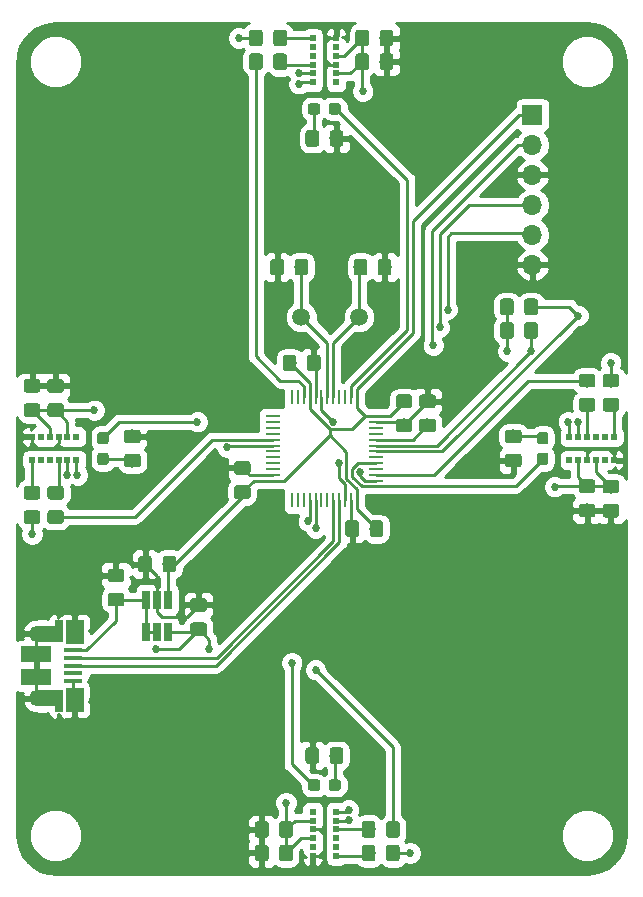
<source format=gbr>
G04 #@! TF.GenerationSoftware,KiCad,Pcbnew,5.0.0-fee4fd1~66~ubuntu16.04.1*
G04 #@! TF.CreationDate,2019-03-04T17:13:54-05:00*
G04 #@! TF.ProjectId,quadrant,7175616472616E742E6B696361645F70,rev?*
G04 #@! TF.SameCoordinates,Original*
G04 #@! TF.FileFunction,Copper,L1,Top,Signal*
G04 #@! TF.FilePolarity,Positive*
%FSLAX46Y46*%
G04 Gerber Fmt 4.6, Leading zero omitted, Abs format (unit mm)*
G04 Created by KiCad (PCBNEW 5.0.0-fee4fd1~66~ubuntu16.04.1) date Mon Mar  4 17:13:54 2019*
%MOMM*%
%LPD*%
G01*
G04 APERTURE LIST*
G04 #@! TA.AperFunction,ComponentPad*
%ADD10O,1.700000X1.700000*%
G04 #@! TD*
G04 #@! TA.AperFunction,ComponentPad*
%ADD11R,1.700000X1.700000*%
G04 #@! TD*
G04 #@! TA.AperFunction,SMDPad,CuDef*
%ADD12R,2.500000X1.430000*%
G04 #@! TD*
G04 #@! TA.AperFunction,ComponentPad*
%ADD13O,1.700000X1.350000*%
G04 #@! TD*
G04 #@! TA.AperFunction,ComponentPad*
%ADD14O,1.500000X1.100000*%
G04 #@! TD*
G04 #@! TA.AperFunction,SMDPad,CuDef*
%ADD15R,1.650000X0.400000*%
G04 #@! TD*
G04 #@! TA.AperFunction,SMDPad,CuDef*
%ADD16R,1.500000X2.000000*%
G04 #@! TD*
G04 #@! TA.AperFunction,SMDPad,CuDef*
%ADD17R,0.700000X1.825000*%
G04 #@! TD*
G04 #@! TA.AperFunction,SMDPad,CuDef*
%ADD18R,2.000000X1.350000*%
G04 #@! TD*
G04 #@! TA.AperFunction,Conductor*
%ADD19C,0.100000*%
G04 #@! TD*
G04 #@! TA.AperFunction,SMDPad,CuDef*
%ADD20C,1.150000*%
G04 #@! TD*
G04 #@! TA.AperFunction,SMDPad,CuDef*
%ADD21R,0.550000X0.600000*%
G04 #@! TD*
G04 #@! TA.AperFunction,SMDPad,CuDef*
%ADD22R,0.650000X1.560000*%
G04 #@! TD*
G04 #@! TA.AperFunction,SMDPad,CuDef*
%ADD23R,0.600000X0.550000*%
G04 #@! TD*
G04 #@! TA.AperFunction,SMDPad,CuDef*
%ADD24R,0.250000X1.300000*%
G04 #@! TD*
G04 #@! TA.AperFunction,SMDPad,CuDef*
%ADD25R,1.300000X0.250000*%
G04 #@! TD*
G04 #@! TA.AperFunction,ComponentPad*
%ADD26C,1.500000*%
G04 #@! TD*
G04 #@! TA.AperFunction,SMDPad,CuDef*
%ADD27C,0.950000*%
G04 #@! TD*
G04 #@! TA.AperFunction,ViaPad*
%ADD28C,0.685800*%
G04 #@! TD*
G04 #@! TA.AperFunction,Conductor*
%ADD29C,0.254000*%
G04 #@! TD*
G04 APERTURE END LIST*
D10*
G04 #@! TO.P,J1,6*
G04 #@! TO.N,GND*
X166370000Y-91200000D03*
G04 #@! TO.P,J1,5*
G04 #@! TO.N,NRST*
X166370000Y-88660000D03*
G04 #@! TO.P,J1,4*
G04 #@! TO.N,SWDIO*
X166370000Y-86120000D03*
G04 #@! TO.P,J1,3*
G04 #@! TO.N,GND*
X166370000Y-83580000D03*
G04 #@! TO.P,J1,2*
G04 #@! TO.N,SWCLK*
X166370000Y-81040000D03*
D11*
G04 #@! TO.P,J1,1*
G04 #@! TO.N,+3V3*
X166370000Y-78500000D03*
G04 #@! TD*
D12*
G04 #@! TO.P,J2,6*
G04 #@! TO.N,GND*
X124345000Y-126111000D03*
X124345000Y-124191000D03*
D13*
X124615000Y-127881000D03*
X124615000Y-122421000D03*
D14*
X127615000Y-127571000D03*
X127615000Y-122731000D03*
D15*
G04 #@! TO.P,J2,5*
X127495000Y-126451000D03*
G04 #@! TO.P,J2,4*
G04 #@! TO.N,N/C*
X127495000Y-125801000D03*
G04 #@! TO.P,J2,3*
G04 #@! TO.N,USBDP*
X127495000Y-125151000D03*
G04 #@! TO.P,J2,2*
G04 #@! TO.N,USBDM*
X127495000Y-124501000D03*
G04 #@! TO.P,J2,1*
G04 #@! TO.N,USB5V*
X127495000Y-123851000D03*
D16*
G04 #@! TO.P,J2,6*
G04 #@! TO.N,GND*
X127615000Y-128051000D03*
X127595000Y-122301000D03*
D17*
X126295000Y-128151000D03*
X126295000Y-122201000D03*
D18*
X125545000Y-122421000D03*
X125545000Y-127901000D03*
G04 #@! TD*
D19*
G04 #@! TO.N,GND*
G04 #@! TO.C,C1*
G36*
X131574505Y-116926204D02*
X131598773Y-116929804D01*
X131622572Y-116935765D01*
X131645671Y-116944030D01*
X131667850Y-116954520D01*
X131688893Y-116967132D01*
X131708599Y-116981747D01*
X131726777Y-116998223D01*
X131743253Y-117016401D01*
X131757868Y-117036107D01*
X131770480Y-117057150D01*
X131780970Y-117079329D01*
X131789235Y-117102428D01*
X131795196Y-117126227D01*
X131798796Y-117150495D01*
X131800000Y-117174999D01*
X131800000Y-117825001D01*
X131798796Y-117849505D01*
X131795196Y-117873773D01*
X131789235Y-117897572D01*
X131780970Y-117920671D01*
X131770480Y-117942850D01*
X131757868Y-117963893D01*
X131743253Y-117983599D01*
X131726777Y-118001777D01*
X131708599Y-118018253D01*
X131688893Y-118032868D01*
X131667850Y-118045480D01*
X131645671Y-118055970D01*
X131622572Y-118064235D01*
X131598773Y-118070196D01*
X131574505Y-118073796D01*
X131550001Y-118075000D01*
X130649999Y-118075000D01*
X130625495Y-118073796D01*
X130601227Y-118070196D01*
X130577428Y-118064235D01*
X130554329Y-118055970D01*
X130532150Y-118045480D01*
X130511107Y-118032868D01*
X130491401Y-118018253D01*
X130473223Y-118001777D01*
X130456747Y-117983599D01*
X130442132Y-117963893D01*
X130429520Y-117942850D01*
X130419030Y-117920671D01*
X130410765Y-117897572D01*
X130404804Y-117873773D01*
X130401204Y-117849505D01*
X130400000Y-117825001D01*
X130400000Y-117174999D01*
X130401204Y-117150495D01*
X130404804Y-117126227D01*
X130410765Y-117102428D01*
X130419030Y-117079329D01*
X130429520Y-117057150D01*
X130442132Y-117036107D01*
X130456747Y-117016401D01*
X130473223Y-116998223D01*
X130491401Y-116981747D01*
X130511107Y-116967132D01*
X130532150Y-116954520D01*
X130554329Y-116944030D01*
X130577428Y-116935765D01*
X130601227Y-116929804D01*
X130625495Y-116926204D01*
X130649999Y-116925000D01*
X131550001Y-116925000D01*
X131574505Y-116926204D01*
X131574505Y-116926204D01*
G37*
D20*
G04 #@! TD*
G04 #@! TO.P,C1,2*
G04 #@! TO.N,GND*
X131100000Y-117500000D03*
D19*
G04 #@! TO.N,USB5V*
G04 #@! TO.C,C1*
G36*
X131574505Y-118976204D02*
X131598773Y-118979804D01*
X131622572Y-118985765D01*
X131645671Y-118994030D01*
X131667850Y-119004520D01*
X131688893Y-119017132D01*
X131708599Y-119031747D01*
X131726777Y-119048223D01*
X131743253Y-119066401D01*
X131757868Y-119086107D01*
X131770480Y-119107150D01*
X131780970Y-119129329D01*
X131789235Y-119152428D01*
X131795196Y-119176227D01*
X131798796Y-119200495D01*
X131800000Y-119224999D01*
X131800000Y-119875001D01*
X131798796Y-119899505D01*
X131795196Y-119923773D01*
X131789235Y-119947572D01*
X131780970Y-119970671D01*
X131770480Y-119992850D01*
X131757868Y-120013893D01*
X131743253Y-120033599D01*
X131726777Y-120051777D01*
X131708599Y-120068253D01*
X131688893Y-120082868D01*
X131667850Y-120095480D01*
X131645671Y-120105970D01*
X131622572Y-120114235D01*
X131598773Y-120120196D01*
X131574505Y-120123796D01*
X131550001Y-120125000D01*
X130649999Y-120125000D01*
X130625495Y-120123796D01*
X130601227Y-120120196D01*
X130577428Y-120114235D01*
X130554329Y-120105970D01*
X130532150Y-120095480D01*
X130511107Y-120082868D01*
X130491401Y-120068253D01*
X130473223Y-120051777D01*
X130456747Y-120033599D01*
X130442132Y-120013893D01*
X130429520Y-119992850D01*
X130419030Y-119970671D01*
X130410765Y-119947572D01*
X130404804Y-119923773D01*
X130401204Y-119899505D01*
X130400000Y-119875001D01*
X130400000Y-119224999D01*
X130401204Y-119200495D01*
X130404804Y-119176227D01*
X130410765Y-119152428D01*
X130419030Y-119129329D01*
X130429520Y-119107150D01*
X130442132Y-119086107D01*
X130456747Y-119066401D01*
X130473223Y-119048223D01*
X130491401Y-119031747D01*
X130511107Y-119017132D01*
X130532150Y-119004520D01*
X130554329Y-118994030D01*
X130577428Y-118985765D01*
X130601227Y-118979804D01*
X130625495Y-118976204D01*
X130649999Y-118975000D01*
X131550001Y-118975000D01*
X131574505Y-118976204D01*
X131574505Y-118976204D01*
G37*
D20*
G04 #@! TD*
G04 #@! TO.P,C1,1*
G04 #@! TO.N,USB5V*
X131100000Y-119550000D03*
D19*
G04 #@! TO.N,GND*
G04 #@! TO.C,C2*
G36*
X126474505Y-100876204D02*
X126498773Y-100879804D01*
X126522572Y-100885765D01*
X126545671Y-100894030D01*
X126567850Y-100904520D01*
X126588893Y-100917132D01*
X126608599Y-100931747D01*
X126626777Y-100948223D01*
X126643253Y-100966401D01*
X126657868Y-100986107D01*
X126670480Y-101007150D01*
X126680970Y-101029329D01*
X126689235Y-101052428D01*
X126695196Y-101076227D01*
X126698796Y-101100495D01*
X126700000Y-101124999D01*
X126700000Y-101775001D01*
X126698796Y-101799505D01*
X126695196Y-101823773D01*
X126689235Y-101847572D01*
X126680970Y-101870671D01*
X126670480Y-101892850D01*
X126657868Y-101913893D01*
X126643253Y-101933599D01*
X126626777Y-101951777D01*
X126608599Y-101968253D01*
X126588893Y-101982868D01*
X126567850Y-101995480D01*
X126545671Y-102005970D01*
X126522572Y-102014235D01*
X126498773Y-102020196D01*
X126474505Y-102023796D01*
X126450001Y-102025000D01*
X125549999Y-102025000D01*
X125525495Y-102023796D01*
X125501227Y-102020196D01*
X125477428Y-102014235D01*
X125454329Y-102005970D01*
X125432150Y-101995480D01*
X125411107Y-101982868D01*
X125391401Y-101968253D01*
X125373223Y-101951777D01*
X125356747Y-101933599D01*
X125342132Y-101913893D01*
X125329520Y-101892850D01*
X125319030Y-101870671D01*
X125310765Y-101847572D01*
X125304804Y-101823773D01*
X125301204Y-101799505D01*
X125300000Y-101775001D01*
X125300000Y-101124999D01*
X125301204Y-101100495D01*
X125304804Y-101076227D01*
X125310765Y-101052428D01*
X125319030Y-101029329D01*
X125329520Y-101007150D01*
X125342132Y-100986107D01*
X125356747Y-100966401D01*
X125373223Y-100948223D01*
X125391401Y-100931747D01*
X125411107Y-100917132D01*
X125432150Y-100904520D01*
X125454329Y-100894030D01*
X125477428Y-100885765D01*
X125501227Y-100879804D01*
X125525495Y-100876204D01*
X125549999Y-100875000D01*
X126450001Y-100875000D01*
X126474505Y-100876204D01*
X126474505Y-100876204D01*
G37*
D20*
G04 #@! TD*
G04 #@! TO.P,C2,1*
G04 #@! TO.N,GND*
X126000000Y-101450000D03*
D19*
G04 #@! TO.N,+2V8*
G04 #@! TO.C,C2*
G36*
X126474505Y-102926204D02*
X126498773Y-102929804D01*
X126522572Y-102935765D01*
X126545671Y-102944030D01*
X126567850Y-102954520D01*
X126588893Y-102967132D01*
X126608599Y-102981747D01*
X126626777Y-102998223D01*
X126643253Y-103016401D01*
X126657868Y-103036107D01*
X126670480Y-103057150D01*
X126680970Y-103079329D01*
X126689235Y-103102428D01*
X126695196Y-103126227D01*
X126698796Y-103150495D01*
X126700000Y-103174999D01*
X126700000Y-103825001D01*
X126698796Y-103849505D01*
X126695196Y-103873773D01*
X126689235Y-103897572D01*
X126680970Y-103920671D01*
X126670480Y-103942850D01*
X126657868Y-103963893D01*
X126643253Y-103983599D01*
X126626777Y-104001777D01*
X126608599Y-104018253D01*
X126588893Y-104032868D01*
X126567850Y-104045480D01*
X126545671Y-104055970D01*
X126522572Y-104064235D01*
X126498773Y-104070196D01*
X126474505Y-104073796D01*
X126450001Y-104075000D01*
X125549999Y-104075000D01*
X125525495Y-104073796D01*
X125501227Y-104070196D01*
X125477428Y-104064235D01*
X125454329Y-104055970D01*
X125432150Y-104045480D01*
X125411107Y-104032868D01*
X125391401Y-104018253D01*
X125373223Y-104001777D01*
X125356747Y-103983599D01*
X125342132Y-103963893D01*
X125329520Y-103942850D01*
X125319030Y-103920671D01*
X125310765Y-103897572D01*
X125304804Y-103873773D01*
X125301204Y-103849505D01*
X125300000Y-103825001D01*
X125300000Y-103174999D01*
X125301204Y-103150495D01*
X125304804Y-103126227D01*
X125310765Y-103102428D01*
X125319030Y-103079329D01*
X125329520Y-103057150D01*
X125342132Y-103036107D01*
X125356747Y-103016401D01*
X125373223Y-102998223D01*
X125391401Y-102981747D01*
X125411107Y-102967132D01*
X125432150Y-102954520D01*
X125454329Y-102944030D01*
X125477428Y-102935765D01*
X125501227Y-102929804D01*
X125525495Y-102926204D01*
X125549999Y-102925000D01*
X126450001Y-102925000D01*
X126474505Y-102926204D01*
X126474505Y-102926204D01*
G37*
D20*
G04 #@! TD*
G04 #@! TO.P,C2,2*
G04 #@! TO.N,+2V8*
X126000000Y-103500000D03*
D19*
G04 #@! TO.N,+2V8*
G04 #@! TO.C,C3*
G36*
X124474505Y-102926204D02*
X124498773Y-102929804D01*
X124522572Y-102935765D01*
X124545671Y-102944030D01*
X124567850Y-102954520D01*
X124588893Y-102967132D01*
X124608599Y-102981747D01*
X124626777Y-102998223D01*
X124643253Y-103016401D01*
X124657868Y-103036107D01*
X124670480Y-103057150D01*
X124680970Y-103079329D01*
X124689235Y-103102428D01*
X124695196Y-103126227D01*
X124698796Y-103150495D01*
X124700000Y-103174999D01*
X124700000Y-103825001D01*
X124698796Y-103849505D01*
X124695196Y-103873773D01*
X124689235Y-103897572D01*
X124680970Y-103920671D01*
X124670480Y-103942850D01*
X124657868Y-103963893D01*
X124643253Y-103983599D01*
X124626777Y-104001777D01*
X124608599Y-104018253D01*
X124588893Y-104032868D01*
X124567850Y-104045480D01*
X124545671Y-104055970D01*
X124522572Y-104064235D01*
X124498773Y-104070196D01*
X124474505Y-104073796D01*
X124450001Y-104075000D01*
X123549999Y-104075000D01*
X123525495Y-104073796D01*
X123501227Y-104070196D01*
X123477428Y-104064235D01*
X123454329Y-104055970D01*
X123432150Y-104045480D01*
X123411107Y-104032868D01*
X123391401Y-104018253D01*
X123373223Y-104001777D01*
X123356747Y-103983599D01*
X123342132Y-103963893D01*
X123329520Y-103942850D01*
X123319030Y-103920671D01*
X123310765Y-103897572D01*
X123304804Y-103873773D01*
X123301204Y-103849505D01*
X123300000Y-103825001D01*
X123300000Y-103174999D01*
X123301204Y-103150495D01*
X123304804Y-103126227D01*
X123310765Y-103102428D01*
X123319030Y-103079329D01*
X123329520Y-103057150D01*
X123342132Y-103036107D01*
X123356747Y-103016401D01*
X123373223Y-102998223D01*
X123391401Y-102981747D01*
X123411107Y-102967132D01*
X123432150Y-102954520D01*
X123454329Y-102944030D01*
X123477428Y-102935765D01*
X123501227Y-102929804D01*
X123525495Y-102926204D01*
X123549999Y-102925000D01*
X124450001Y-102925000D01*
X124474505Y-102926204D01*
X124474505Y-102926204D01*
G37*
D20*
G04 #@! TD*
G04 #@! TO.P,C3,2*
G04 #@! TO.N,+2V8*
X124000000Y-103500000D03*
D19*
G04 #@! TO.N,GND*
G04 #@! TO.C,C3*
G36*
X124474505Y-100876204D02*
X124498773Y-100879804D01*
X124522572Y-100885765D01*
X124545671Y-100894030D01*
X124567850Y-100904520D01*
X124588893Y-100917132D01*
X124608599Y-100931747D01*
X124626777Y-100948223D01*
X124643253Y-100966401D01*
X124657868Y-100986107D01*
X124670480Y-101007150D01*
X124680970Y-101029329D01*
X124689235Y-101052428D01*
X124695196Y-101076227D01*
X124698796Y-101100495D01*
X124700000Y-101124999D01*
X124700000Y-101775001D01*
X124698796Y-101799505D01*
X124695196Y-101823773D01*
X124689235Y-101847572D01*
X124680970Y-101870671D01*
X124670480Y-101892850D01*
X124657868Y-101913893D01*
X124643253Y-101933599D01*
X124626777Y-101951777D01*
X124608599Y-101968253D01*
X124588893Y-101982868D01*
X124567850Y-101995480D01*
X124545671Y-102005970D01*
X124522572Y-102014235D01*
X124498773Y-102020196D01*
X124474505Y-102023796D01*
X124450001Y-102025000D01*
X123549999Y-102025000D01*
X123525495Y-102023796D01*
X123501227Y-102020196D01*
X123477428Y-102014235D01*
X123454329Y-102005970D01*
X123432150Y-101995480D01*
X123411107Y-101982868D01*
X123391401Y-101968253D01*
X123373223Y-101951777D01*
X123356747Y-101933599D01*
X123342132Y-101913893D01*
X123329520Y-101892850D01*
X123319030Y-101870671D01*
X123310765Y-101847572D01*
X123304804Y-101823773D01*
X123301204Y-101799505D01*
X123300000Y-101775001D01*
X123300000Y-101124999D01*
X123301204Y-101100495D01*
X123304804Y-101076227D01*
X123310765Y-101052428D01*
X123319030Y-101029329D01*
X123329520Y-101007150D01*
X123342132Y-100986107D01*
X123356747Y-100966401D01*
X123373223Y-100948223D01*
X123391401Y-100931747D01*
X123411107Y-100917132D01*
X123432150Y-100904520D01*
X123454329Y-100894030D01*
X123477428Y-100885765D01*
X123501227Y-100879804D01*
X123525495Y-100876204D01*
X123549999Y-100875000D01*
X124450001Y-100875000D01*
X124474505Y-100876204D01*
X124474505Y-100876204D01*
G37*
D20*
G04 #@! TD*
G04 #@! TO.P,C3,1*
G04 #@! TO.N,GND*
X124000000Y-101450000D03*
D19*
G04 #@! TO.N,+3V3*
G04 #@! TO.C,C4*
G36*
X135974505Y-115851204D02*
X135998773Y-115854804D01*
X136022572Y-115860765D01*
X136045671Y-115869030D01*
X136067850Y-115879520D01*
X136088893Y-115892132D01*
X136108599Y-115906747D01*
X136126777Y-115923223D01*
X136143253Y-115941401D01*
X136157868Y-115961107D01*
X136170480Y-115982150D01*
X136180970Y-116004329D01*
X136189235Y-116027428D01*
X136195196Y-116051227D01*
X136198796Y-116075495D01*
X136200000Y-116099999D01*
X136200000Y-117000001D01*
X136198796Y-117024505D01*
X136195196Y-117048773D01*
X136189235Y-117072572D01*
X136180970Y-117095671D01*
X136170480Y-117117850D01*
X136157868Y-117138893D01*
X136143253Y-117158599D01*
X136126777Y-117176777D01*
X136108599Y-117193253D01*
X136088893Y-117207868D01*
X136067850Y-117220480D01*
X136045671Y-117230970D01*
X136022572Y-117239235D01*
X135998773Y-117245196D01*
X135974505Y-117248796D01*
X135950001Y-117250000D01*
X135299999Y-117250000D01*
X135275495Y-117248796D01*
X135251227Y-117245196D01*
X135227428Y-117239235D01*
X135204329Y-117230970D01*
X135182150Y-117220480D01*
X135161107Y-117207868D01*
X135141401Y-117193253D01*
X135123223Y-117176777D01*
X135106747Y-117158599D01*
X135092132Y-117138893D01*
X135079520Y-117117850D01*
X135069030Y-117095671D01*
X135060765Y-117072572D01*
X135054804Y-117048773D01*
X135051204Y-117024505D01*
X135050000Y-117000001D01*
X135050000Y-116099999D01*
X135051204Y-116075495D01*
X135054804Y-116051227D01*
X135060765Y-116027428D01*
X135069030Y-116004329D01*
X135079520Y-115982150D01*
X135092132Y-115961107D01*
X135106747Y-115941401D01*
X135123223Y-115923223D01*
X135141401Y-115906747D01*
X135161107Y-115892132D01*
X135182150Y-115879520D01*
X135204329Y-115869030D01*
X135227428Y-115860765D01*
X135251227Y-115854804D01*
X135275495Y-115851204D01*
X135299999Y-115850000D01*
X135950001Y-115850000D01*
X135974505Y-115851204D01*
X135974505Y-115851204D01*
G37*
D20*
G04 #@! TD*
G04 #@! TO.P,C4,1*
G04 #@! TO.N,+3V3*
X135625000Y-116550000D03*
D19*
G04 #@! TO.N,GND*
G04 #@! TO.C,C4*
G36*
X133924505Y-115851204D02*
X133948773Y-115854804D01*
X133972572Y-115860765D01*
X133995671Y-115869030D01*
X134017850Y-115879520D01*
X134038893Y-115892132D01*
X134058599Y-115906747D01*
X134076777Y-115923223D01*
X134093253Y-115941401D01*
X134107868Y-115961107D01*
X134120480Y-115982150D01*
X134130970Y-116004329D01*
X134139235Y-116027428D01*
X134145196Y-116051227D01*
X134148796Y-116075495D01*
X134150000Y-116099999D01*
X134150000Y-117000001D01*
X134148796Y-117024505D01*
X134145196Y-117048773D01*
X134139235Y-117072572D01*
X134130970Y-117095671D01*
X134120480Y-117117850D01*
X134107868Y-117138893D01*
X134093253Y-117158599D01*
X134076777Y-117176777D01*
X134058599Y-117193253D01*
X134038893Y-117207868D01*
X134017850Y-117220480D01*
X133995671Y-117230970D01*
X133972572Y-117239235D01*
X133948773Y-117245196D01*
X133924505Y-117248796D01*
X133900001Y-117250000D01*
X133249999Y-117250000D01*
X133225495Y-117248796D01*
X133201227Y-117245196D01*
X133177428Y-117239235D01*
X133154329Y-117230970D01*
X133132150Y-117220480D01*
X133111107Y-117207868D01*
X133091401Y-117193253D01*
X133073223Y-117176777D01*
X133056747Y-117158599D01*
X133042132Y-117138893D01*
X133029520Y-117117850D01*
X133019030Y-117095671D01*
X133010765Y-117072572D01*
X133004804Y-117048773D01*
X133001204Y-117024505D01*
X133000000Y-117000001D01*
X133000000Y-116099999D01*
X133001204Y-116075495D01*
X133004804Y-116051227D01*
X133010765Y-116027428D01*
X133019030Y-116004329D01*
X133029520Y-115982150D01*
X133042132Y-115961107D01*
X133056747Y-115941401D01*
X133073223Y-115923223D01*
X133091401Y-115906747D01*
X133111107Y-115892132D01*
X133132150Y-115879520D01*
X133154329Y-115869030D01*
X133177428Y-115860765D01*
X133201227Y-115854804D01*
X133225495Y-115851204D01*
X133249999Y-115850000D01*
X133900001Y-115850000D01*
X133924505Y-115851204D01*
X133924505Y-115851204D01*
G37*
D20*
G04 #@! TD*
G04 #@! TO.P,C4,2*
G04 #@! TO.N,GND*
X133575000Y-116550000D03*
D19*
G04 #@! TO.N,+2V8*
G04 #@! TO.C,C5*
G36*
X152299505Y-71301204D02*
X152323773Y-71304804D01*
X152347572Y-71310765D01*
X152370671Y-71319030D01*
X152392850Y-71329520D01*
X152413893Y-71342132D01*
X152433599Y-71356747D01*
X152451777Y-71373223D01*
X152468253Y-71391401D01*
X152482868Y-71411107D01*
X152495480Y-71432150D01*
X152505970Y-71454329D01*
X152514235Y-71477428D01*
X152520196Y-71501227D01*
X152523796Y-71525495D01*
X152525000Y-71549999D01*
X152525000Y-72450001D01*
X152523796Y-72474505D01*
X152520196Y-72498773D01*
X152514235Y-72522572D01*
X152505970Y-72545671D01*
X152495480Y-72567850D01*
X152482868Y-72588893D01*
X152468253Y-72608599D01*
X152451777Y-72626777D01*
X152433599Y-72643253D01*
X152413893Y-72657868D01*
X152392850Y-72670480D01*
X152370671Y-72680970D01*
X152347572Y-72689235D01*
X152323773Y-72695196D01*
X152299505Y-72698796D01*
X152275001Y-72700000D01*
X151624999Y-72700000D01*
X151600495Y-72698796D01*
X151576227Y-72695196D01*
X151552428Y-72689235D01*
X151529329Y-72680970D01*
X151507150Y-72670480D01*
X151486107Y-72657868D01*
X151466401Y-72643253D01*
X151448223Y-72626777D01*
X151431747Y-72608599D01*
X151417132Y-72588893D01*
X151404520Y-72567850D01*
X151394030Y-72545671D01*
X151385765Y-72522572D01*
X151379804Y-72498773D01*
X151376204Y-72474505D01*
X151375000Y-72450001D01*
X151375000Y-71549999D01*
X151376204Y-71525495D01*
X151379804Y-71501227D01*
X151385765Y-71477428D01*
X151394030Y-71454329D01*
X151404520Y-71432150D01*
X151417132Y-71411107D01*
X151431747Y-71391401D01*
X151448223Y-71373223D01*
X151466401Y-71356747D01*
X151486107Y-71342132D01*
X151507150Y-71329520D01*
X151529329Y-71319030D01*
X151552428Y-71310765D01*
X151576227Y-71304804D01*
X151600495Y-71301204D01*
X151624999Y-71300000D01*
X152275001Y-71300000D01*
X152299505Y-71301204D01*
X152299505Y-71301204D01*
G37*
D20*
G04 #@! TD*
G04 #@! TO.P,C5,2*
G04 #@! TO.N,+2V8*
X151950000Y-72000000D03*
D19*
G04 #@! TO.N,GND*
G04 #@! TO.C,C5*
G36*
X154349505Y-71301204D02*
X154373773Y-71304804D01*
X154397572Y-71310765D01*
X154420671Y-71319030D01*
X154442850Y-71329520D01*
X154463893Y-71342132D01*
X154483599Y-71356747D01*
X154501777Y-71373223D01*
X154518253Y-71391401D01*
X154532868Y-71411107D01*
X154545480Y-71432150D01*
X154555970Y-71454329D01*
X154564235Y-71477428D01*
X154570196Y-71501227D01*
X154573796Y-71525495D01*
X154575000Y-71549999D01*
X154575000Y-72450001D01*
X154573796Y-72474505D01*
X154570196Y-72498773D01*
X154564235Y-72522572D01*
X154555970Y-72545671D01*
X154545480Y-72567850D01*
X154532868Y-72588893D01*
X154518253Y-72608599D01*
X154501777Y-72626777D01*
X154483599Y-72643253D01*
X154463893Y-72657868D01*
X154442850Y-72670480D01*
X154420671Y-72680970D01*
X154397572Y-72689235D01*
X154373773Y-72695196D01*
X154349505Y-72698796D01*
X154325001Y-72700000D01*
X153674999Y-72700000D01*
X153650495Y-72698796D01*
X153626227Y-72695196D01*
X153602428Y-72689235D01*
X153579329Y-72680970D01*
X153557150Y-72670480D01*
X153536107Y-72657868D01*
X153516401Y-72643253D01*
X153498223Y-72626777D01*
X153481747Y-72608599D01*
X153467132Y-72588893D01*
X153454520Y-72567850D01*
X153444030Y-72545671D01*
X153435765Y-72522572D01*
X153429804Y-72498773D01*
X153426204Y-72474505D01*
X153425000Y-72450001D01*
X153425000Y-71549999D01*
X153426204Y-71525495D01*
X153429804Y-71501227D01*
X153435765Y-71477428D01*
X153444030Y-71454329D01*
X153454520Y-71432150D01*
X153467132Y-71411107D01*
X153481747Y-71391401D01*
X153498223Y-71373223D01*
X153516401Y-71356747D01*
X153536107Y-71342132D01*
X153557150Y-71329520D01*
X153579329Y-71319030D01*
X153602428Y-71310765D01*
X153626227Y-71304804D01*
X153650495Y-71301204D01*
X153674999Y-71300000D01*
X154325001Y-71300000D01*
X154349505Y-71301204D01*
X154349505Y-71301204D01*
G37*
D20*
G04 #@! TD*
G04 #@! TO.P,C5,1*
G04 #@! TO.N,GND*
X154000000Y-72000000D03*
D19*
G04 #@! TO.N,+2V8*
G04 #@! TO.C,C6*
G36*
X152299505Y-73301204D02*
X152323773Y-73304804D01*
X152347572Y-73310765D01*
X152370671Y-73319030D01*
X152392850Y-73329520D01*
X152413893Y-73342132D01*
X152433599Y-73356747D01*
X152451777Y-73373223D01*
X152468253Y-73391401D01*
X152482868Y-73411107D01*
X152495480Y-73432150D01*
X152505970Y-73454329D01*
X152514235Y-73477428D01*
X152520196Y-73501227D01*
X152523796Y-73525495D01*
X152525000Y-73549999D01*
X152525000Y-74450001D01*
X152523796Y-74474505D01*
X152520196Y-74498773D01*
X152514235Y-74522572D01*
X152505970Y-74545671D01*
X152495480Y-74567850D01*
X152482868Y-74588893D01*
X152468253Y-74608599D01*
X152451777Y-74626777D01*
X152433599Y-74643253D01*
X152413893Y-74657868D01*
X152392850Y-74670480D01*
X152370671Y-74680970D01*
X152347572Y-74689235D01*
X152323773Y-74695196D01*
X152299505Y-74698796D01*
X152275001Y-74700000D01*
X151624999Y-74700000D01*
X151600495Y-74698796D01*
X151576227Y-74695196D01*
X151552428Y-74689235D01*
X151529329Y-74680970D01*
X151507150Y-74670480D01*
X151486107Y-74657868D01*
X151466401Y-74643253D01*
X151448223Y-74626777D01*
X151431747Y-74608599D01*
X151417132Y-74588893D01*
X151404520Y-74567850D01*
X151394030Y-74545671D01*
X151385765Y-74522572D01*
X151379804Y-74498773D01*
X151376204Y-74474505D01*
X151375000Y-74450001D01*
X151375000Y-73549999D01*
X151376204Y-73525495D01*
X151379804Y-73501227D01*
X151385765Y-73477428D01*
X151394030Y-73454329D01*
X151404520Y-73432150D01*
X151417132Y-73411107D01*
X151431747Y-73391401D01*
X151448223Y-73373223D01*
X151466401Y-73356747D01*
X151486107Y-73342132D01*
X151507150Y-73329520D01*
X151529329Y-73319030D01*
X151552428Y-73310765D01*
X151576227Y-73304804D01*
X151600495Y-73301204D01*
X151624999Y-73300000D01*
X152275001Y-73300000D01*
X152299505Y-73301204D01*
X152299505Y-73301204D01*
G37*
D20*
G04 #@! TD*
G04 #@! TO.P,C6,2*
G04 #@! TO.N,+2V8*
X151950000Y-74000000D03*
D19*
G04 #@! TO.N,GND*
G04 #@! TO.C,C6*
G36*
X154349505Y-73301204D02*
X154373773Y-73304804D01*
X154397572Y-73310765D01*
X154420671Y-73319030D01*
X154442850Y-73329520D01*
X154463893Y-73342132D01*
X154483599Y-73356747D01*
X154501777Y-73373223D01*
X154518253Y-73391401D01*
X154532868Y-73411107D01*
X154545480Y-73432150D01*
X154555970Y-73454329D01*
X154564235Y-73477428D01*
X154570196Y-73501227D01*
X154573796Y-73525495D01*
X154575000Y-73549999D01*
X154575000Y-74450001D01*
X154573796Y-74474505D01*
X154570196Y-74498773D01*
X154564235Y-74522572D01*
X154555970Y-74545671D01*
X154545480Y-74567850D01*
X154532868Y-74588893D01*
X154518253Y-74608599D01*
X154501777Y-74626777D01*
X154483599Y-74643253D01*
X154463893Y-74657868D01*
X154442850Y-74670480D01*
X154420671Y-74680970D01*
X154397572Y-74689235D01*
X154373773Y-74695196D01*
X154349505Y-74698796D01*
X154325001Y-74700000D01*
X153674999Y-74700000D01*
X153650495Y-74698796D01*
X153626227Y-74695196D01*
X153602428Y-74689235D01*
X153579329Y-74680970D01*
X153557150Y-74670480D01*
X153536107Y-74657868D01*
X153516401Y-74643253D01*
X153498223Y-74626777D01*
X153481747Y-74608599D01*
X153467132Y-74588893D01*
X153454520Y-74567850D01*
X153444030Y-74545671D01*
X153435765Y-74522572D01*
X153429804Y-74498773D01*
X153426204Y-74474505D01*
X153425000Y-74450001D01*
X153425000Y-73549999D01*
X153426204Y-73525495D01*
X153429804Y-73501227D01*
X153435765Y-73477428D01*
X153444030Y-73454329D01*
X153454520Y-73432150D01*
X153467132Y-73411107D01*
X153481747Y-73391401D01*
X153498223Y-73373223D01*
X153516401Y-73356747D01*
X153536107Y-73342132D01*
X153557150Y-73329520D01*
X153579329Y-73319030D01*
X153602428Y-73310765D01*
X153626227Y-73304804D01*
X153650495Y-73301204D01*
X153674999Y-73300000D01*
X154325001Y-73300000D01*
X154349505Y-73301204D01*
X154349505Y-73301204D01*
G37*
D20*
G04 #@! TD*
G04 #@! TO.P,C6,1*
G04 #@! TO.N,GND*
X154000000Y-74000000D03*
D19*
G04 #@! TO.N,GND*
G04 #@! TO.C,C7*
G36*
X143799505Y-138301204D02*
X143823773Y-138304804D01*
X143847572Y-138310765D01*
X143870671Y-138319030D01*
X143892850Y-138329520D01*
X143913893Y-138342132D01*
X143933599Y-138356747D01*
X143951777Y-138373223D01*
X143968253Y-138391401D01*
X143982868Y-138411107D01*
X143995480Y-138432150D01*
X144005970Y-138454329D01*
X144014235Y-138477428D01*
X144020196Y-138501227D01*
X144023796Y-138525495D01*
X144025000Y-138549999D01*
X144025000Y-139450001D01*
X144023796Y-139474505D01*
X144020196Y-139498773D01*
X144014235Y-139522572D01*
X144005970Y-139545671D01*
X143995480Y-139567850D01*
X143982868Y-139588893D01*
X143968253Y-139608599D01*
X143951777Y-139626777D01*
X143933599Y-139643253D01*
X143913893Y-139657868D01*
X143892850Y-139670480D01*
X143870671Y-139680970D01*
X143847572Y-139689235D01*
X143823773Y-139695196D01*
X143799505Y-139698796D01*
X143775001Y-139700000D01*
X143124999Y-139700000D01*
X143100495Y-139698796D01*
X143076227Y-139695196D01*
X143052428Y-139689235D01*
X143029329Y-139680970D01*
X143007150Y-139670480D01*
X142986107Y-139657868D01*
X142966401Y-139643253D01*
X142948223Y-139626777D01*
X142931747Y-139608599D01*
X142917132Y-139588893D01*
X142904520Y-139567850D01*
X142894030Y-139545671D01*
X142885765Y-139522572D01*
X142879804Y-139498773D01*
X142876204Y-139474505D01*
X142875000Y-139450001D01*
X142875000Y-138549999D01*
X142876204Y-138525495D01*
X142879804Y-138501227D01*
X142885765Y-138477428D01*
X142894030Y-138454329D01*
X142904520Y-138432150D01*
X142917132Y-138411107D01*
X142931747Y-138391401D01*
X142948223Y-138373223D01*
X142966401Y-138356747D01*
X142986107Y-138342132D01*
X143007150Y-138329520D01*
X143029329Y-138319030D01*
X143052428Y-138310765D01*
X143076227Y-138304804D01*
X143100495Y-138301204D01*
X143124999Y-138300000D01*
X143775001Y-138300000D01*
X143799505Y-138301204D01*
X143799505Y-138301204D01*
G37*
D20*
G04 #@! TD*
G04 #@! TO.P,C7,1*
G04 #@! TO.N,GND*
X143450000Y-139000000D03*
D19*
G04 #@! TO.N,+2V8*
G04 #@! TO.C,C7*
G36*
X145849505Y-138301204D02*
X145873773Y-138304804D01*
X145897572Y-138310765D01*
X145920671Y-138319030D01*
X145942850Y-138329520D01*
X145963893Y-138342132D01*
X145983599Y-138356747D01*
X146001777Y-138373223D01*
X146018253Y-138391401D01*
X146032868Y-138411107D01*
X146045480Y-138432150D01*
X146055970Y-138454329D01*
X146064235Y-138477428D01*
X146070196Y-138501227D01*
X146073796Y-138525495D01*
X146075000Y-138549999D01*
X146075000Y-139450001D01*
X146073796Y-139474505D01*
X146070196Y-139498773D01*
X146064235Y-139522572D01*
X146055970Y-139545671D01*
X146045480Y-139567850D01*
X146032868Y-139588893D01*
X146018253Y-139608599D01*
X146001777Y-139626777D01*
X145983599Y-139643253D01*
X145963893Y-139657868D01*
X145942850Y-139670480D01*
X145920671Y-139680970D01*
X145897572Y-139689235D01*
X145873773Y-139695196D01*
X145849505Y-139698796D01*
X145825001Y-139700000D01*
X145174999Y-139700000D01*
X145150495Y-139698796D01*
X145126227Y-139695196D01*
X145102428Y-139689235D01*
X145079329Y-139680970D01*
X145057150Y-139670480D01*
X145036107Y-139657868D01*
X145016401Y-139643253D01*
X144998223Y-139626777D01*
X144981747Y-139608599D01*
X144967132Y-139588893D01*
X144954520Y-139567850D01*
X144944030Y-139545671D01*
X144935765Y-139522572D01*
X144929804Y-139498773D01*
X144926204Y-139474505D01*
X144925000Y-139450001D01*
X144925000Y-138549999D01*
X144926204Y-138525495D01*
X144929804Y-138501227D01*
X144935765Y-138477428D01*
X144944030Y-138454329D01*
X144954520Y-138432150D01*
X144967132Y-138411107D01*
X144981747Y-138391401D01*
X144998223Y-138373223D01*
X145016401Y-138356747D01*
X145036107Y-138342132D01*
X145057150Y-138329520D01*
X145079329Y-138319030D01*
X145102428Y-138310765D01*
X145126227Y-138304804D01*
X145150495Y-138301204D01*
X145174999Y-138300000D01*
X145825001Y-138300000D01*
X145849505Y-138301204D01*
X145849505Y-138301204D01*
G37*
D20*
G04 #@! TD*
G04 #@! TO.P,C7,2*
G04 #@! TO.N,+2V8*
X145500000Y-139000000D03*
D19*
G04 #@! TO.N,GND*
G04 #@! TO.C,C8*
G36*
X138574505Y-119426204D02*
X138598773Y-119429804D01*
X138622572Y-119435765D01*
X138645671Y-119444030D01*
X138667850Y-119454520D01*
X138688893Y-119467132D01*
X138708599Y-119481747D01*
X138726777Y-119498223D01*
X138743253Y-119516401D01*
X138757868Y-119536107D01*
X138770480Y-119557150D01*
X138780970Y-119579329D01*
X138789235Y-119602428D01*
X138795196Y-119626227D01*
X138798796Y-119650495D01*
X138800000Y-119674999D01*
X138800000Y-120325001D01*
X138798796Y-120349505D01*
X138795196Y-120373773D01*
X138789235Y-120397572D01*
X138780970Y-120420671D01*
X138770480Y-120442850D01*
X138757868Y-120463893D01*
X138743253Y-120483599D01*
X138726777Y-120501777D01*
X138708599Y-120518253D01*
X138688893Y-120532868D01*
X138667850Y-120545480D01*
X138645671Y-120555970D01*
X138622572Y-120564235D01*
X138598773Y-120570196D01*
X138574505Y-120573796D01*
X138550001Y-120575000D01*
X137649999Y-120575000D01*
X137625495Y-120573796D01*
X137601227Y-120570196D01*
X137577428Y-120564235D01*
X137554329Y-120555970D01*
X137532150Y-120545480D01*
X137511107Y-120532868D01*
X137491401Y-120518253D01*
X137473223Y-120501777D01*
X137456747Y-120483599D01*
X137442132Y-120463893D01*
X137429520Y-120442850D01*
X137419030Y-120420671D01*
X137410765Y-120397572D01*
X137404804Y-120373773D01*
X137401204Y-120349505D01*
X137400000Y-120325001D01*
X137400000Y-119674999D01*
X137401204Y-119650495D01*
X137404804Y-119626227D01*
X137410765Y-119602428D01*
X137419030Y-119579329D01*
X137429520Y-119557150D01*
X137442132Y-119536107D01*
X137456747Y-119516401D01*
X137473223Y-119498223D01*
X137491401Y-119481747D01*
X137511107Y-119467132D01*
X137532150Y-119454520D01*
X137554329Y-119444030D01*
X137577428Y-119435765D01*
X137601227Y-119429804D01*
X137625495Y-119426204D01*
X137649999Y-119425000D01*
X138550001Y-119425000D01*
X138574505Y-119426204D01*
X138574505Y-119426204D01*
G37*
D20*
G04 #@! TD*
G04 #@! TO.P,C8,2*
G04 #@! TO.N,GND*
X138100000Y-120000000D03*
D19*
G04 #@! TO.N,+2V8*
G04 #@! TO.C,C8*
G36*
X138574505Y-121476204D02*
X138598773Y-121479804D01*
X138622572Y-121485765D01*
X138645671Y-121494030D01*
X138667850Y-121504520D01*
X138688893Y-121517132D01*
X138708599Y-121531747D01*
X138726777Y-121548223D01*
X138743253Y-121566401D01*
X138757868Y-121586107D01*
X138770480Y-121607150D01*
X138780970Y-121629329D01*
X138789235Y-121652428D01*
X138795196Y-121676227D01*
X138798796Y-121700495D01*
X138800000Y-121724999D01*
X138800000Y-122375001D01*
X138798796Y-122399505D01*
X138795196Y-122423773D01*
X138789235Y-122447572D01*
X138780970Y-122470671D01*
X138770480Y-122492850D01*
X138757868Y-122513893D01*
X138743253Y-122533599D01*
X138726777Y-122551777D01*
X138708599Y-122568253D01*
X138688893Y-122582868D01*
X138667850Y-122595480D01*
X138645671Y-122605970D01*
X138622572Y-122614235D01*
X138598773Y-122620196D01*
X138574505Y-122623796D01*
X138550001Y-122625000D01*
X137649999Y-122625000D01*
X137625495Y-122623796D01*
X137601227Y-122620196D01*
X137577428Y-122614235D01*
X137554329Y-122605970D01*
X137532150Y-122595480D01*
X137511107Y-122582868D01*
X137491401Y-122568253D01*
X137473223Y-122551777D01*
X137456747Y-122533599D01*
X137442132Y-122513893D01*
X137429520Y-122492850D01*
X137419030Y-122470671D01*
X137410765Y-122447572D01*
X137404804Y-122423773D01*
X137401204Y-122399505D01*
X137400000Y-122375001D01*
X137400000Y-121724999D01*
X137401204Y-121700495D01*
X137404804Y-121676227D01*
X137410765Y-121652428D01*
X137419030Y-121629329D01*
X137429520Y-121607150D01*
X137442132Y-121586107D01*
X137456747Y-121566401D01*
X137473223Y-121548223D01*
X137491401Y-121531747D01*
X137511107Y-121517132D01*
X137532150Y-121504520D01*
X137554329Y-121494030D01*
X137577428Y-121485765D01*
X137601227Y-121479804D01*
X137625495Y-121476204D01*
X137649999Y-121475000D01*
X138550001Y-121475000D01*
X138574505Y-121476204D01*
X138574505Y-121476204D01*
G37*
D20*
G04 #@! TD*
G04 #@! TO.P,C8,1*
G04 #@! TO.N,+2V8*
X138100000Y-122050000D03*
D19*
G04 #@! TO.N,Net-(C9-Pad1)*
G04 #@! TO.C,C9*
G36*
X152149505Y-90701204D02*
X152173773Y-90704804D01*
X152197572Y-90710765D01*
X152220671Y-90719030D01*
X152242850Y-90729520D01*
X152263893Y-90742132D01*
X152283599Y-90756747D01*
X152301777Y-90773223D01*
X152318253Y-90791401D01*
X152332868Y-90811107D01*
X152345480Y-90832150D01*
X152355970Y-90854329D01*
X152364235Y-90877428D01*
X152370196Y-90901227D01*
X152373796Y-90925495D01*
X152375000Y-90949999D01*
X152375000Y-91850001D01*
X152373796Y-91874505D01*
X152370196Y-91898773D01*
X152364235Y-91922572D01*
X152355970Y-91945671D01*
X152345480Y-91967850D01*
X152332868Y-91988893D01*
X152318253Y-92008599D01*
X152301777Y-92026777D01*
X152283599Y-92043253D01*
X152263893Y-92057868D01*
X152242850Y-92070480D01*
X152220671Y-92080970D01*
X152197572Y-92089235D01*
X152173773Y-92095196D01*
X152149505Y-92098796D01*
X152125001Y-92100000D01*
X151474999Y-92100000D01*
X151450495Y-92098796D01*
X151426227Y-92095196D01*
X151402428Y-92089235D01*
X151379329Y-92080970D01*
X151357150Y-92070480D01*
X151336107Y-92057868D01*
X151316401Y-92043253D01*
X151298223Y-92026777D01*
X151281747Y-92008599D01*
X151267132Y-91988893D01*
X151254520Y-91967850D01*
X151244030Y-91945671D01*
X151235765Y-91922572D01*
X151229804Y-91898773D01*
X151226204Y-91874505D01*
X151225000Y-91850001D01*
X151225000Y-90949999D01*
X151226204Y-90925495D01*
X151229804Y-90901227D01*
X151235765Y-90877428D01*
X151244030Y-90854329D01*
X151254520Y-90832150D01*
X151267132Y-90811107D01*
X151281747Y-90791401D01*
X151298223Y-90773223D01*
X151316401Y-90756747D01*
X151336107Y-90742132D01*
X151357150Y-90729520D01*
X151379329Y-90719030D01*
X151402428Y-90710765D01*
X151426227Y-90704804D01*
X151450495Y-90701204D01*
X151474999Y-90700000D01*
X152125001Y-90700000D01*
X152149505Y-90701204D01*
X152149505Y-90701204D01*
G37*
D20*
G04 #@! TD*
G04 #@! TO.P,C9,1*
G04 #@! TO.N,Net-(C9-Pad1)*
X151800000Y-91400000D03*
D19*
G04 #@! TO.N,GND*
G04 #@! TO.C,C9*
G36*
X154199505Y-90701204D02*
X154223773Y-90704804D01*
X154247572Y-90710765D01*
X154270671Y-90719030D01*
X154292850Y-90729520D01*
X154313893Y-90742132D01*
X154333599Y-90756747D01*
X154351777Y-90773223D01*
X154368253Y-90791401D01*
X154382868Y-90811107D01*
X154395480Y-90832150D01*
X154405970Y-90854329D01*
X154414235Y-90877428D01*
X154420196Y-90901227D01*
X154423796Y-90925495D01*
X154425000Y-90949999D01*
X154425000Y-91850001D01*
X154423796Y-91874505D01*
X154420196Y-91898773D01*
X154414235Y-91922572D01*
X154405970Y-91945671D01*
X154395480Y-91967850D01*
X154382868Y-91988893D01*
X154368253Y-92008599D01*
X154351777Y-92026777D01*
X154333599Y-92043253D01*
X154313893Y-92057868D01*
X154292850Y-92070480D01*
X154270671Y-92080970D01*
X154247572Y-92089235D01*
X154223773Y-92095196D01*
X154199505Y-92098796D01*
X154175001Y-92100000D01*
X153524999Y-92100000D01*
X153500495Y-92098796D01*
X153476227Y-92095196D01*
X153452428Y-92089235D01*
X153429329Y-92080970D01*
X153407150Y-92070480D01*
X153386107Y-92057868D01*
X153366401Y-92043253D01*
X153348223Y-92026777D01*
X153331747Y-92008599D01*
X153317132Y-91988893D01*
X153304520Y-91967850D01*
X153294030Y-91945671D01*
X153285765Y-91922572D01*
X153279804Y-91898773D01*
X153276204Y-91874505D01*
X153275000Y-91850001D01*
X153275000Y-90949999D01*
X153276204Y-90925495D01*
X153279804Y-90901227D01*
X153285765Y-90877428D01*
X153294030Y-90854329D01*
X153304520Y-90832150D01*
X153317132Y-90811107D01*
X153331747Y-90791401D01*
X153348223Y-90773223D01*
X153366401Y-90756747D01*
X153386107Y-90742132D01*
X153407150Y-90729520D01*
X153429329Y-90719030D01*
X153452428Y-90710765D01*
X153476227Y-90704804D01*
X153500495Y-90701204D01*
X153524999Y-90700000D01*
X154175001Y-90700000D01*
X154199505Y-90701204D01*
X154199505Y-90701204D01*
G37*
D20*
G04 #@! TD*
G04 #@! TO.P,C9,2*
G04 #@! TO.N,GND*
X153850000Y-91400000D03*
D19*
G04 #@! TO.N,GND*
G04 #@! TO.C,C10*
G36*
X145099505Y-90701204D02*
X145123773Y-90704804D01*
X145147572Y-90710765D01*
X145170671Y-90719030D01*
X145192850Y-90729520D01*
X145213893Y-90742132D01*
X145233599Y-90756747D01*
X145251777Y-90773223D01*
X145268253Y-90791401D01*
X145282868Y-90811107D01*
X145295480Y-90832150D01*
X145305970Y-90854329D01*
X145314235Y-90877428D01*
X145320196Y-90901227D01*
X145323796Y-90925495D01*
X145325000Y-90949999D01*
X145325000Y-91850001D01*
X145323796Y-91874505D01*
X145320196Y-91898773D01*
X145314235Y-91922572D01*
X145305970Y-91945671D01*
X145295480Y-91967850D01*
X145282868Y-91988893D01*
X145268253Y-92008599D01*
X145251777Y-92026777D01*
X145233599Y-92043253D01*
X145213893Y-92057868D01*
X145192850Y-92070480D01*
X145170671Y-92080970D01*
X145147572Y-92089235D01*
X145123773Y-92095196D01*
X145099505Y-92098796D01*
X145075001Y-92100000D01*
X144424999Y-92100000D01*
X144400495Y-92098796D01*
X144376227Y-92095196D01*
X144352428Y-92089235D01*
X144329329Y-92080970D01*
X144307150Y-92070480D01*
X144286107Y-92057868D01*
X144266401Y-92043253D01*
X144248223Y-92026777D01*
X144231747Y-92008599D01*
X144217132Y-91988893D01*
X144204520Y-91967850D01*
X144194030Y-91945671D01*
X144185765Y-91922572D01*
X144179804Y-91898773D01*
X144176204Y-91874505D01*
X144175000Y-91850001D01*
X144175000Y-90949999D01*
X144176204Y-90925495D01*
X144179804Y-90901227D01*
X144185765Y-90877428D01*
X144194030Y-90854329D01*
X144204520Y-90832150D01*
X144217132Y-90811107D01*
X144231747Y-90791401D01*
X144248223Y-90773223D01*
X144266401Y-90756747D01*
X144286107Y-90742132D01*
X144307150Y-90729520D01*
X144329329Y-90719030D01*
X144352428Y-90710765D01*
X144376227Y-90704804D01*
X144400495Y-90701204D01*
X144424999Y-90700000D01*
X145075001Y-90700000D01*
X145099505Y-90701204D01*
X145099505Y-90701204D01*
G37*
D20*
G04 #@! TD*
G04 #@! TO.P,C10,2*
G04 #@! TO.N,GND*
X144750000Y-91400000D03*
D19*
G04 #@! TO.N,Net-(C10-Pad1)*
G04 #@! TO.C,C10*
G36*
X147149505Y-90701204D02*
X147173773Y-90704804D01*
X147197572Y-90710765D01*
X147220671Y-90719030D01*
X147242850Y-90729520D01*
X147263893Y-90742132D01*
X147283599Y-90756747D01*
X147301777Y-90773223D01*
X147318253Y-90791401D01*
X147332868Y-90811107D01*
X147345480Y-90832150D01*
X147355970Y-90854329D01*
X147364235Y-90877428D01*
X147370196Y-90901227D01*
X147373796Y-90925495D01*
X147375000Y-90949999D01*
X147375000Y-91850001D01*
X147373796Y-91874505D01*
X147370196Y-91898773D01*
X147364235Y-91922572D01*
X147355970Y-91945671D01*
X147345480Y-91967850D01*
X147332868Y-91988893D01*
X147318253Y-92008599D01*
X147301777Y-92026777D01*
X147283599Y-92043253D01*
X147263893Y-92057868D01*
X147242850Y-92070480D01*
X147220671Y-92080970D01*
X147197572Y-92089235D01*
X147173773Y-92095196D01*
X147149505Y-92098796D01*
X147125001Y-92100000D01*
X146474999Y-92100000D01*
X146450495Y-92098796D01*
X146426227Y-92095196D01*
X146402428Y-92089235D01*
X146379329Y-92080970D01*
X146357150Y-92070480D01*
X146336107Y-92057868D01*
X146316401Y-92043253D01*
X146298223Y-92026777D01*
X146281747Y-92008599D01*
X146267132Y-91988893D01*
X146254520Y-91967850D01*
X146244030Y-91945671D01*
X146235765Y-91922572D01*
X146229804Y-91898773D01*
X146226204Y-91874505D01*
X146225000Y-91850001D01*
X146225000Y-90949999D01*
X146226204Y-90925495D01*
X146229804Y-90901227D01*
X146235765Y-90877428D01*
X146244030Y-90854329D01*
X146254520Y-90832150D01*
X146267132Y-90811107D01*
X146281747Y-90791401D01*
X146298223Y-90773223D01*
X146316401Y-90756747D01*
X146336107Y-90742132D01*
X146357150Y-90729520D01*
X146379329Y-90719030D01*
X146402428Y-90710765D01*
X146426227Y-90704804D01*
X146450495Y-90701204D01*
X146474999Y-90700000D01*
X147125001Y-90700000D01*
X147149505Y-90701204D01*
X147149505Y-90701204D01*
G37*
D20*
G04 #@! TD*
G04 #@! TO.P,C10,1*
G04 #@! TO.N,Net-(C10-Pad1)*
X146800000Y-91400000D03*
D19*
G04 #@! TO.N,GND*
G04 #@! TO.C,C12*
G36*
X143799505Y-140301204D02*
X143823773Y-140304804D01*
X143847572Y-140310765D01*
X143870671Y-140319030D01*
X143892850Y-140329520D01*
X143913893Y-140342132D01*
X143933599Y-140356747D01*
X143951777Y-140373223D01*
X143968253Y-140391401D01*
X143982868Y-140411107D01*
X143995480Y-140432150D01*
X144005970Y-140454329D01*
X144014235Y-140477428D01*
X144020196Y-140501227D01*
X144023796Y-140525495D01*
X144025000Y-140549999D01*
X144025000Y-141450001D01*
X144023796Y-141474505D01*
X144020196Y-141498773D01*
X144014235Y-141522572D01*
X144005970Y-141545671D01*
X143995480Y-141567850D01*
X143982868Y-141588893D01*
X143968253Y-141608599D01*
X143951777Y-141626777D01*
X143933599Y-141643253D01*
X143913893Y-141657868D01*
X143892850Y-141670480D01*
X143870671Y-141680970D01*
X143847572Y-141689235D01*
X143823773Y-141695196D01*
X143799505Y-141698796D01*
X143775001Y-141700000D01*
X143124999Y-141700000D01*
X143100495Y-141698796D01*
X143076227Y-141695196D01*
X143052428Y-141689235D01*
X143029329Y-141680970D01*
X143007150Y-141670480D01*
X142986107Y-141657868D01*
X142966401Y-141643253D01*
X142948223Y-141626777D01*
X142931747Y-141608599D01*
X142917132Y-141588893D01*
X142904520Y-141567850D01*
X142894030Y-141545671D01*
X142885765Y-141522572D01*
X142879804Y-141498773D01*
X142876204Y-141474505D01*
X142875000Y-141450001D01*
X142875000Y-140549999D01*
X142876204Y-140525495D01*
X142879804Y-140501227D01*
X142885765Y-140477428D01*
X142894030Y-140454329D01*
X142904520Y-140432150D01*
X142917132Y-140411107D01*
X142931747Y-140391401D01*
X142948223Y-140373223D01*
X142966401Y-140356747D01*
X142986107Y-140342132D01*
X143007150Y-140329520D01*
X143029329Y-140319030D01*
X143052428Y-140310765D01*
X143076227Y-140304804D01*
X143100495Y-140301204D01*
X143124999Y-140300000D01*
X143775001Y-140300000D01*
X143799505Y-140301204D01*
X143799505Y-140301204D01*
G37*
D20*
G04 #@! TD*
G04 #@! TO.P,C12,1*
G04 #@! TO.N,GND*
X143450000Y-141000000D03*
D19*
G04 #@! TO.N,+2V8*
G04 #@! TO.C,C12*
G36*
X145849505Y-140301204D02*
X145873773Y-140304804D01*
X145897572Y-140310765D01*
X145920671Y-140319030D01*
X145942850Y-140329520D01*
X145963893Y-140342132D01*
X145983599Y-140356747D01*
X146001777Y-140373223D01*
X146018253Y-140391401D01*
X146032868Y-140411107D01*
X146045480Y-140432150D01*
X146055970Y-140454329D01*
X146064235Y-140477428D01*
X146070196Y-140501227D01*
X146073796Y-140525495D01*
X146075000Y-140549999D01*
X146075000Y-141450001D01*
X146073796Y-141474505D01*
X146070196Y-141498773D01*
X146064235Y-141522572D01*
X146055970Y-141545671D01*
X146045480Y-141567850D01*
X146032868Y-141588893D01*
X146018253Y-141608599D01*
X146001777Y-141626777D01*
X145983599Y-141643253D01*
X145963893Y-141657868D01*
X145942850Y-141670480D01*
X145920671Y-141680970D01*
X145897572Y-141689235D01*
X145873773Y-141695196D01*
X145849505Y-141698796D01*
X145825001Y-141700000D01*
X145174999Y-141700000D01*
X145150495Y-141698796D01*
X145126227Y-141695196D01*
X145102428Y-141689235D01*
X145079329Y-141680970D01*
X145057150Y-141670480D01*
X145036107Y-141657868D01*
X145016401Y-141643253D01*
X144998223Y-141626777D01*
X144981747Y-141608599D01*
X144967132Y-141588893D01*
X144954520Y-141567850D01*
X144944030Y-141545671D01*
X144935765Y-141522572D01*
X144929804Y-141498773D01*
X144926204Y-141474505D01*
X144925000Y-141450001D01*
X144925000Y-140549999D01*
X144926204Y-140525495D01*
X144929804Y-140501227D01*
X144935765Y-140477428D01*
X144944030Y-140454329D01*
X144954520Y-140432150D01*
X144967132Y-140411107D01*
X144981747Y-140391401D01*
X144998223Y-140373223D01*
X145016401Y-140356747D01*
X145036107Y-140342132D01*
X145057150Y-140329520D01*
X145079329Y-140319030D01*
X145102428Y-140310765D01*
X145126227Y-140304804D01*
X145150495Y-140301204D01*
X145174999Y-140300000D01*
X145825001Y-140300000D01*
X145849505Y-140301204D01*
X145849505Y-140301204D01*
G37*
D20*
G04 #@! TD*
G04 #@! TO.P,C12,2*
G04 #@! TO.N,+2V8*
X145500000Y-141000000D03*
D19*
G04 #@! TO.N,+2V8*
G04 #@! TO.C,C13*
G36*
X171474505Y-109376204D02*
X171498773Y-109379804D01*
X171522572Y-109385765D01*
X171545671Y-109394030D01*
X171567850Y-109404520D01*
X171588893Y-109417132D01*
X171608599Y-109431747D01*
X171626777Y-109448223D01*
X171643253Y-109466401D01*
X171657868Y-109486107D01*
X171670480Y-109507150D01*
X171680970Y-109529329D01*
X171689235Y-109552428D01*
X171695196Y-109576227D01*
X171698796Y-109600495D01*
X171700000Y-109624999D01*
X171700000Y-110275001D01*
X171698796Y-110299505D01*
X171695196Y-110323773D01*
X171689235Y-110347572D01*
X171680970Y-110370671D01*
X171670480Y-110392850D01*
X171657868Y-110413893D01*
X171643253Y-110433599D01*
X171626777Y-110451777D01*
X171608599Y-110468253D01*
X171588893Y-110482868D01*
X171567850Y-110495480D01*
X171545671Y-110505970D01*
X171522572Y-110514235D01*
X171498773Y-110520196D01*
X171474505Y-110523796D01*
X171450001Y-110525000D01*
X170549999Y-110525000D01*
X170525495Y-110523796D01*
X170501227Y-110520196D01*
X170477428Y-110514235D01*
X170454329Y-110505970D01*
X170432150Y-110495480D01*
X170411107Y-110482868D01*
X170391401Y-110468253D01*
X170373223Y-110451777D01*
X170356747Y-110433599D01*
X170342132Y-110413893D01*
X170329520Y-110392850D01*
X170319030Y-110370671D01*
X170310765Y-110347572D01*
X170304804Y-110323773D01*
X170301204Y-110299505D01*
X170300000Y-110275001D01*
X170300000Y-109624999D01*
X170301204Y-109600495D01*
X170304804Y-109576227D01*
X170310765Y-109552428D01*
X170319030Y-109529329D01*
X170329520Y-109507150D01*
X170342132Y-109486107D01*
X170356747Y-109466401D01*
X170373223Y-109448223D01*
X170391401Y-109431747D01*
X170411107Y-109417132D01*
X170432150Y-109404520D01*
X170454329Y-109394030D01*
X170477428Y-109385765D01*
X170501227Y-109379804D01*
X170525495Y-109376204D01*
X170549999Y-109375000D01*
X171450001Y-109375000D01*
X171474505Y-109376204D01*
X171474505Y-109376204D01*
G37*
D20*
G04 #@! TD*
G04 #@! TO.P,C13,2*
G04 #@! TO.N,+2V8*
X171000000Y-109950000D03*
D19*
G04 #@! TO.N,GND*
G04 #@! TO.C,C13*
G36*
X171474505Y-111426204D02*
X171498773Y-111429804D01*
X171522572Y-111435765D01*
X171545671Y-111444030D01*
X171567850Y-111454520D01*
X171588893Y-111467132D01*
X171608599Y-111481747D01*
X171626777Y-111498223D01*
X171643253Y-111516401D01*
X171657868Y-111536107D01*
X171670480Y-111557150D01*
X171680970Y-111579329D01*
X171689235Y-111602428D01*
X171695196Y-111626227D01*
X171698796Y-111650495D01*
X171700000Y-111674999D01*
X171700000Y-112325001D01*
X171698796Y-112349505D01*
X171695196Y-112373773D01*
X171689235Y-112397572D01*
X171680970Y-112420671D01*
X171670480Y-112442850D01*
X171657868Y-112463893D01*
X171643253Y-112483599D01*
X171626777Y-112501777D01*
X171608599Y-112518253D01*
X171588893Y-112532868D01*
X171567850Y-112545480D01*
X171545671Y-112555970D01*
X171522572Y-112564235D01*
X171498773Y-112570196D01*
X171474505Y-112573796D01*
X171450001Y-112575000D01*
X170549999Y-112575000D01*
X170525495Y-112573796D01*
X170501227Y-112570196D01*
X170477428Y-112564235D01*
X170454329Y-112555970D01*
X170432150Y-112545480D01*
X170411107Y-112532868D01*
X170391401Y-112518253D01*
X170373223Y-112501777D01*
X170356747Y-112483599D01*
X170342132Y-112463893D01*
X170329520Y-112442850D01*
X170319030Y-112420671D01*
X170310765Y-112397572D01*
X170304804Y-112373773D01*
X170301204Y-112349505D01*
X170300000Y-112325001D01*
X170300000Y-111674999D01*
X170301204Y-111650495D01*
X170304804Y-111626227D01*
X170310765Y-111602428D01*
X170319030Y-111579329D01*
X170329520Y-111557150D01*
X170342132Y-111536107D01*
X170356747Y-111516401D01*
X170373223Y-111498223D01*
X170391401Y-111481747D01*
X170411107Y-111467132D01*
X170432150Y-111454520D01*
X170454329Y-111444030D01*
X170477428Y-111435765D01*
X170501227Y-111429804D01*
X170525495Y-111426204D01*
X170549999Y-111425000D01*
X171450001Y-111425000D01*
X171474505Y-111426204D01*
X171474505Y-111426204D01*
G37*
D20*
G04 #@! TD*
G04 #@! TO.P,C13,1*
G04 #@! TO.N,GND*
X171000000Y-112000000D03*
D19*
G04 #@! TO.N,GND*
G04 #@! TO.C,C14*
G36*
X173474505Y-111451204D02*
X173498773Y-111454804D01*
X173522572Y-111460765D01*
X173545671Y-111469030D01*
X173567850Y-111479520D01*
X173588893Y-111492132D01*
X173608599Y-111506747D01*
X173626777Y-111523223D01*
X173643253Y-111541401D01*
X173657868Y-111561107D01*
X173670480Y-111582150D01*
X173680970Y-111604329D01*
X173689235Y-111627428D01*
X173695196Y-111651227D01*
X173698796Y-111675495D01*
X173700000Y-111699999D01*
X173700000Y-112350001D01*
X173698796Y-112374505D01*
X173695196Y-112398773D01*
X173689235Y-112422572D01*
X173680970Y-112445671D01*
X173670480Y-112467850D01*
X173657868Y-112488893D01*
X173643253Y-112508599D01*
X173626777Y-112526777D01*
X173608599Y-112543253D01*
X173588893Y-112557868D01*
X173567850Y-112570480D01*
X173545671Y-112580970D01*
X173522572Y-112589235D01*
X173498773Y-112595196D01*
X173474505Y-112598796D01*
X173450001Y-112600000D01*
X172549999Y-112600000D01*
X172525495Y-112598796D01*
X172501227Y-112595196D01*
X172477428Y-112589235D01*
X172454329Y-112580970D01*
X172432150Y-112570480D01*
X172411107Y-112557868D01*
X172391401Y-112543253D01*
X172373223Y-112526777D01*
X172356747Y-112508599D01*
X172342132Y-112488893D01*
X172329520Y-112467850D01*
X172319030Y-112445671D01*
X172310765Y-112422572D01*
X172304804Y-112398773D01*
X172301204Y-112374505D01*
X172300000Y-112350001D01*
X172300000Y-111699999D01*
X172301204Y-111675495D01*
X172304804Y-111651227D01*
X172310765Y-111627428D01*
X172319030Y-111604329D01*
X172329520Y-111582150D01*
X172342132Y-111561107D01*
X172356747Y-111541401D01*
X172373223Y-111523223D01*
X172391401Y-111506747D01*
X172411107Y-111492132D01*
X172432150Y-111479520D01*
X172454329Y-111469030D01*
X172477428Y-111460765D01*
X172501227Y-111454804D01*
X172525495Y-111451204D01*
X172549999Y-111450000D01*
X173450001Y-111450000D01*
X173474505Y-111451204D01*
X173474505Y-111451204D01*
G37*
D20*
G04 #@! TD*
G04 #@! TO.P,C14,1*
G04 #@! TO.N,GND*
X173000000Y-112025000D03*
D19*
G04 #@! TO.N,+2V8*
G04 #@! TO.C,C14*
G36*
X173474505Y-109401204D02*
X173498773Y-109404804D01*
X173522572Y-109410765D01*
X173545671Y-109419030D01*
X173567850Y-109429520D01*
X173588893Y-109442132D01*
X173608599Y-109456747D01*
X173626777Y-109473223D01*
X173643253Y-109491401D01*
X173657868Y-109511107D01*
X173670480Y-109532150D01*
X173680970Y-109554329D01*
X173689235Y-109577428D01*
X173695196Y-109601227D01*
X173698796Y-109625495D01*
X173700000Y-109649999D01*
X173700000Y-110300001D01*
X173698796Y-110324505D01*
X173695196Y-110348773D01*
X173689235Y-110372572D01*
X173680970Y-110395671D01*
X173670480Y-110417850D01*
X173657868Y-110438893D01*
X173643253Y-110458599D01*
X173626777Y-110476777D01*
X173608599Y-110493253D01*
X173588893Y-110507868D01*
X173567850Y-110520480D01*
X173545671Y-110530970D01*
X173522572Y-110539235D01*
X173498773Y-110545196D01*
X173474505Y-110548796D01*
X173450001Y-110550000D01*
X172549999Y-110550000D01*
X172525495Y-110548796D01*
X172501227Y-110545196D01*
X172477428Y-110539235D01*
X172454329Y-110530970D01*
X172432150Y-110520480D01*
X172411107Y-110507868D01*
X172391401Y-110493253D01*
X172373223Y-110476777D01*
X172356747Y-110458599D01*
X172342132Y-110438893D01*
X172329520Y-110417850D01*
X172319030Y-110395671D01*
X172310765Y-110372572D01*
X172304804Y-110348773D01*
X172301204Y-110324505D01*
X172300000Y-110300001D01*
X172300000Y-109649999D01*
X172301204Y-109625495D01*
X172304804Y-109601227D01*
X172310765Y-109577428D01*
X172319030Y-109554329D01*
X172329520Y-109532150D01*
X172342132Y-109511107D01*
X172356747Y-109491401D01*
X172373223Y-109473223D01*
X172391401Y-109456747D01*
X172411107Y-109442132D01*
X172432150Y-109429520D01*
X172454329Y-109419030D01*
X172477428Y-109410765D01*
X172501227Y-109404804D01*
X172525495Y-109401204D01*
X172549999Y-109400000D01*
X173450001Y-109400000D01*
X173474505Y-109401204D01*
X173474505Y-109401204D01*
G37*
D20*
G04 #@! TD*
G04 #@! TO.P,C14,2*
G04 #@! TO.N,+2V8*
X173000000Y-109975000D03*
D19*
G04 #@! TO.N,GND*
G04 #@! TO.C,R1*
G36*
X157954505Y-102176204D02*
X157978773Y-102179804D01*
X158002572Y-102185765D01*
X158025671Y-102194030D01*
X158047850Y-102204520D01*
X158068893Y-102217132D01*
X158088599Y-102231747D01*
X158106777Y-102248223D01*
X158123253Y-102266401D01*
X158137868Y-102286107D01*
X158150480Y-102307150D01*
X158160970Y-102329329D01*
X158169235Y-102352428D01*
X158175196Y-102376227D01*
X158178796Y-102400495D01*
X158180000Y-102424999D01*
X158180000Y-103075001D01*
X158178796Y-103099505D01*
X158175196Y-103123773D01*
X158169235Y-103147572D01*
X158160970Y-103170671D01*
X158150480Y-103192850D01*
X158137868Y-103213893D01*
X158123253Y-103233599D01*
X158106777Y-103251777D01*
X158088599Y-103268253D01*
X158068893Y-103282868D01*
X158047850Y-103295480D01*
X158025671Y-103305970D01*
X158002572Y-103314235D01*
X157978773Y-103320196D01*
X157954505Y-103323796D01*
X157930001Y-103325000D01*
X157029999Y-103325000D01*
X157005495Y-103323796D01*
X156981227Y-103320196D01*
X156957428Y-103314235D01*
X156934329Y-103305970D01*
X156912150Y-103295480D01*
X156891107Y-103282868D01*
X156871401Y-103268253D01*
X156853223Y-103251777D01*
X156836747Y-103233599D01*
X156822132Y-103213893D01*
X156809520Y-103192850D01*
X156799030Y-103170671D01*
X156790765Y-103147572D01*
X156784804Y-103123773D01*
X156781204Y-103099505D01*
X156780000Y-103075001D01*
X156780000Y-102424999D01*
X156781204Y-102400495D01*
X156784804Y-102376227D01*
X156790765Y-102352428D01*
X156799030Y-102329329D01*
X156809520Y-102307150D01*
X156822132Y-102286107D01*
X156836747Y-102266401D01*
X156853223Y-102248223D01*
X156871401Y-102231747D01*
X156891107Y-102217132D01*
X156912150Y-102204520D01*
X156934329Y-102194030D01*
X156957428Y-102185765D01*
X156981227Y-102179804D01*
X157005495Y-102176204D01*
X157029999Y-102175000D01*
X157930001Y-102175000D01*
X157954505Y-102176204D01*
X157954505Y-102176204D01*
G37*
D20*
G04 #@! TD*
G04 #@! TO.P,R1,1*
G04 #@! TO.N,GND*
X157480000Y-102750000D03*
D19*
G04 #@! TO.N,Net-(R1-Pad2)*
G04 #@! TO.C,R1*
G36*
X157954505Y-104226204D02*
X157978773Y-104229804D01*
X158002572Y-104235765D01*
X158025671Y-104244030D01*
X158047850Y-104254520D01*
X158068893Y-104267132D01*
X158088599Y-104281747D01*
X158106777Y-104298223D01*
X158123253Y-104316401D01*
X158137868Y-104336107D01*
X158150480Y-104357150D01*
X158160970Y-104379329D01*
X158169235Y-104402428D01*
X158175196Y-104426227D01*
X158178796Y-104450495D01*
X158180000Y-104474999D01*
X158180000Y-105125001D01*
X158178796Y-105149505D01*
X158175196Y-105173773D01*
X158169235Y-105197572D01*
X158160970Y-105220671D01*
X158150480Y-105242850D01*
X158137868Y-105263893D01*
X158123253Y-105283599D01*
X158106777Y-105301777D01*
X158088599Y-105318253D01*
X158068893Y-105332868D01*
X158047850Y-105345480D01*
X158025671Y-105355970D01*
X158002572Y-105364235D01*
X157978773Y-105370196D01*
X157954505Y-105373796D01*
X157930001Y-105375000D01*
X157029999Y-105375000D01*
X157005495Y-105373796D01*
X156981227Y-105370196D01*
X156957428Y-105364235D01*
X156934329Y-105355970D01*
X156912150Y-105345480D01*
X156891107Y-105332868D01*
X156871401Y-105318253D01*
X156853223Y-105301777D01*
X156836747Y-105283599D01*
X156822132Y-105263893D01*
X156809520Y-105242850D01*
X156799030Y-105220671D01*
X156790765Y-105197572D01*
X156784804Y-105173773D01*
X156781204Y-105149505D01*
X156780000Y-105125001D01*
X156780000Y-104474999D01*
X156781204Y-104450495D01*
X156784804Y-104426227D01*
X156790765Y-104402428D01*
X156799030Y-104379329D01*
X156809520Y-104357150D01*
X156822132Y-104336107D01*
X156836747Y-104316401D01*
X156853223Y-104298223D01*
X156871401Y-104281747D01*
X156891107Y-104267132D01*
X156912150Y-104254520D01*
X156934329Y-104244030D01*
X156957428Y-104235765D01*
X156981227Y-104229804D01*
X157005495Y-104226204D01*
X157029999Y-104225000D01*
X157930001Y-104225000D01*
X157954505Y-104226204D01*
X157954505Y-104226204D01*
G37*
D20*
G04 #@! TD*
G04 #@! TO.P,R1,2*
G04 #@! TO.N,Net-(R1-Pad2)*
X157480000Y-104800000D03*
D19*
G04 #@! TO.N,Net-(D1-Pad1)*
G04 #@! TO.C,R2*
G36*
X148074505Y-79801204D02*
X148098773Y-79804804D01*
X148122572Y-79810765D01*
X148145671Y-79819030D01*
X148167850Y-79829520D01*
X148188893Y-79842132D01*
X148208599Y-79856747D01*
X148226777Y-79873223D01*
X148243253Y-79891401D01*
X148257868Y-79911107D01*
X148270480Y-79932150D01*
X148280970Y-79954329D01*
X148289235Y-79977428D01*
X148295196Y-80001227D01*
X148298796Y-80025495D01*
X148300000Y-80049999D01*
X148300000Y-80950001D01*
X148298796Y-80974505D01*
X148295196Y-80998773D01*
X148289235Y-81022572D01*
X148280970Y-81045671D01*
X148270480Y-81067850D01*
X148257868Y-81088893D01*
X148243253Y-81108599D01*
X148226777Y-81126777D01*
X148208599Y-81143253D01*
X148188893Y-81157868D01*
X148167850Y-81170480D01*
X148145671Y-81180970D01*
X148122572Y-81189235D01*
X148098773Y-81195196D01*
X148074505Y-81198796D01*
X148050001Y-81200000D01*
X147399999Y-81200000D01*
X147375495Y-81198796D01*
X147351227Y-81195196D01*
X147327428Y-81189235D01*
X147304329Y-81180970D01*
X147282150Y-81170480D01*
X147261107Y-81157868D01*
X147241401Y-81143253D01*
X147223223Y-81126777D01*
X147206747Y-81108599D01*
X147192132Y-81088893D01*
X147179520Y-81067850D01*
X147169030Y-81045671D01*
X147160765Y-81022572D01*
X147154804Y-80998773D01*
X147151204Y-80974505D01*
X147150000Y-80950001D01*
X147150000Y-80049999D01*
X147151204Y-80025495D01*
X147154804Y-80001227D01*
X147160765Y-79977428D01*
X147169030Y-79954329D01*
X147179520Y-79932150D01*
X147192132Y-79911107D01*
X147206747Y-79891401D01*
X147223223Y-79873223D01*
X147241401Y-79856747D01*
X147261107Y-79842132D01*
X147282150Y-79829520D01*
X147304329Y-79819030D01*
X147327428Y-79810765D01*
X147351227Y-79804804D01*
X147375495Y-79801204D01*
X147399999Y-79800000D01*
X148050001Y-79800000D01*
X148074505Y-79801204D01*
X148074505Y-79801204D01*
G37*
D20*
G04 #@! TD*
G04 #@! TO.P,R2,2*
G04 #@! TO.N,Net-(D1-Pad1)*
X147725000Y-80500000D03*
D19*
G04 #@! TO.N,GND*
G04 #@! TO.C,R2*
G36*
X150124505Y-79801204D02*
X150148773Y-79804804D01*
X150172572Y-79810765D01*
X150195671Y-79819030D01*
X150217850Y-79829520D01*
X150238893Y-79842132D01*
X150258599Y-79856747D01*
X150276777Y-79873223D01*
X150293253Y-79891401D01*
X150307868Y-79911107D01*
X150320480Y-79932150D01*
X150330970Y-79954329D01*
X150339235Y-79977428D01*
X150345196Y-80001227D01*
X150348796Y-80025495D01*
X150350000Y-80049999D01*
X150350000Y-80950001D01*
X150348796Y-80974505D01*
X150345196Y-80998773D01*
X150339235Y-81022572D01*
X150330970Y-81045671D01*
X150320480Y-81067850D01*
X150307868Y-81088893D01*
X150293253Y-81108599D01*
X150276777Y-81126777D01*
X150258599Y-81143253D01*
X150238893Y-81157868D01*
X150217850Y-81170480D01*
X150195671Y-81180970D01*
X150172572Y-81189235D01*
X150148773Y-81195196D01*
X150124505Y-81198796D01*
X150100001Y-81200000D01*
X149449999Y-81200000D01*
X149425495Y-81198796D01*
X149401227Y-81195196D01*
X149377428Y-81189235D01*
X149354329Y-81180970D01*
X149332150Y-81170480D01*
X149311107Y-81157868D01*
X149291401Y-81143253D01*
X149273223Y-81126777D01*
X149256747Y-81108599D01*
X149242132Y-81088893D01*
X149229520Y-81067850D01*
X149219030Y-81045671D01*
X149210765Y-81022572D01*
X149204804Y-80998773D01*
X149201204Y-80974505D01*
X149200000Y-80950001D01*
X149200000Y-80049999D01*
X149201204Y-80025495D01*
X149204804Y-80001227D01*
X149210765Y-79977428D01*
X149219030Y-79954329D01*
X149229520Y-79932150D01*
X149242132Y-79911107D01*
X149256747Y-79891401D01*
X149273223Y-79873223D01*
X149291401Y-79856747D01*
X149311107Y-79842132D01*
X149332150Y-79829520D01*
X149354329Y-79819030D01*
X149377428Y-79810765D01*
X149401227Y-79804804D01*
X149425495Y-79801204D01*
X149449999Y-79800000D01*
X150100001Y-79800000D01*
X150124505Y-79801204D01*
X150124505Y-79801204D01*
G37*
D20*
G04 #@! TD*
G04 #@! TO.P,R2,1*
G04 #@! TO.N,GND*
X149775000Y-80500000D03*
D19*
G04 #@! TO.N,GND*
G04 #@! TO.C,R3*
G36*
X132974505Y-105151204D02*
X132998773Y-105154804D01*
X133022572Y-105160765D01*
X133045671Y-105169030D01*
X133067850Y-105179520D01*
X133088893Y-105192132D01*
X133108599Y-105206747D01*
X133126777Y-105223223D01*
X133143253Y-105241401D01*
X133157868Y-105261107D01*
X133170480Y-105282150D01*
X133180970Y-105304329D01*
X133189235Y-105327428D01*
X133195196Y-105351227D01*
X133198796Y-105375495D01*
X133200000Y-105399999D01*
X133200000Y-106050001D01*
X133198796Y-106074505D01*
X133195196Y-106098773D01*
X133189235Y-106122572D01*
X133180970Y-106145671D01*
X133170480Y-106167850D01*
X133157868Y-106188893D01*
X133143253Y-106208599D01*
X133126777Y-106226777D01*
X133108599Y-106243253D01*
X133088893Y-106257868D01*
X133067850Y-106270480D01*
X133045671Y-106280970D01*
X133022572Y-106289235D01*
X132998773Y-106295196D01*
X132974505Y-106298796D01*
X132950001Y-106300000D01*
X132049999Y-106300000D01*
X132025495Y-106298796D01*
X132001227Y-106295196D01*
X131977428Y-106289235D01*
X131954329Y-106280970D01*
X131932150Y-106270480D01*
X131911107Y-106257868D01*
X131891401Y-106243253D01*
X131873223Y-106226777D01*
X131856747Y-106208599D01*
X131842132Y-106188893D01*
X131829520Y-106167850D01*
X131819030Y-106145671D01*
X131810765Y-106122572D01*
X131804804Y-106098773D01*
X131801204Y-106074505D01*
X131800000Y-106050001D01*
X131800000Y-105399999D01*
X131801204Y-105375495D01*
X131804804Y-105351227D01*
X131810765Y-105327428D01*
X131819030Y-105304329D01*
X131829520Y-105282150D01*
X131842132Y-105261107D01*
X131856747Y-105241401D01*
X131873223Y-105223223D01*
X131891401Y-105206747D01*
X131911107Y-105192132D01*
X131932150Y-105179520D01*
X131954329Y-105169030D01*
X131977428Y-105160765D01*
X132001227Y-105154804D01*
X132025495Y-105151204D01*
X132049999Y-105150000D01*
X132950001Y-105150000D01*
X132974505Y-105151204D01*
X132974505Y-105151204D01*
G37*
D20*
G04 #@! TD*
G04 #@! TO.P,R3,1*
G04 #@! TO.N,GND*
X132500000Y-105725000D03*
D19*
G04 #@! TO.N,Net-(D2-Pad1)*
G04 #@! TO.C,R3*
G36*
X132974505Y-107201204D02*
X132998773Y-107204804D01*
X133022572Y-107210765D01*
X133045671Y-107219030D01*
X133067850Y-107229520D01*
X133088893Y-107242132D01*
X133108599Y-107256747D01*
X133126777Y-107273223D01*
X133143253Y-107291401D01*
X133157868Y-107311107D01*
X133170480Y-107332150D01*
X133180970Y-107354329D01*
X133189235Y-107377428D01*
X133195196Y-107401227D01*
X133198796Y-107425495D01*
X133200000Y-107449999D01*
X133200000Y-108100001D01*
X133198796Y-108124505D01*
X133195196Y-108148773D01*
X133189235Y-108172572D01*
X133180970Y-108195671D01*
X133170480Y-108217850D01*
X133157868Y-108238893D01*
X133143253Y-108258599D01*
X133126777Y-108276777D01*
X133108599Y-108293253D01*
X133088893Y-108307868D01*
X133067850Y-108320480D01*
X133045671Y-108330970D01*
X133022572Y-108339235D01*
X132998773Y-108345196D01*
X132974505Y-108348796D01*
X132950001Y-108350000D01*
X132049999Y-108350000D01*
X132025495Y-108348796D01*
X132001227Y-108345196D01*
X131977428Y-108339235D01*
X131954329Y-108330970D01*
X131932150Y-108320480D01*
X131911107Y-108307868D01*
X131891401Y-108293253D01*
X131873223Y-108276777D01*
X131856747Y-108258599D01*
X131842132Y-108238893D01*
X131829520Y-108217850D01*
X131819030Y-108195671D01*
X131810765Y-108172572D01*
X131804804Y-108148773D01*
X131801204Y-108124505D01*
X131800000Y-108100001D01*
X131800000Y-107449999D01*
X131801204Y-107425495D01*
X131804804Y-107401227D01*
X131810765Y-107377428D01*
X131819030Y-107354329D01*
X131829520Y-107332150D01*
X131842132Y-107311107D01*
X131856747Y-107291401D01*
X131873223Y-107273223D01*
X131891401Y-107256747D01*
X131911107Y-107242132D01*
X131932150Y-107229520D01*
X131954329Y-107219030D01*
X131977428Y-107210765D01*
X132001227Y-107204804D01*
X132025495Y-107201204D01*
X132049999Y-107200000D01*
X132950001Y-107200000D01*
X132974505Y-107201204D01*
X132974505Y-107201204D01*
G37*
D20*
G04 #@! TD*
G04 #@! TO.P,R3,2*
G04 #@! TO.N,Net-(D2-Pad1)*
X132500000Y-107775000D03*
D19*
G04 #@! TO.N,GND*
G04 #@! TO.C,R4*
G36*
X165224505Y-107201204D02*
X165248773Y-107204804D01*
X165272572Y-107210765D01*
X165295671Y-107219030D01*
X165317850Y-107229520D01*
X165338893Y-107242132D01*
X165358599Y-107256747D01*
X165376777Y-107273223D01*
X165393253Y-107291401D01*
X165407868Y-107311107D01*
X165420480Y-107332150D01*
X165430970Y-107354329D01*
X165439235Y-107377428D01*
X165445196Y-107401227D01*
X165448796Y-107425495D01*
X165450000Y-107449999D01*
X165450000Y-108100001D01*
X165448796Y-108124505D01*
X165445196Y-108148773D01*
X165439235Y-108172572D01*
X165430970Y-108195671D01*
X165420480Y-108217850D01*
X165407868Y-108238893D01*
X165393253Y-108258599D01*
X165376777Y-108276777D01*
X165358599Y-108293253D01*
X165338893Y-108307868D01*
X165317850Y-108320480D01*
X165295671Y-108330970D01*
X165272572Y-108339235D01*
X165248773Y-108345196D01*
X165224505Y-108348796D01*
X165200001Y-108350000D01*
X164299999Y-108350000D01*
X164275495Y-108348796D01*
X164251227Y-108345196D01*
X164227428Y-108339235D01*
X164204329Y-108330970D01*
X164182150Y-108320480D01*
X164161107Y-108307868D01*
X164141401Y-108293253D01*
X164123223Y-108276777D01*
X164106747Y-108258599D01*
X164092132Y-108238893D01*
X164079520Y-108217850D01*
X164069030Y-108195671D01*
X164060765Y-108172572D01*
X164054804Y-108148773D01*
X164051204Y-108124505D01*
X164050000Y-108100001D01*
X164050000Y-107449999D01*
X164051204Y-107425495D01*
X164054804Y-107401227D01*
X164060765Y-107377428D01*
X164069030Y-107354329D01*
X164079520Y-107332150D01*
X164092132Y-107311107D01*
X164106747Y-107291401D01*
X164123223Y-107273223D01*
X164141401Y-107256747D01*
X164161107Y-107242132D01*
X164182150Y-107229520D01*
X164204329Y-107219030D01*
X164227428Y-107210765D01*
X164251227Y-107204804D01*
X164275495Y-107201204D01*
X164299999Y-107200000D01*
X165200001Y-107200000D01*
X165224505Y-107201204D01*
X165224505Y-107201204D01*
G37*
D20*
G04 #@! TD*
G04 #@! TO.P,R4,1*
G04 #@! TO.N,GND*
X164750000Y-107775000D03*
D19*
G04 #@! TO.N,Net-(D3-Pad1)*
G04 #@! TO.C,R4*
G36*
X165224505Y-105151204D02*
X165248773Y-105154804D01*
X165272572Y-105160765D01*
X165295671Y-105169030D01*
X165317850Y-105179520D01*
X165338893Y-105192132D01*
X165358599Y-105206747D01*
X165376777Y-105223223D01*
X165393253Y-105241401D01*
X165407868Y-105261107D01*
X165420480Y-105282150D01*
X165430970Y-105304329D01*
X165439235Y-105327428D01*
X165445196Y-105351227D01*
X165448796Y-105375495D01*
X165450000Y-105399999D01*
X165450000Y-106050001D01*
X165448796Y-106074505D01*
X165445196Y-106098773D01*
X165439235Y-106122572D01*
X165430970Y-106145671D01*
X165420480Y-106167850D01*
X165407868Y-106188893D01*
X165393253Y-106208599D01*
X165376777Y-106226777D01*
X165358599Y-106243253D01*
X165338893Y-106257868D01*
X165317850Y-106270480D01*
X165295671Y-106280970D01*
X165272572Y-106289235D01*
X165248773Y-106295196D01*
X165224505Y-106298796D01*
X165200001Y-106300000D01*
X164299999Y-106300000D01*
X164275495Y-106298796D01*
X164251227Y-106295196D01*
X164227428Y-106289235D01*
X164204329Y-106280970D01*
X164182150Y-106270480D01*
X164161107Y-106257868D01*
X164141401Y-106243253D01*
X164123223Y-106226777D01*
X164106747Y-106208599D01*
X164092132Y-106188893D01*
X164079520Y-106167850D01*
X164069030Y-106145671D01*
X164060765Y-106122572D01*
X164054804Y-106098773D01*
X164051204Y-106074505D01*
X164050000Y-106050001D01*
X164050000Y-105399999D01*
X164051204Y-105375495D01*
X164054804Y-105351227D01*
X164060765Y-105327428D01*
X164069030Y-105304329D01*
X164079520Y-105282150D01*
X164092132Y-105261107D01*
X164106747Y-105241401D01*
X164123223Y-105223223D01*
X164141401Y-105206747D01*
X164161107Y-105192132D01*
X164182150Y-105179520D01*
X164204329Y-105169030D01*
X164227428Y-105160765D01*
X164251227Y-105154804D01*
X164275495Y-105151204D01*
X164299999Y-105150000D01*
X165200001Y-105150000D01*
X165224505Y-105151204D01*
X165224505Y-105151204D01*
G37*
D20*
G04 #@! TD*
G04 #@! TO.P,R4,2*
G04 #@! TO.N,Net-(D3-Pad1)*
X164750000Y-105725000D03*
D19*
G04 #@! TO.N,Net-(D4-Pad1)*
G04 #@! TO.C,R5*
G36*
X150124505Y-132051204D02*
X150148773Y-132054804D01*
X150172572Y-132060765D01*
X150195671Y-132069030D01*
X150217850Y-132079520D01*
X150238893Y-132092132D01*
X150258599Y-132106747D01*
X150276777Y-132123223D01*
X150293253Y-132141401D01*
X150307868Y-132161107D01*
X150320480Y-132182150D01*
X150330970Y-132204329D01*
X150339235Y-132227428D01*
X150345196Y-132251227D01*
X150348796Y-132275495D01*
X150350000Y-132299999D01*
X150350000Y-133200001D01*
X150348796Y-133224505D01*
X150345196Y-133248773D01*
X150339235Y-133272572D01*
X150330970Y-133295671D01*
X150320480Y-133317850D01*
X150307868Y-133338893D01*
X150293253Y-133358599D01*
X150276777Y-133376777D01*
X150258599Y-133393253D01*
X150238893Y-133407868D01*
X150217850Y-133420480D01*
X150195671Y-133430970D01*
X150172572Y-133439235D01*
X150148773Y-133445196D01*
X150124505Y-133448796D01*
X150100001Y-133450000D01*
X149449999Y-133450000D01*
X149425495Y-133448796D01*
X149401227Y-133445196D01*
X149377428Y-133439235D01*
X149354329Y-133430970D01*
X149332150Y-133420480D01*
X149311107Y-133407868D01*
X149291401Y-133393253D01*
X149273223Y-133376777D01*
X149256747Y-133358599D01*
X149242132Y-133338893D01*
X149229520Y-133317850D01*
X149219030Y-133295671D01*
X149210765Y-133272572D01*
X149204804Y-133248773D01*
X149201204Y-133224505D01*
X149200000Y-133200001D01*
X149200000Y-132299999D01*
X149201204Y-132275495D01*
X149204804Y-132251227D01*
X149210765Y-132227428D01*
X149219030Y-132204329D01*
X149229520Y-132182150D01*
X149242132Y-132161107D01*
X149256747Y-132141401D01*
X149273223Y-132123223D01*
X149291401Y-132106747D01*
X149311107Y-132092132D01*
X149332150Y-132079520D01*
X149354329Y-132069030D01*
X149377428Y-132060765D01*
X149401227Y-132054804D01*
X149425495Y-132051204D01*
X149449999Y-132050000D01*
X150100001Y-132050000D01*
X150124505Y-132051204D01*
X150124505Y-132051204D01*
G37*
D20*
G04 #@! TD*
G04 #@! TO.P,R5,2*
G04 #@! TO.N,Net-(D4-Pad1)*
X149775000Y-132750000D03*
D19*
G04 #@! TO.N,GND*
G04 #@! TO.C,R5*
G36*
X148074505Y-132051204D02*
X148098773Y-132054804D01*
X148122572Y-132060765D01*
X148145671Y-132069030D01*
X148167850Y-132079520D01*
X148188893Y-132092132D01*
X148208599Y-132106747D01*
X148226777Y-132123223D01*
X148243253Y-132141401D01*
X148257868Y-132161107D01*
X148270480Y-132182150D01*
X148280970Y-132204329D01*
X148289235Y-132227428D01*
X148295196Y-132251227D01*
X148298796Y-132275495D01*
X148300000Y-132299999D01*
X148300000Y-133200001D01*
X148298796Y-133224505D01*
X148295196Y-133248773D01*
X148289235Y-133272572D01*
X148280970Y-133295671D01*
X148270480Y-133317850D01*
X148257868Y-133338893D01*
X148243253Y-133358599D01*
X148226777Y-133376777D01*
X148208599Y-133393253D01*
X148188893Y-133407868D01*
X148167850Y-133420480D01*
X148145671Y-133430970D01*
X148122572Y-133439235D01*
X148098773Y-133445196D01*
X148074505Y-133448796D01*
X148050001Y-133450000D01*
X147399999Y-133450000D01*
X147375495Y-133448796D01*
X147351227Y-133445196D01*
X147327428Y-133439235D01*
X147304329Y-133430970D01*
X147282150Y-133420480D01*
X147261107Y-133407868D01*
X147241401Y-133393253D01*
X147223223Y-133376777D01*
X147206747Y-133358599D01*
X147192132Y-133338893D01*
X147179520Y-133317850D01*
X147169030Y-133295671D01*
X147160765Y-133272572D01*
X147154804Y-133248773D01*
X147151204Y-133224505D01*
X147150000Y-133200001D01*
X147150000Y-132299999D01*
X147151204Y-132275495D01*
X147154804Y-132251227D01*
X147160765Y-132227428D01*
X147169030Y-132204329D01*
X147179520Y-132182150D01*
X147192132Y-132161107D01*
X147206747Y-132141401D01*
X147223223Y-132123223D01*
X147241401Y-132106747D01*
X147261107Y-132092132D01*
X147282150Y-132079520D01*
X147304329Y-132069030D01*
X147327428Y-132060765D01*
X147351227Y-132054804D01*
X147375495Y-132051204D01*
X147399999Y-132050000D01*
X148050001Y-132050000D01*
X148074505Y-132051204D01*
X148074505Y-132051204D01*
G37*
D20*
G04 #@! TD*
G04 #@! TO.P,R5,1*
G04 #@! TO.N,GND*
X147725000Y-132750000D03*
D19*
G04 #@! TO.N,+2V8*
G04 #@! TO.C,R6*
G36*
X164549505Y-94051204D02*
X164573773Y-94054804D01*
X164597572Y-94060765D01*
X164620671Y-94069030D01*
X164642850Y-94079520D01*
X164663893Y-94092132D01*
X164683599Y-94106747D01*
X164701777Y-94123223D01*
X164718253Y-94141401D01*
X164732868Y-94161107D01*
X164745480Y-94182150D01*
X164755970Y-94204329D01*
X164764235Y-94227428D01*
X164770196Y-94251227D01*
X164773796Y-94275495D01*
X164775000Y-94299999D01*
X164775000Y-95200001D01*
X164773796Y-95224505D01*
X164770196Y-95248773D01*
X164764235Y-95272572D01*
X164755970Y-95295671D01*
X164745480Y-95317850D01*
X164732868Y-95338893D01*
X164718253Y-95358599D01*
X164701777Y-95376777D01*
X164683599Y-95393253D01*
X164663893Y-95407868D01*
X164642850Y-95420480D01*
X164620671Y-95430970D01*
X164597572Y-95439235D01*
X164573773Y-95445196D01*
X164549505Y-95448796D01*
X164525001Y-95450000D01*
X163874999Y-95450000D01*
X163850495Y-95448796D01*
X163826227Y-95445196D01*
X163802428Y-95439235D01*
X163779329Y-95430970D01*
X163757150Y-95420480D01*
X163736107Y-95407868D01*
X163716401Y-95393253D01*
X163698223Y-95376777D01*
X163681747Y-95358599D01*
X163667132Y-95338893D01*
X163654520Y-95317850D01*
X163644030Y-95295671D01*
X163635765Y-95272572D01*
X163629804Y-95248773D01*
X163626204Y-95224505D01*
X163625000Y-95200001D01*
X163625000Y-94299999D01*
X163626204Y-94275495D01*
X163629804Y-94251227D01*
X163635765Y-94227428D01*
X163644030Y-94204329D01*
X163654520Y-94182150D01*
X163667132Y-94161107D01*
X163681747Y-94141401D01*
X163698223Y-94123223D01*
X163716401Y-94106747D01*
X163736107Y-94092132D01*
X163757150Y-94079520D01*
X163779329Y-94069030D01*
X163802428Y-94060765D01*
X163826227Y-94054804D01*
X163850495Y-94051204D01*
X163874999Y-94050000D01*
X164525001Y-94050000D01*
X164549505Y-94051204D01*
X164549505Y-94051204D01*
G37*
D20*
G04 #@! TD*
G04 #@! TO.P,R6,1*
G04 #@! TO.N,+2V8*
X164200000Y-94750000D03*
D19*
G04 #@! TO.N,SCL*
G04 #@! TO.C,R6*
G36*
X166599505Y-94051204D02*
X166623773Y-94054804D01*
X166647572Y-94060765D01*
X166670671Y-94069030D01*
X166692850Y-94079520D01*
X166713893Y-94092132D01*
X166733599Y-94106747D01*
X166751777Y-94123223D01*
X166768253Y-94141401D01*
X166782868Y-94161107D01*
X166795480Y-94182150D01*
X166805970Y-94204329D01*
X166814235Y-94227428D01*
X166820196Y-94251227D01*
X166823796Y-94275495D01*
X166825000Y-94299999D01*
X166825000Y-95200001D01*
X166823796Y-95224505D01*
X166820196Y-95248773D01*
X166814235Y-95272572D01*
X166805970Y-95295671D01*
X166795480Y-95317850D01*
X166782868Y-95338893D01*
X166768253Y-95358599D01*
X166751777Y-95376777D01*
X166733599Y-95393253D01*
X166713893Y-95407868D01*
X166692850Y-95420480D01*
X166670671Y-95430970D01*
X166647572Y-95439235D01*
X166623773Y-95445196D01*
X166599505Y-95448796D01*
X166575001Y-95450000D01*
X165924999Y-95450000D01*
X165900495Y-95448796D01*
X165876227Y-95445196D01*
X165852428Y-95439235D01*
X165829329Y-95430970D01*
X165807150Y-95420480D01*
X165786107Y-95407868D01*
X165766401Y-95393253D01*
X165748223Y-95376777D01*
X165731747Y-95358599D01*
X165717132Y-95338893D01*
X165704520Y-95317850D01*
X165694030Y-95295671D01*
X165685765Y-95272572D01*
X165679804Y-95248773D01*
X165676204Y-95224505D01*
X165675000Y-95200001D01*
X165675000Y-94299999D01*
X165676204Y-94275495D01*
X165679804Y-94251227D01*
X165685765Y-94227428D01*
X165694030Y-94204329D01*
X165704520Y-94182150D01*
X165717132Y-94161107D01*
X165731747Y-94141401D01*
X165748223Y-94123223D01*
X165766401Y-94106747D01*
X165786107Y-94092132D01*
X165807150Y-94079520D01*
X165829329Y-94069030D01*
X165852428Y-94060765D01*
X165876227Y-94054804D01*
X165900495Y-94051204D01*
X165924999Y-94050000D01*
X166575001Y-94050000D01*
X166599505Y-94051204D01*
X166599505Y-94051204D01*
G37*
D20*
G04 #@! TD*
G04 #@! TO.P,R6,2*
G04 #@! TO.N,SCL*
X166250000Y-94750000D03*
D19*
G04 #@! TO.N,SDA*
G04 #@! TO.C,R7*
G36*
X166599505Y-96051204D02*
X166623773Y-96054804D01*
X166647572Y-96060765D01*
X166670671Y-96069030D01*
X166692850Y-96079520D01*
X166713893Y-96092132D01*
X166733599Y-96106747D01*
X166751777Y-96123223D01*
X166768253Y-96141401D01*
X166782868Y-96161107D01*
X166795480Y-96182150D01*
X166805970Y-96204329D01*
X166814235Y-96227428D01*
X166820196Y-96251227D01*
X166823796Y-96275495D01*
X166825000Y-96299999D01*
X166825000Y-97200001D01*
X166823796Y-97224505D01*
X166820196Y-97248773D01*
X166814235Y-97272572D01*
X166805970Y-97295671D01*
X166795480Y-97317850D01*
X166782868Y-97338893D01*
X166768253Y-97358599D01*
X166751777Y-97376777D01*
X166733599Y-97393253D01*
X166713893Y-97407868D01*
X166692850Y-97420480D01*
X166670671Y-97430970D01*
X166647572Y-97439235D01*
X166623773Y-97445196D01*
X166599505Y-97448796D01*
X166575001Y-97450000D01*
X165924999Y-97450000D01*
X165900495Y-97448796D01*
X165876227Y-97445196D01*
X165852428Y-97439235D01*
X165829329Y-97430970D01*
X165807150Y-97420480D01*
X165786107Y-97407868D01*
X165766401Y-97393253D01*
X165748223Y-97376777D01*
X165731747Y-97358599D01*
X165717132Y-97338893D01*
X165704520Y-97317850D01*
X165694030Y-97295671D01*
X165685765Y-97272572D01*
X165679804Y-97248773D01*
X165676204Y-97224505D01*
X165675000Y-97200001D01*
X165675000Y-96299999D01*
X165676204Y-96275495D01*
X165679804Y-96251227D01*
X165685765Y-96227428D01*
X165694030Y-96204329D01*
X165704520Y-96182150D01*
X165717132Y-96161107D01*
X165731747Y-96141401D01*
X165748223Y-96123223D01*
X165766401Y-96106747D01*
X165786107Y-96092132D01*
X165807150Y-96079520D01*
X165829329Y-96069030D01*
X165852428Y-96060765D01*
X165876227Y-96054804D01*
X165900495Y-96051204D01*
X165924999Y-96050000D01*
X166575001Y-96050000D01*
X166599505Y-96051204D01*
X166599505Y-96051204D01*
G37*
D20*
G04 #@! TD*
G04 #@! TO.P,R7,2*
G04 #@! TO.N,SDA*
X166250000Y-96750000D03*
D19*
G04 #@! TO.N,+2V8*
G04 #@! TO.C,R7*
G36*
X164549505Y-96051204D02*
X164573773Y-96054804D01*
X164597572Y-96060765D01*
X164620671Y-96069030D01*
X164642850Y-96079520D01*
X164663893Y-96092132D01*
X164683599Y-96106747D01*
X164701777Y-96123223D01*
X164718253Y-96141401D01*
X164732868Y-96161107D01*
X164745480Y-96182150D01*
X164755970Y-96204329D01*
X164764235Y-96227428D01*
X164770196Y-96251227D01*
X164773796Y-96275495D01*
X164775000Y-96299999D01*
X164775000Y-97200001D01*
X164773796Y-97224505D01*
X164770196Y-97248773D01*
X164764235Y-97272572D01*
X164755970Y-97295671D01*
X164745480Y-97317850D01*
X164732868Y-97338893D01*
X164718253Y-97358599D01*
X164701777Y-97376777D01*
X164683599Y-97393253D01*
X164663893Y-97407868D01*
X164642850Y-97420480D01*
X164620671Y-97430970D01*
X164597572Y-97439235D01*
X164573773Y-97445196D01*
X164549505Y-97448796D01*
X164525001Y-97450000D01*
X163874999Y-97450000D01*
X163850495Y-97448796D01*
X163826227Y-97445196D01*
X163802428Y-97439235D01*
X163779329Y-97430970D01*
X163757150Y-97420480D01*
X163736107Y-97407868D01*
X163716401Y-97393253D01*
X163698223Y-97376777D01*
X163681747Y-97358599D01*
X163667132Y-97338893D01*
X163654520Y-97317850D01*
X163644030Y-97295671D01*
X163635765Y-97272572D01*
X163629804Y-97248773D01*
X163626204Y-97224505D01*
X163625000Y-97200001D01*
X163625000Y-96299999D01*
X163626204Y-96275495D01*
X163629804Y-96251227D01*
X163635765Y-96227428D01*
X163644030Y-96204329D01*
X163654520Y-96182150D01*
X163667132Y-96161107D01*
X163681747Y-96141401D01*
X163698223Y-96123223D01*
X163716401Y-96106747D01*
X163736107Y-96092132D01*
X163757150Y-96079520D01*
X163779329Y-96069030D01*
X163802428Y-96060765D01*
X163826227Y-96054804D01*
X163850495Y-96051204D01*
X163874999Y-96050000D01*
X164525001Y-96050000D01*
X164549505Y-96051204D01*
X164549505Y-96051204D01*
G37*
D20*
G04 #@! TD*
G04 #@! TO.P,R7,1*
G04 #@! TO.N,+2V8*
X164200000Y-96750000D03*
D19*
G04 #@! TO.N,EN4*
G04 #@! TO.C,R8*
G36*
X126474505Y-111976204D02*
X126498773Y-111979804D01*
X126522572Y-111985765D01*
X126545671Y-111994030D01*
X126567850Y-112004520D01*
X126588893Y-112017132D01*
X126608599Y-112031747D01*
X126626777Y-112048223D01*
X126643253Y-112066401D01*
X126657868Y-112086107D01*
X126670480Y-112107150D01*
X126680970Y-112129329D01*
X126689235Y-112152428D01*
X126695196Y-112176227D01*
X126698796Y-112200495D01*
X126700000Y-112224999D01*
X126700000Y-112875001D01*
X126698796Y-112899505D01*
X126695196Y-112923773D01*
X126689235Y-112947572D01*
X126680970Y-112970671D01*
X126670480Y-112992850D01*
X126657868Y-113013893D01*
X126643253Y-113033599D01*
X126626777Y-113051777D01*
X126608599Y-113068253D01*
X126588893Y-113082868D01*
X126567850Y-113095480D01*
X126545671Y-113105970D01*
X126522572Y-113114235D01*
X126498773Y-113120196D01*
X126474505Y-113123796D01*
X126450001Y-113125000D01*
X125549999Y-113125000D01*
X125525495Y-113123796D01*
X125501227Y-113120196D01*
X125477428Y-113114235D01*
X125454329Y-113105970D01*
X125432150Y-113095480D01*
X125411107Y-113082868D01*
X125391401Y-113068253D01*
X125373223Y-113051777D01*
X125356747Y-113033599D01*
X125342132Y-113013893D01*
X125329520Y-112992850D01*
X125319030Y-112970671D01*
X125310765Y-112947572D01*
X125304804Y-112923773D01*
X125301204Y-112899505D01*
X125300000Y-112875001D01*
X125300000Y-112224999D01*
X125301204Y-112200495D01*
X125304804Y-112176227D01*
X125310765Y-112152428D01*
X125319030Y-112129329D01*
X125329520Y-112107150D01*
X125342132Y-112086107D01*
X125356747Y-112066401D01*
X125373223Y-112048223D01*
X125391401Y-112031747D01*
X125411107Y-112017132D01*
X125432150Y-112004520D01*
X125454329Y-111994030D01*
X125477428Y-111985765D01*
X125501227Y-111979804D01*
X125525495Y-111976204D01*
X125549999Y-111975000D01*
X126450001Y-111975000D01*
X126474505Y-111976204D01*
X126474505Y-111976204D01*
G37*
D20*
G04 #@! TD*
G04 #@! TO.P,R8,1*
G04 #@! TO.N,EN4*
X126000000Y-112550000D03*
D19*
G04 #@! TO.N,Net-(R8-Pad2)*
G04 #@! TO.C,R8*
G36*
X126474505Y-109926204D02*
X126498773Y-109929804D01*
X126522572Y-109935765D01*
X126545671Y-109944030D01*
X126567850Y-109954520D01*
X126588893Y-109967132D01*
X126608599Y-109981747D01*
X126626777Y-109998223D01*
X126643253Y-110016401D01*
X126657868Y-110036107D01*
X126670480Y-110057150D01*
X126680970Y-110079329D01*
X126689235Y-110102428D01*
X126695196Y-110126227D01*
X126698796Y-110150495D01*
X126700000Y-110174999D01*
X126700000Y-110825001D01*
X126698796Y-110849505D01*
X126695196Y-110873773D01*
X126689235Y-110897572D01*
X126680970Y-110920671D01*
X126670480Y-110942850D01*
X126657868Y-110963893D01*
X126643253Y-110983599D01*
X126626777Y-111001777D01*
X126608599Y-111018253D01*
X126588893Y-111032868D01*
X126567850Y-111045480D01*
X126545671Y-111055970D01*
X126522572Y-111064235D01*
X126498773Y-111070196D01*
X126474505Y-111073796D01*
X126450001Y-111075000D01*
X125549999Y-111075000D01*
X125525495Y-111073796D01*
X125501227Y-111070196D01*
X125477428Y-111064235D01*
X125454329Y-111055970D01*
X125432150Y-111045480D01*
X125411107Y-111032868D01*
X125391401Y-111018253D01*
X125373223Y-111001777D01*
X125356747Y-110983599D01*
X125342132Y-110963893D01*
X125329520Y-110942850D01*
X125319030Y-110920671D01*
X125310765Y-110897572D01*
X125304804Y-110873773D01*
X125301204Y-110849505D01*
X125300000Y-110825001D01*
X125300000Y-110174999D01*
X125301204Y-110150495D01*
X125304804Y-110126227D01*
X125310765Y-110102428D01*
X125319030Y-110079329D01*
X125329520Y-110057150D01*
X125342132Y-110036107D01*
X125356747Y-110016401D01*
X125373223Y-109998223D01*
X125391401Y-109981747D01*
X125411107Y-109967132D01*
X125432150Y-109954520D01*
X125454329Y-109944030D01*
X125477428Y-109935765D01*
X125501227Y-109929804D01*
X125525495Y-109926204D01*
X125549999Y-109925000D01*
X126450001Y-109925000D01*
X126474505Y-109926204D01*
X126474505Y-109926204D01*
G37*
D20*
G04 #@! TD*
G04 #@! TO.P,R8,2*
G04 #@! TO.N,Net-(R8-Pad2)*
X126000000Y-110500000D03*
D19*
G04 #@! TO.N,Net-(R9-Pad2)*
G04 #@! TO.C,R9*
G36*
X124474505Y-109926204D02*
X124498773Y-109929804D01*
X124522572Y-109935765D01*
X124545671Y-109944030D01*
X124567850Y-109954520D01*
X124588893Y-109967132D01*
X124608599Y-109981747D01*
X124626777Y-109998223D01*
X124643253Y-110016401D01*
X124657868Y-110036107D01*
X124670480Y-110057150D01*
X124680970Y-110079329D01*
X124689235Y-110102428D01*
X124695196Y-110126227D01*
X124698796Y-110150495D01*
X124700000Y-110174999D01*
X124700000Y-110825001D01*
X124698796Y-110849505D01*
X124695196Y-110873773D01*
X124689235Y-110897572D01*
X124680970Y-110920671D01*
X124670480Y-110942850D01*
X124657868Y-110963893D01*
X124643253Y-110983599D01*
X124626777Y-111001777D01*
X124608599Y-111018253D01*
X124588893Y-111032868D01*
X124567850Y-111045480D01*
X124545671Y-111055970D01*
X124522572Y-111064235D01*
X124498773Y-111070196D01*
X124474505Y-111073796D01*
X124450001Y-111075000D01*
X123549999Y-111075000D01*
X123525495Y-111073796D01*
X123501227Y-111070196D01*
X123477428Y-111064235D01*
X123454329Y-111055970D01*
X123432150Y-111045480D01*
X123411107Y-111032868D01*
X123391401Y-111018253D01*
X123373223Y-111001777D01*
X123356747Y-110983599D01*
X123342132Y-110963893D01*
X123329520Y-110942850D01*
X123319030Y-110920671D01*
X123310765Y-110897572D01*
X123304804Y-110873773D01*
X123301204Y-110849505D01*
X123300000Y-110825001D01*
X123300000Y-110174999D01*
X123301204Y-110150495D01*
X123304804Y-110126227D01*
X123310765Y-110102428D01*
X123319030Y-110079329D01*
X123329520Y-110057150D01*
X123342132Y-110036107D01*
X123356747Y-110016401D01*
X123373223Y-109998223D01*
X123391401Y-109981747D01*
X123411107Y-109967132D01*
X123432150Y-109954520D01*
X123454329Y-109944030D01*
X123477428Y-109935765D01*
X123501227Y-109929804D01*
X123525495Y-109926204D01*
X123549999Y-109925000D01*
X124450001Y-109925000D01*
X124474505Y-109926204D01*
X124474505Y-109926204D01*
G37*
D20*
G04 #@! TD*
G04 #@! TO.P,R9,2*
G04 #@! TO.N,Net-(R9-Pad2)*
X124000000Y-110500000D03*
D19*
G04 #@! TO.N,+2V8*
G04 #@! TO.C,R9*
G36*
X124474505Y-111976204D02*
X124498773Y-111979804D01*
X124522572Y-111985765D01*
X124545671Y-111994030D01*
X124567850Y-112004520D01*
X124588893Y-112017132D01*
X124608599Y-112031747D01*
X124626777Y-112048223D01*
X124643253Y-112066401D01*
X124657868Y-112086107D01*
X124670480Y-112107150D01*
X124680970Y-112129329D01*
X124689235Y-112152428D01*
X124695196Y-112176227D01*
X124698796Y-112200495D01*
X124700000Y-112224999D01*
X124700000Y-112875001D01*
X124698796Y-112899505D01*
X124695196Y-112923773D01*
X124689235Y-112947572D01*
X124680970Y-112970671D01*
X124670480Y-112992850D01*
X124657868Y-113013893D01*
X124643253Y-113033599D01*
X124626777Y-113051777D01*
X124608599Y-113068253D01*
X124588893Y-113082868D01*
X124567850Y-113095480D01*
X124545671Y-113105970D01*
X124522572Y-113114235D01*
X124498773Y-113120196D01*
X124474505Y-113123796D01*
X124450001Y-113125000D01*
X123549999Y-113125000D01*
X123525495Y-113123796D01*
X123501227Y-113120196D01*
X123477428Y-113114235D01*
X123454329Y-113105970D01*
X123432150Y-113095480D01*
X123411107Y-113082868D01*
X123391401Y-113068253D01*
X123373223Y-113051777D01*
X123356747Y-113033599D01*
X123342132Y-113013893D01*
X123329520Y-112992850D01*
X123319030Y-112970671D01*
X123310765Y-112947572D01*
X123304804Y-112923773D01*
X123301204Y-112899505D01*
X123300000Y-112875001D01*
X123300000Y-112224999D01*
X123301204Y-112200495D01*
X123304804Y-112176227D01*
X123310765Y-112152428D01*
X123319030Y-112129329D01*
X123329520Y-112107150D01*
X123342132Y-112086107D01*
X123356747Y-112066401D01*
X123373223Y-112048223D01*
X123391401Y-112031747D01*
X123411107Y-112017132D01*
X123432150Y-112004520D01*
X123454329Y-111994030D01*
X123477428Y-111985765D01*
X123501227Y-111979804D01*
X123525495Y-111976204D01*
X123549999Y-111975000D01*
X124450001Y-111975000D01*
X124474505Y-111976204D01*
X124474505Y-111976204D01*
G37*
D20*
G04 #@! TD*
G04 #@! TO.P,R9,1*
G04 #@! TO.N,+2V8*
X124000000Y-112550000D03*
D19*
G04 #@! TO.N,EN1*
G04 #@! TO.C,R10*
G36*
X143299505Y-73301204D02*
X143323773Y-73304804D01*
X143347572Y-73310765D01*
X143370671Y-73319030D01*
X143392850Y-73329520D01*
X143413893Y-73342132D01*
X143433599Y-73356747D01*
X143451777Y-73373223D01*
X143468253Y-73391401D01*
X143482868Y-73411107D01*
X143495480Y-73432150D01*
X143505970Y-73454329D01*
X143514235Y-73477428D01*
X143520196Y-73501227D01*
X143523796Y-73525495D01*
X143525000Y-73549999D01*
X143525000Y-74450001D01*
X143523796Y-74474505D01*
X143520196Y-74498773D01*
X143514235Y-74522572D01*
X143505970Y-74545671D01*
X143495480Y-74567850D01*
X143482868Y-74588893D01*
X143468253Y-74608599D01*
X143451777Y-74626777D01*
X143433599Y-74643253D01*
X143413893Y-74657868D01*
X143392850Y-74670480D01*
X143370671Y-74680970D01*
X143347572Y-74689235D01*
X143323773Y-74695196D01*
X143299505Y-74698796D01*
X143275001Y-74700000D01*
X142624999Y-74700000D01*
X142600495Y-74698796D01*
X142576227Y-74695196D01*
X142552428Y-74689235D01*
X142529329Y-74680970D01*
X142507150Y-74670480D01*
X142486107Y-74657868D01*
X142466401Y-74643253D01*
X142448223Y-74626777D01*
X142431747Y-74608599D01*
X142417132Y-74588893D01*
X142404520Y-74567850D01*
X142394030Y-74545671D01*
X142385765Y-74522572D01*
X142379804Y-74498773D01*
X142376204Y-74474505D01*
X142375000Y-74450001D01*
X142375000Y-73549999D01*
X142376204Y-73525495D01*
X142379804Y-73501227D01*
X142385765Y-73477428D01*
X142394030Y-73454329D01*
X142404520Y-73432150D01*
X142417132Y-73411107D01*
X142431747Y-73391401D01*
X142448223Y-73373223D01*
X142466401Y-73356747D01*
X142486107Y-73342132D01*
X142507150Y-73329520D01*
X142529329Y-73319030D01*
X142552428Y-73310765D01*
X142576227Y-73304804D01*
X142600495Y-73301204D01*
X142624999Y-73300000D01*
X143275001Y-73300000D01*
X143299505Y-73301204D01*
X143299505Y-73301204D01*
G37*
D20*
G04 #@! TD*
G04 #@! TO.P,R10,1*
G04 #@! TO.N,EN1*
X142950000Y-74000000D03*
D19*
G04 #@! TO.N,Net-(R10-Pad2)*
G04 #@! TO.C,R10*
G36*
X145349505Y-73301204D02*
X145373773Y-73304804D01*
X145397572Y-73310765D01*
X145420671Y-73319030D01*
X145442850Y-73329520D01*
X145463893Y-73342132D01*
X145483599Y-73356747D01*
X145501777Y-73373223D01*
X145518253Y-73391401D01*
X145532868Y-73411107D01*
X145545480Y-73432150D01*
X145555970Y-73454329D01*
X145564235Y-73477428D01*
X145570196Y-73501227D01*
X145573796Y-73525495D01*
X145575000Y-73549999D01*
X145575000Y-74450001D01*
X145573796Y-74474505D01*
X145570196Y-74498773D01*
X145564235Y-74522572D01*
X145555970Y-74545671D01*
X145545480Y-74567850D01*
X145532868Y-74588893D01*
X145518253Y-74608599D01*
X145501777Y-74626777D01*
X145483599Y-74643253D01*
X145463893Y-74657868D01*
X145442850Y-74670480D01*
X145420671Y-74680970D01*
X145397572Y-74689235D01*
X145373773Y-74695196D01*
X145349505Y-74698796D01*
X145325001Y-74700000D01*
X144674999Y-74700000D01*
X144650495Y-74698796D01*
X144626227Y-74695196D01*
X144602428Y-74689235D01*
X144579329Y-74680970D01*
X144557150Y-74670480D01*
X144536107Y-74657868D01*
X144516401Y-74643253D01*
X144498223Y-74626777D01*
X144481747Y-74608599D01*
X144467132Y-74588893D01*
X144454520Y-74567850D01*
X144444030Y-74545671D01*
X144435765Y-74522572D01*
X144429804Y-74498773D01*
X144426204Y-74474505D01*
X144425000Y-74450001D01*
X144425000Y-73549999D01*
X144426204Y-73525495D01*
X144429804Y-73501227D01*
X144435765Y-73477428D01*
X144444030Y-73454329D01*
X144454520Y-73432150D01*
X144467132Y-73411107D01*
X144481747Y-73391401D01*
X144498223Y-73373223D01*
X144516401Y-73356747D01*
X144536107Y-73342132D01*
X144557150Y-73329520D01*
X144579329Y-73319030D01*
X144602428Y-73310765D01*
X144626227Y-73304804D01*
X144650495Y-73301204D01*
X144674999Y-73300000D01*
X145325001Y-73300000D01*
X145349505Y-73301204D01*
X145349505Y-73301204D01*
G37*
D20*
G04 #@! TD*
G04 #@! TO.P,R10,2*
G04 #@! TO.N,Net-(R10-Pad2)*
X145000000Y-74000000D03*
D19*
G04 #@! TO.N,EN3*
G04 #@! TO.C,R11*
G36*
X154899505Y-138301204D02*
X154923773Y-138304804D01*
X154947572Y-138310765D01*
X154970671Y-138319030D01*
X154992850Y-138329520D01*
X155013893Y-138342132D01*
X155033599Y-138356747D01*
X155051777Y-138373223D01*
X155068253Y-138391401D01*
X155082868Y-138411107D01*
X155095480Y-138432150D01*
X155105970Y-138454329D01*
X155114235Y-138477428D01*
X155120196Y-138501227D01*
X155123796Y-138525495D01*
X155125000Y-138549999D01*
X155125000Y-139450001D01*
X155123796Y-139474505D01*
X155120196Y-139498773D01*
X155114235Y-139522572D01*
X155105970Y-139545671D01*
X155095480Y-139567850D01*
X155082868Y-139588893D01*
X155068253Y-139608599D01*
X155051777Y-139626777D01*
X155033599Y-139643253D01*
X155013893Y-139657868D01*
X154992850Y-139670480D01*
X154970671Y-139680970D01*
X154947572Y-139689235D01*
X154923773Y-139695196D01*
X154899505Y-139698796D01*
X154875001Y-139700000D01*
X154224999Y-139700000D01*
X154200495Y-139698796D01*
X154176227Y-139695196D01*
X154152428Y-139689235D01*
X154129329Y-139680970D01*
X154107150Y-139670480D01*
X154086107Y-139657868D01*
X154066401Y-139643253D01*
X154048223Y-139626777D01*
X154031747Y-139608599D01*
X154017132Y-139588893D01*
X154004520Y-139567850D01*
X153994030Y-139545671D01*
X153985765Y-139522572D01*
X153979804Y-139498773D01*
X153976204Y-139474505D01*
X153975000Y-139450001D01*
X153975000Y-138549999D01*
X153976204Y-138525495D01*
X153979804Y-138501227D01*
X153985765Y-138477428D01*
X153994030Y-138454329D01*
X154004520Y-138432150D01*
X154017132Y-138411107D01*
X154031747Y-138391401D01*
X154048223Y-138373223D01*
X154066401Y-138356747D01*
X154086107Y-138342132D01*
X154107150Y-138329520D01*
X154129329Y-138319030D01*
X154152428Y-138310765D01*
X154176227Y-138304804D01*
X154200495Y-138301204D01*
X154224999Y-138300000D01*
X154875001Y-138300000D01*
X154899505Y-138301204D01*
X154899505Y-138301204D01*
G37*
D20*
G04 #@! TD*
G04 #@! TO.P,R11,1*
G04 #@! TO.N,EN3*
X154550000Y-139000000D03*
D19*
G04 #@! TO.N,Net-(R11-Pad2)*
G04 #@! TO.C,R11*
G36*
X152849505Y-138301204D02*
X152873773Y-138304804D01*
X152897572Y-138310765D01*
X152920671Y-138319030D01*
X152942850Y-138329520D01*
X152963893Y-138342132D01*
X152983599Y-138356747D01*
X153001777Y-138373223D01*
X153018253Y-138391401D01*
X153032868Y-138411107D01*
X153045480Y-138432150D01*
X153055970Y-138454329D01*
X153064235Y-138477428D01*
X153070196Y-138501227D01*
X153073796Y-138525495D01*
X153075000Y-138549999D01*
X153075000Y-139450001D01*
X153073796Y-139474505D01*
X153070196Y-139498773D01*
X153064235Y-139522572D01*
X153055970Y-139545671D01*
X153045480Y-139567850D01*
X153032868Y-139588893D01*
X153018253Y-139608599D01*
X153001777Y-139626777D01*
X152983599Y-139643253D01*
X152963893Y-139657868D01*
X152942850Y-139670480D01*
X152920671Y-139680970D01*
X152897572Y-139689235D01*
X152873773Y-139695196D01*
X152849505Y-139698796D01*
X152825001Y-139700000D01*
X152174999Y-139700000D01*
X152150495Y-139698796D01*
X152126227Y-139695196D01*
X152102428Y-139689235D01*
X152079329Y-139680970D01*
X152057150Y-139670480D01*
X152036107Y-139657868D01*
X152016401Y-139643253D01*
X151998223Y-139626777D01*
X151981747Y-139608599D01*
X151967132Y-139588893D01*
X151954520Y-139567850D01*
X151944030Y-139545671D01*
X151935765Y-139522572D01*
X151929804Y-139498773D01*
X151926204Y-139474505D01*
X151925000Y-139450001D01*
X151925000Y-138549999D01*
X151926204Y-138525495D01*
X151929804Y-138501227D01*
X151935765Y-138477428D01*
X151944030Y-138454329D01*
X151954520Y-138432150D01*
X151967132Y-138411107D01*
X151981747Y-138391401D01*
X151998223Y-138373223D01*
X152016401Y-138356747D01*
X152036107Y-138342132D01*
X152057150Y-138329520D01*
X152079329Y-138319030D01*
X152102428Y-138310765D01*
X152126227Y-138304804D01*
X152150495Y-138301204D01*
X152174999Y-138300000D01*
X152825001Y-138300000D01*
X152849505Y-138301204D01*
X152849505Y-138301204D01*
G37*
D20*
G04 #@! TD*
G04 #@! TO.P,R11,2*
G04 #@! TO.N,Net-(R11-Pad2)*
X152500000Y-139000000D03*
D19*
G04 #@! TO.N,+2V8*
G04 #@! TO.C,R12*
G36*
X143299505Y-71301204D02*
X143323773Y-71304804D01*
X143347572Y-71310765D01*
X143370671Y-71319030D01*
X143392850Y-71329520D01*
X143413893Y-71342132D01*
X143433599Y-71356747D01*
X143451777Y-71373223D01*
X143468253Y-71391401D01*
X143482868Y-71411107D01*
X143495480Y-71432150D01*
X143505970Y-71454329D01*
X143514235Y-71477428D01*
X143520196Y-71501227D01*
X143523796Y-71525495D01*
X143525000Y-71549999D01*
X143525000Y-72450001D01*
X143523796Y-72474505D01*
X143520196Y-72498773D01*
X143514235Y-72522572D01*
X143505970Y-72545671D01*
X143495480Y-72567850D01*
X143482868Y-72588893D01*
X143468253Y-72608599D01*
X143451777Y-72626777D01*
X143433599Y-72643253D01*
X143413893Y-72657868D01*
X143392850Y-72670480D01*
X143370671Y-72680970D01*
X143347572Y-72689235D01*
X143323773Y-72695196D01*
X143299505Y-72698796D01*
X143275001Y-72700000D01*
X142624999Y-72700000D01*
X142600495Y-72698796D01*
X142576227Y-72695196D01*
X142552428Y-72689235D01*
X142529329Y-72680970D01*
X142507150Y-72670480D01*
X142486107Y-72657868D01*
X142466401Y-72643253D01*
X142448223Y-72626777D01*
X142431747Y-72608599D01*
X142417132Y-72588893D01*
X142404520Y-72567850D01*
X142394030Y-72545671D01*
X142385765Y-72522572D01*
X142379804Y-72498773D01*
X142376204Y-72474505D01*
X142375000Y-72450001D01*
X142375000Y-71549999D01*
X142376204Y-71525495D01*
X142379804Y-71501227D01*
X142385765Y-71477428D01*
X142394030Y-71454329D01*
X142404520Y-71432150D01*
X142417132Y-71411107D01*
X142431747Y-71391401D01*
X142448223Y-71373223D01*
X142466401Y-71356747D01*
X142486107Y-71342132D01*
X142507150Y-71329520D01*
X142529329Y-71319030D01*
X142552428Y-71310765D01*
X142576227Y-71304804D01*
X142600495Y-71301204D01*
X142624999Y-71300000D01*
X143275001Y-71300000D01*
X143299505Y-71301204D01*
X143299505Y-71301204D01*
G37*
D20*
G04 #@! TD*
G04 #@! TO.P,R12,1*
G04 #@! TO.N,+2V8*
X142950000Y-72000000D03*
D19*
G04 #@! TO.N,Net-(R12-Pad2)*
G04 #@! TO.C,R12*
G36*
X145349505Y-71301204D02*
X145373773Y-71304804D01*
X145397572Y-71310765D01*
X145420671Y-71319030D01*
X145442850Y-71329520D01*
X145463893Y-71342132D01*
X145483599Y-71356747D01*
X145501777Y-71373223D01*
X145518253Y-71391401D01*
X145532868Y-71411107D01*
X145545480Y-71432150D01*
X145555970Y-71454329D01*
X145564235Y-71477428D01*
X145570196Y-71501227D01*
X145573796Y-71525495D01*
X145575000Y-71549999D01*
X145575000Y-72450001D01*
X145573796Y-72474505D01*
X145570196Y-72498773D01*
X145564235Y-72522572D01*
X145555970Y-72545671D01*
X145545480Y-72567850D01*
X145532868Y-72588893D01*
X145518253Y-72608599D01*
X145501777Y-72626777D01*
X145483599Y-72643253D01*
X145463893Y-72657868D01*
X145442850Y-72670480D01*
X145420671Y-72680970D01*
X145397572Y-72689235D01*
X145373773Y-72695196D01*
X145349505Y-72698796D01*
X145325001Y-72700000D01*
X144674999Y-72700000D01*
X144650495Y-72698796D01*
X144626227Y-72695196D01*
X144602428Y-72689235D01*
X144579329Y-72680970D01*
X144557150Y-72670480D01*
X144536107Y-72657868D01*
X144516401Y-72643253D01*
X144498223Y-72626777D01*
X144481747Y-72608599D01*
X144467132Y-72588893D01*
X144454520Y-72567850D01*
X144444030Y-72545671D01*
X144435765Y-72522572D01*
X144429804Y-72498773D01*
X144426204Y-72474505D01*
X144425000Y-72450001D01*
X144425000Y-71549999D01*
X144426204Y-71525495D01*
X144429804Y-71501227D01*
X144435765Y-71477428D01*
X144444030Y-71454329D01*
X144454520Y-71432150D01*
X144467132Y-71411107D01*
X144481747Y-71391401D01*
X144498223Y-71373223D01*
X144516401Y-71356747D01*
X144536107Y-71342132D01*
X144557150Y-71329520D01*
X144579329Y-71319030D01*
X144602428Y-71310765D01*
X144626227Y-71304804D01*
X144650495Y-71301204D01*
X144674999Y-71300000D01*
X145325001Y-71300000D01*
X145349505Y-71301204D01*
X145349505Y-71301204D01*
G37*
D20*
G04 #@! TD*
G04 #@! TO.P,R12,2*
G04 #@! TO.N,Net-(R12-Pad2)*
X145000000Y-72000000D03*
D19*
G04 #@! TO.N,Net-(R13-Pad2)*
G04 #@! TO.C,R13*
G36*
X152849505Y-140301204D02*
X152873773Y-140304804D01*
X152897572Y-140310765D01*
X152920671Y-140319030D01*
X152942850Y-140329520D01*
X152963893Y-140342132D01*
X152983599Y-140356747D01*
X153001777Y-140373223D01*
X153018253Y-140391401D01*
X153032868Y-140411107D01*
X153045480Y-140432150D01*
X153055970Y-140454329D01*
X153064235Y-140477428D01*
X153070196Y-140501227D01*
X153073796Y-140525495D01*
X153075000Y-140549999D01*
X153075000Y-141450001D01*
X153073796Y-141474505D01*
X153070196Y-141498773D01*
X153064235Y-141522572D01*
X153055970Y-141545671D01*
X153045480Y-141567850D01*
X153032868Y-141588893D01*
X153018253Y-141608599D01*
X153001777Y-141626777D01*
X152983599Y-141643253D01*
X152963893Y-141657868D01*
X152942850Y-141670480D01*
X152920671Y-141680970D01*
X152897572Y-141689235D01*
X152873773Y-141695196D01*
X152849505Y-141698796D01*
X152825001Y-141700000D01*
X152174999Y-141700000D01*
X152150495Y-141698796D01*
X152126227Y-141695196D01*
X152102428Y-141689235D01*
X152079329Y-141680970D01*
X152057150Y-141670480D01*
X152036107Y-141657868D01*
X152016401Y-141643253D01*
X151998223Y-141626777D01*
X151981747Y-141608599D01*
X151967132Y-141588893D01*
X151954520Y-141567850D01*
X151944030Y-141545671D01*
X151935765Y-141522572D01*
X151929804Y-141498773D01*
X151926204Y-141474505D01*
X151925000Y-141450001D01*
X151925000Y-140549999D01*
X151926204Y-140525495D01*
X151929804Y-140501227D01*
X151935765Y-140477428D01*
X151944030Y-140454329D01*
X151954520Y-140432150D01*
X151967132Y-140411107D01*
X151981747Y-140391401D01*
X151998223Y-140373223D01*
X152016401Y-140356747D01*
X152036107Y-140342132D01*
X152057150Y-140329520D01*
X152079329Y-140319030D01*
X152102428Y-140310765D01*
X152126227Y-140304804D01*
X152150495Y-140301204D01*
X152174999Y-140300000D01*
X152825001Y-140300000D01*
X152849505Y-140301204D01*
X152849505Y-140301204D01*
G37*
D20*
G04 #@! TD*
G04 #@! TO.P,R13,2*
G04 #@! TO.N,Net-(R13-Pad2)*
X152500000Y-141000000D03*
D19*
G04 #@! TO.N,+2V8*
G04 #@! TO.C,R13*
G36*
X154899505Y-140301204D02*
X154923773Y-140304804D01*
X154947572Y-140310765D01*
X154970671Y-140319030D01*
X154992850Y-140329520D01*
X155013893Y-140342132D01*
X155033599Y-140356747D01*
X155051777Y-140373223D01*
X155068253Y-140391401D01*
X155082868Y-140411107D01*
X155095480Y-140432150D01*
X155105970Y-140454329D01*
X155114235Y-140477428D01*
X155120196Y-140501227D01*
X155123796Y-140525495D01*
X155125000Y-140549999D01*
X155125000Y-141450001D01*
X155123796Y-141474505D01*
X155120196Y-141498773D01*
X155114235Y-141522572D01*
X155105970Y-141545671D01*
X155095480Y-141567850D01*
X155082868Y-141588893D01*
X155068253Y-141608599D01*
X155051777Y-141626777D01*
X155033599Y-141643253D01*
X155013893Y-141657868D01*
X154992850Y-141670480D01*
X154970671Y-141680970D01*
X154947572Y-141689235D01*
X154923773Y-141695196D01*
X154899505Y-141698796D01*
X154875001Y-141700000D01*
X154224999Y-141700000D01*
X154200495Y-141698796D01*
X154176227Y-141695196D01*
X154152428Y-141689235D01*
X154129329Y-141680970D01*
X154107150Y-141670480D01*
X154086107Y-141657868D01*
X154066401Y-141643253D01*
X154048223Y-141626777D01*
X154031747Y-141608599D01*
X154017132Y-141588893D01*
X154004520Y-141567850D01*
X153994030Y-141545671D01*
X153985765Y-141522572D01*
X153979804Y-141498773D01*
X153976204Y-141474505D01*
X153975000Y-141450001D01*
X153975000Y-140549999D01*
X153976204Y-140525495D01*
X153979804Y-140501227D01*
X153985765Y-140477428D01*
X153994030Y-140454329D01*
X154004520Y-140432150D01*
X154017132Y-140411107D01*
X154031747Y-140391401D01*
X154048223Y-140373223D01*
X154066401Y-140356747D01*
X154086107Y-140342132D01*
X154107150Y-140329520D01*
X154129329Y-140319030D01*
X154152428Y-140310765D01*
X154176227Y-140304804D01*
X154200495Y-140301204D01*
X154224999Y-140300000D01*
X154875001Y-140300000D01*
X154899505Y-140301204D01*
X154899505Y-140301204D01*
G37*
D20*
G04 #@! TD*
G04 #@! TO.P,R13,1*
G04 #@! TO.N,+2V8*
X154550000Y-141000000D03*
D19*
G04 #@! TO.N,Net-(R14-Pad2)*
G04 #@! TO.C,R14*
G36*
X171474505Y-102476204D02*
X171498773Y-102479804D01*
X171522572Y-102485765D01*
X171545671Y-102494030D01*
X171567850Y-102504520D01*
X171588893Y-102517132D01*
X171608599Y-102531747D01*
X171626777Y-102548223D01*
X171643253Y-102566401D01*
X171657868Y-102586107D01*
X171670480Y-102607150D01*
X171680970Y-102629329D01*
X171689235Y-102652428D01*
X171695196Y-102676227D01*
X171698796Y-102700495D01*
X171700000Y-102724999D01*
X171700000Y-103375001D01*
X171698796Y-103399505D01*
X171695196Y-103423773D01*
X171689235Y-103447572D01*
X171680970Y-103470671D01*
X171670480Y-103492850D01*
X171657868Y-103513893D01*
X171643253Y-103533599D01*
X171626777Y-103551777D01*
X171608599Y-103568253D01*
X171588893Y-103582868D01*
X171567850Y-103595480D01*
X171545671Y-103605970D01*
X171522572Y-103614235D01*
X171498773Y-103620196D01*
X171474505Y-103623796D01*
X171450001Y-103625000D01*
X170549999Y-103625000D01*
X170525495Y-103623796D01*
X170501227Y-103620196D01*
X170477428Y-103614235D01*
X170454329Y-103605970D01*
X170432150Y-103595480D01*
X170411107Y-103582868D01*
X170391401Y-103568253D01*
X170373223Y-103551777D01*
X170356747Y-103533599D01*
X170342132Y-103513893D01*
X170329520Y-103492850D01*
X170319030Y-103470671D01*
X170310765Y-103447572D01*
X170304804Y-103423773D01*
X170301204Y-103399505D01*
X170300000Y-103375001D01*
X170300000Y-102724999D01*
X170301204Y-102700495D01*
X170304804Y-102676227D01*
X170310765Y-102652428D01*
X170319030Y-102629329D01*
X170329520Y-102607150D01*
X170342132Y-102586107D01*
X170356747Y-102566401D01*
X170373223Y-102548223D01*
X170391401Y-102531747D01*
X170411107Y-102517132D01*
X170432150Y-102504520D01*
X170454329Y-102494030D01*
X170477428Y-102485765D01*
X170501227Y-102479804D01*
X170525495Y-102476204D01*
X170549999Y-102475000D01*
X171450001Y-102475000D01*
X171474505Y-102476204D01*
X171474505Y-102476204D01*
G37*
D20*
G04 #@! TD*
G04 #@! TO.P,R14,2*
G04 #@! TO.N,Net-(R14-Pad2)*
X171000000Y-103050000D03*
D19*
G04 #@! TO.N,EN2*
G04 #@! TO.C,R14*
G36*
X171474505Y-100426204D02*
X171498773Y-100429804D01*
X171522572Y-100435765D01*
X171545671Y-100444030D01*
X171567850Y-100454520D01*
X171588893Y-100467132D01*
X171608599Y-100481747D01*
X171626777Y-100498223D01*
X171643253Y-100516401D01*
X171657868Y-100536107D01*
X171670480Y-100557150D01*
X171680970Y-100579329D01*
X171689235Y-100602428D01*
X171695196Y-100626227D01*
X171698796Y-100650495D01*
X171700000Y-100674999D01*
X171700000Y-101325001D01*
X171698796Y-101349505D01*
X171695196Y-101373773D01*
X171689235Y-101397572D01*
X171680970Y-101420671D01*
X171670480Y-101442850D01*
X171657868Y-101463893D01*
X171643253Y-101483599D01*
X171626777Y-101501777D01*
X171608599Y-101518253D01*
X171588893Y-101532868D01*
X171567850Y-101545480D01*
X171545671Y-101555970D01*
X171522572Y-101564235D01*
X171498773Y-101570196D01*
X171474505Y-101573796D01*
X171450001Y-101575000D01*
X170549999Y-101575000D01*
X170525495Y-101573796D01*
X170501227Y-101570196D01*
X170477428Y-101564235D01*
X170454329Y-101555970D01*
X170432150Y-101545480D01*
X170411107Y-101532868D01*
X170391401Y-101518253D01*
X170373223Y-101501777D01*
X170356747Y-101483599D01*
X170342132Y-101463893D01*
X170329520Y-101442850D01*
X170319030Y-101420671D01*
X170310765Y-101397572D01*
X170304804Y-101373773D01*
X170301204Y-101349505D01*
X170300000Y-101325001D01*
X170300000Y-100674999D01*
X170301204Y-100650495D01*
X170304804Y-100626227D01*
X170310765Y-100602428D01*
X170319030Y-100579329D01*
X170329520Y-100557150D01*
X170342132Y-100536107D01*
X170356747Y-100516401D01*
X170373223Y-100498223D01*
X170391401Y-100481747D01*
X170411107Y-100467132D01*
X170432150Y-100454520D01*
X170454329Y-100444030D01*
X170477428Y-100435765D01*
X170501227Y-100429804D01*
X170525495Y-100426204D01*
X170549999Y-100425000D01*
X171450001Y-100425000D01*
X171474505Y-100426204D01*
X171474505Y-100426204D01*
G37*
D20*
G04 #@! TD*
G04 #@! TO.P,R14,1*
G04 #@! TO.N,EN2*
X171000000Y-101000000D03*
D19*
G04 #@! TO.N,+2V8*
G04 #@! TO.C,R15*
G36*
X173474505Y-100426204D02*
X173498773Y-100429804D01*
X173522572Y-100435765D01*
X173545671Y-100444030D01*
X173567850Y-100454520D01*
X173588893Y-100467132D01*
X173608599Y-100481747D01*
X173626777Y-100498223D01*
X173643253Y-100516401D01*
X173657868Y-100536107D01*
X173670480Y-100557150D01*
X173680970Y-100579329D01*
X173689235Y-100602428D01*
X173695196Y-100626227D01*
X173698796Y-100650495D01*
X173700000Y-100674999D01*
X173700000Y-101325001D01*
X173698796Y-101349505D01*
X173695196Y-101373773D01*
X173689235Y-101397572D01*
X173680970Y-101420671D01*
X173670480Y-101442850D01*
X173657868Y-101463893D01*
X173643253Y-101483599D01*
X173626777Y-101501777D01*
X173608599Y-101518253D01*
X173588893Y-101532868D01*
X173567850Y-101545480D01*
X173545671Y-101555970D01*
X173522572Y-101564235D01*
X173498773Y-101570196D01*
X173474505Y-101573796D01*
X173450001Y-101575000D01*
X172549999Y-101575000D01*
X172525495Y-101573796D01*
X172501227Y-101570196D01*
X172477428Y-101564235D01*
X172454329Y-101555970D01*
X172432150Y-101545480D01*
X172411107Y-101532868D01*
X172391401Y-101518253D01*
X172373223Y-101501777D01*
X172356747Y-101483599D01*
X172342132Y-101463893D01*
X172329520Y-101442850D01*
X172319030Y-101420671D01*
X172310765Y-101397572D01*
X172304804Y-101373773D01*
X172301204Y-101349505D01*
X172300000Y-101325001D01*
X172300000Y-100674999D01*
X172301204Y-100650495D01*
X172304804Y-100626227D01*
X172310765Y-100602428D01*
X172319030Y-100579329D01*
X172329520Y-100557150D01*
X172342132Y-100536107D01*
X172356747Y-100516401D01*
X172373223Y-100498223D01*
X172391401Y-100481747D01*
X172411107Y-100467132D01*
X172432150Y-100454520D01*
X172454329Y-100444030D01*
X172477428Y-100435765D01*
X172501227Y-100429804D01*
X172525495Y-100426204D01*
X172549999Y-100425000D01*
X173450001Y-100425000D01*
X173474505Y-100426204D01*
X173474505Y-100426204D01*
G37*
D20*
G04 #@! TD*
G04 #@! TO.P,R15,1*
G04 #@! TO.N,+2V8*
X173000000Y-101000000D03*
D19*
G04 #@! TO.N,Net-(R15-Pad2)*
G04 #@! TO.C,R15*
G36*
X173474505Y-102476204D02*
X173498773Y-102479804D01*
X173522572Y-102485765D01*
X173545671Y-102494030D01*
X173567850Y-102504520D01*
X173588893Y-102517132D01*
X173608599Y-102531747D01*
X173626777Y-102548223D01*
X173643253Y-102566401D01*
X173657868Y-102586107D01*
X173670480Y-102607150D01*
X173680970Y-102629329D01*
X173689235Y-102652428D01*
X173695196Y-102676227D01*
X173698796Y-102700495D01*
X173700000Y-102724999D01*
X173700000Y-103375001D01*
X173698796Y-103399505D01*
X173695196Y-103423773D01*
X173689235Y-103447572D01*
X173680970Y-103470671D01*
X173670480Y-103492850D01*
X173657868Y-103513893D01*
X173643253Y-103533599D01*
X173626777Y-103551777D01*
X173608599Y-103568253D01*
X173588893Y-103582868D01*
X173567850Y-103595480D01*
X173545671Y-103605970D01*
X173522572Y-103614235D01*
X173498773Y-103620196D01*
X173474505Y-103623796D01*
X173450001Y-103625000D01*
X172549999Y-103625000D01*
X172525495Y-103623796D01*
X172501227Y-103620196D01*
X172477428Y-103614235D01*
X172454329Y-103605970D01*
X172432150Y-103595480D01*
X172411107Y-103582868D01*
X172391401Y-103568253D01*
X172373223Y-103551777D01*
X172356747Y-103533599D01*
X172342132Y-103513893D01*
X172329520Y-103492850D01*
X172319030Y-103470671D01*
X172310765Y-103447572D01*
X172304804Y-103423773D01*
X172301204Y-103399505D01*
X172300000Y-103375001D01*
X172300000Y-102724999D01*
X172301204Y-102700495D01*
X172304804Y-102676227D01*
X172310765Y-102652428D01*
X172319030Y-102629329D01*
X172329520Y-102607150D01*
X172342132Y-102586107D01*
X172356747Y-102566401D01*
X172373223Y-102548223D01*
X172391401Y-102531747D01*
X172411107Y-102517132D01*
X172432150Y-102504520D01*
X172454329Y-102494030D01*
X172477428Y-102485765D01*
X172501227Y-102479804D01*
X172525495Y-102476204D01*
X172549999Y-102475000D01*
X173450001Y-102475000D01*
X173474505Y-102476204D01*
X173474505Y-102476204D01*
G37*
D20*
G04 #@! TD*
G04 #@! TO.P,R15,2*
G04 #@! TO.N,Net-(R15-Pad2)*
X173000000Y-103050000D03*
D21*
G04 #@! TO.P,U1,12*
G04 #@! TO.N,GND*
X124000000Y-105750000D03*
G04 #@! TO.P,U1,11*
G04 #@! TO.N,N/C*
X124750000Y-105750000D03*
G04 #@! TO.P,U1,10*
G04 #@! TO.N,+2V8*
X125500000Y-105750000D03*
G04 #@! TO.P,U1,9*
G04 #@! TO.N,GND*
X126250000Y-105750000D03*
G04 #@! TO.P,U1,8*
G04 #@! TO.N,+2V8*
X127000000Y-105750000D03*
G04 #@! TO.P,U1,7*
G04 #@! TO.N,N/C*
X127750000Y-105750000D03*
G04 #@! TO.P,U1,6*
G04 #@! TO.N,SDA*
X127750000Y-107750000D03*
G04 #@! TO.P,U1,5*
G04 #@! TO.N,SCL*
X127000000Y-107750000D03*
G04 #@! TO.P,U1,4*
G04 #@! TO.N,Net-(R8-Pad2)*
X126250000Y-107750000D03*
G04 #@! TO.P,U1,3*
G04 #@! TO.N,N/C*
X125500000Y-107750000D03*
G04 #@! TO.P,U1,2*
X124750000Y-107750000D03*
G04 #@! TO.P,U1,1*
G04 #@! TO.N,Net-(R9-Pad2)*
X124000000Y-107750000D03*
G04 #@! TD*
D22*
G04 #@! TO.P,U2,1*
G04 #@! TO.N,+3V3*
X135550000Y-119550000D03*
G04 #@! TO.P,U2,2*
G04 #@! TO.N,GND*
X134600000Y-119550000D03*
G04 #@! TO.P,U2,3*
G04 #@! TO.N,USB5V*
X133650000Y-119550000D03*
G04 #@! TO.P,U2,4*
X133650000Y-122250000D03*
G04 #@! TO.P,U2,6*
G04 #@! TO.N,+2V8*
X135550000Y-122250000D03*
G04 #@! TO.P,U2,5*
G04 #@! TO.N,USB5V*
X134600000Y-122250000D03*
G04 #@! TD*
D23*
G04 #@! TO.P,U3,12*
G04 #@! TO.N,GND*
X149750000Y-72000000D03*
G04 #@! TO.P,U3,11*
G04 #@! TO.N,N/C*
X149750000Y-72750000D03*
G04 #@! TO.P,U3,10*
G04 #@! TO.N,+2V8*
X149750000Y-73500000D03*
G04 #@! TO.P,U3,9*
G04 #@! TO.N,GND*
X149750000Y-74250000D03*
G04 #@! TO.P,U3,8*
G04 #@! TO.N,+2V8*
X149750000Y-75000000D03*
G04 #@! TO.P,U3,7*
G04 #@! TO.N,N/C*
X149750000Y-75750000D03*
G04 #@! TO.P,U3,6*
G04 #@! TO.N,SDA*
X147750000Y-75750000D03*
G04 #@! TO.P,U3,5*
G04 #@! TO.N,SCL*
X147750000Y-75000000D03*
G04 #@! TO.P,U3,4*
G04 #@! TO.N,Net-(R10-Pad2)*
X147750000Y-74250000D03*
G04 #@! TO.P,U3,3*
G04 #@! TO.N,N/C*
X147750000Y-73500000D03*
G04 #@! TO.P,U3,2*
X147750000Y-72750000D03*
G04 #@! TO.P,U3,1*
G04 #@! TO.N,Net-(R12-Pad2)*
X147750000Y-72000000D03*
G04 #@! TD*
G04 #@! TO.P,U4,1*
G04 #@! TO.N,Net-(R13-Pad2)*
X149750000Y-141250000D03*
G04 #@! TO.P,U4,2*
G04 #@! TO.N,N/C*
X149750000Y-140500000D03*
G04 #@! TO.P,U4,3*
X149750000Y-139750000D03*
G04 #@! TO.P,U4,4*
G04 #@! TO.N,Net-(R11-Pad2)*
X149750000Y-139000000D03*
G04 #@! TO.P,U4,5*
G04 #@! TO.N,SCL*
X149750000Y-138250000D03*
G04 #@! TO.P,U4,6*
G04 #@! TO.N,SDA*
X149750000Y-137500000D03*
G04 #@! TO.P,U4,7*
G04 #@! TO.N,N/C*
X147750000Y-137500000D03*
G04 #@! TO.P,U4,8*
G04 #@! TO.N,+2V8*
X147750000Y-138250000D03*
G04 #@! TO.P,U4,9*
G04 #@! TO.N,GND*
X147750000Y-139000000D03*
G04 #@! TO.P,U4,10*
G04 #@! TO.N,+2V8*
X147750000Y-139750000D03*
G04 #@! TO.P,U4,11*
G04 #@! TO.N,N/C*
X147750000Y-140500000D03*
G04 #@! TO.P,U4,12*
G04 #@! TO.N,GND*
X147750000Y-141250000D03*
G04 #@! TD*
D21*
G04 #@! TO.P,U5,1*
G04 #@! TO.N,Net-(R15-Pad2)*
X173250000Y-105750000D03*
G04 #@! TO.P,U5,2*
G04 #@! TO.N,N/C*
X172500000Y-105750000D03*
G04 #@! TO.P,U5,3*
X171750000Y-105750000D03*
G04 #@! TO.P,U5,4*
G04 #@! TO.N,Net-(R14-Pad2)*
X171000000Y-105750000D03*
G04 #@! TO.P,U5,5*
G04 #@! TO.N,SCL*
X170250000Y-105750000D03*
G04 #@! TO.P,U5,6*
G04 #@! TO.N,SDA*
X169500000Y-105750000D03*
G04 #@! TO.P,U5,7*
G04 #@! TO.N,N/C*
X169500000Y-107750000D03*
G04 #@! TO.P,U5,8*
G04 #@! TO.N,+2V8*
X170250000Y-107750000D03*
G04 #@! TO.P,U5,9*
G04 #@! TO.N,GND*
X171000000Y-107750000D03*
G04 #@! TO.P,U5,10*
G04 #@! TO.N,+2V8*
X171750000Y-107750000D03*
G04 #@! TO.P,U5,11*
G04 #@! TO.N,N/C*
X172500000Y-107750000D03*
G04 #@! TO.P,U5,12*
G04 #@! TO.N,GND*
X173250000Y-107750000D03*
G04 #@! TD*
D24*
G04 #@! TO.P,U6,1*
G04 #@! TO.N,+3V3*
X151500000Y-102400000D03*
G04 #@! TO.P,U6,2*
G04 #@! TO.N,Net-(D1-Pad2)*
X151000000Y-102400000D03*
G04 #@! TO.P,U6,3*
G04 #@! TO.N,N/C*
X150500000Y-102400000D03*
G04 #@! TO.P,U6,4*
X150000000Y-102400000D03*
G04 #@! TO.P,U6,5*
G04 #@! TO.N,Net-(C9-Pad1)*
X149500000Y-102400000D03*
G04 #@! TO.P,U6,6*
G04 #@! TO.N,Net-(C10-Pad1)*
X149000000Y-102400000D03*
G04 #@! TO.P,U6,7*
G04 #@! TO.N,NRST*
X148500000Y-102400000D03*
G04 #@! TO.P,U6,8*
G04 #@! TO.N,GND*
X148000000Y-102400000D03*
G04 #@! TO.P,U6,9*
G04 #@! TO.N,+3V3*
X147500000Y-102400000D03*
G04 #@! TO.P,U6,10*
G04 #@! TO.N,EN1*
X147000000Y-102400000D03*
G04 #@! TO.P,U6,11*
G04 #@! TO.N,N/C*
X146500000Y-102400000D03*
G04 #@! TO.P,U6,12*
X146000000Y-102400000D03*
D25*
G04 #@! TO.P,U6,13*
X144400000Y-104000000D03*
G04 #@! TO.P,U6,14*
X144400000Y-104500000D03*
G04 #@! TO.P,U6,15*
X144400000Y-105000000D03*
G04 #@! TO.P,U6,16*
X144400000Y-105500000D03*
G04 #@! TO.P,U6,17*
G04 #@! TO.N,EN4*
X144400000Y-106000000D03*
G04 #@! TO.P,U6,18*
G04 #@! TO.N,Net-(D2-Pad2)*
X144400000Y-106500000D03*
G04 #@! TO.P,U6,19*
G04 #@! TO.N,N/C*
X144400000Y-107000000D03*
G04 #@! TO.P,U6,20*
X144400000Y-107500000D03*
G04 #@! TO.P,U6,21*
X144400000Y-108000000D03*
G04 #@! TO.P,U6,22*
X144400000Y-108500000D03*
G04 #@! TO.P,U6,23*
G04 #@! TO.N,GND*
X144400000Y-109000000D03*
G04 #@! TO.P,U6,24*
G04 #@! TO.N,+3V3*
X144400000Y-109500000D03*
D24*
G04 #@! TO.P,U6,25*
G04 #@! TO.N,N/C*
X146000000Y-111100000D03*
G04 #@! TO.P,U6,26*
X146500000Y-111100000D03*
G04 #@! TO.P,U6,27*
X147000000Y-111100000D03*
G04 #@! TO.P,U6,28*
G04 #@! TO.N,Net-(D4-Pad2)*
X147500000Y-111100000D03*
G04 #@! TO.P,U6,29*
G04 #@! TO.N,EN3*
X148000000Y-111100000D03*
G04 #@! TO.P,U6,30*
G04 #@! TO.N,N/C*
X148500000Y-111100000D03*
G04 #@! TO.P,U6,31*
X149000000Y-111100000D03*
G04 #@! TO.P,U6,32*
G04 #@! TO.N,USBDM*
X149500000Y-111100000D03*
G04 #@! TO.P,U6,33*
G04 #@! TO.N,USBDP*
X150000000Y-111100000D03*
G04 #@! TO.P,U6,34*
G04 #@! TO.N,SWDIO*
X150500000Y-111100000D03*
G04 #@! TO.P,U6,35*
G04 #@! TO.N,GND*
X151000000Y-111100000D03*
G04 #@! TO.P,U6,36*
G04 #@! TO.N,+3V3*
X151500000Y-111100000D03*
D25*
G04 #@! TO.P,U6,37*
G04 #@! TO.N,SWCLK*
X153100000Y-109500000D03*
G04 #@! TO.P,U6,38*
G04 #@! TO.N,EN2*
X153100000Y-109000000D03*
G04 #@! TO.P,U6,39*
G04 #@! TO.N,N/C*
X153100000Y-108500000D03*
G04 #@! TO.P,U6,40*
G04 #@! TO.N,Net-(D3-Pad2)*
X153100000Y-108000000D03*
G04 #@! TO.P,U6,41*
G04 #@! TO.N,N/C*
X153100000Y-107500000D03*
G04 #@! TO.P,U6,42*
G04 #@! TO.N,SCL*
X153100000Y-107000000D03*
G04 #@! TO.P,U6,43*
G04 #@! TO.N,SDA*
X153100000Y-106500000D03*
G04 #@! TO.P,U6,44*
G04 #@! TO.N,Net-(R1-Pad2)*
X153100000Y-106000000D03*
G04 #@! TO.P,U6,45*
G04 #@! TO.N,N/C*
X153100000Y-105500000D03*
G04 #@! TO.P,U6,46*
X153100000Y-105000000D03*
G04 #@! TO.P,U6,47*
G04 #@! TO.N,GND*
X153100000Y-104500000D03*
G04 #@! TO.P,U6,48*
G04 #@! TO.N,+3V3*
X153100000Y-104000000D03*
G04 #@! TD*
D26*
G04 #@! TO.P,Y1,1*
G04 #@! TO.N,Net-(C9-Pad1)*
X151680000Y-95600000D03*
G04 #@! TO.P,Y1,2*
G04 #@! TO.N,Net-(C10-Pad1)*
X146800000Y-95600000D03*
G04 #@! TD*
D19*
G04 #@! TO.N,+3V3*
G04 #@! TO.C,C15*
G36*
X142274505Y-109876204D02*
X142298773Y-109879804D01*
X142322572Y-109885765D01*
X142345671Y-109894030D01*
X142367850Y-109904520D01*
X142388893Y-109917132D01*
X142408599Y-109931747D01*
X142426777Y-109948223D01*
X142443253Y-109966401D01*
X142457868Y-109986107D01*
X142470480Y-110007150D01*
X142480970Y-110029329D01*
X142489235Y-110052428D01*
X142495196Y-110076227D01*
X142498796Y-110100495D01*
X142500000Y-110124999D01*
X142500000Y-110775001D01*
X142498796Y-110799505D01*
X142495196Y-110823773D01*
X142489235Y-110847572D01*
X142480970Y-110870671D01*
X142470480Y-110892850D01*
X142457868Y-110913893D01*
X142443253Y-110933599D01*
X142426777Y-110951777D01*
X142408599Y-110968253D01*
X142388893Y-110982868D01*
X142367850Y-110995480D01*
X142345671Y-111005970D01*
X142322572Y-111014235D01*
X142298773Y-111020196D01*
X142274505Y-111023796D01*
X142250001Y-111025000D01*
X141349999Y-111025000D01*
X141325495Y-111023796D01*
X141301227Y-111020196D01*
X141277428Y-111014235D01*
X141254329Y-111005970D01*
X141232150Y-110995480D01*
X141211107Y-110982868D01*
X141191401Y-110968253D01*
X141173223Y-110951777D01*
X141156747Y-110933599D01*
X141142132Y-110913893D01*
X141129520Y-110892850D01*
X141119030Y-110870671D01*
X141110765Y-110847572D01*
X141104804Y-110823773D01*
X141101204Y-110799505D01*
X141100000Y-110775001D01*
X141100000Y-110124999D01*
X141101204Y-110100495D01*
X141104804Y-110076227D01*
X141110765Y-110052428D01*
X141119030Y-110029329D01*
X141129520Y-110007150D01*
X141142132Y-109986107D01*
X141156747Y-109966401D01*
X141173223Y-109948223D01*
X141191401Y-109931747D01*
X141211107Y-109917132D01*
X141232150Y-109904520D01*
X141254329Y-109894030D01*
X141277428Y-109885765D01*
X141301227Y-109879804D01*
X141325495Y-109876204D01*
X141349999Y-109875000D01*
X142250001Y-109875000D01*
X142274505Y-109876204D01*
X142274505Y-109876204D01*
G37*
D20*
G04 #@! TD*
G04 #@! TO.P,C15,2*
G04 #@! TO.N,+3V3*
X141800000Y-110450000D03*
D19*
G04 #@! TO.N,GND*
G04 #@! TO.C,C15*
G36*
X142274505Y-107826204D02*
X142298773Y-107829804D01*
X142322572Y-107835765D01*
X142345671Y-107844030D01*
X142367850Y-107854520D01*
X142388893Y-107867132D01*
X142408599Y-107881747D01*
X142426777Y-107898223D01*
X142443253Y-107916401D01*
X142457868Y-107936107D01*
X142470480Y-107957150D01*
X142480970Y-107979329D01*
X142489235Y-108002428D01*
X142495196Y-108026227D01*
X142498796Y-108050495D01*
X142500000Y-108074999D01*
X142500000Y-108725001D01*
X142498796Y-108749505D01*
X142495196Y-108773773D01*
X142489235Y-108797572D01*
X142480970Y-108820671D01*
X142470480Y-108842850D01*
X142457868Y-108863893D01*
X142443253Y-108883599D01*
X142426777Y-108901777D01*
X142408599Y-108918253D01*
X142388893Y-108932868D01*
X142367850Y-108945480D01*
X142345671Y-108955970D01*
X142322572Y-108964235D01*
X142298773Y-108970196D01*
X142274505Y-108973796D01*
X142250001Y-108975000D01*
X141349999Y-108975000D01*
X141325495Y-108973796D01*
X141301227Y-108970196D01*
X141277428Y-108964235D01*
X141254329Y-108955970D01*
X141232150Y-108945480D01*
X141211107Y-108932868D01*
X141191401Y-108918253D01*
X141173223Y-108901777D01*
X141156747Y-108883599D01*
X141142132Y-108863893D01*
X141129520Y-108842850D01*
X141119030Y-108820671D01*
X141110765Y-108797572D01*
X141104804Y-108773773D01*
X141101204Y-108749505D01*
X141100000Y-108725001D01*
X141100000Y-108074999D01*
X141101204Y-108050495D01*
X141104804Y-108026227D01*
X141110765Y-108002428D01*
X141119030Y-107979329D01*
X141129520Y-107957150D01*
X141142132Y-107936107D01*
X141156747Y-107916401D01*
X141173223Y-107898223D01*
X141191401Y-107881747D01*
X141211107Y-107867132D01*
X141232150Y-107854520D01*
X141254329Y-107844030D01*
X141277428Y-107835765D01*
X141301227Y-107829804D01*
X141325495Y-107826204D01*
X141349999Y-107825000D01*
X142250001Y-107825000D01*
X142274505Y-107826204D01*
X142274505Y-107826204D01*
G37*
D20*
G04 #@! TD*
G04 #@! TO.P,C15,1*
G04 #@! TO.N,GND*
X141800000Y-108400000D03*
D19*
G04 #@! TO.N,GND*
G04 #@! TO.C,C16*
G36*
X151449505Y-112839204D02*
X151473773Y-112842804D01*
X151497572Y-112848765D01*
X151520671Y-112857030D01*
X151542850Y-112867520D01*
X151563893Y-112880132D01*
X151583599Y-112894747D01*
X151601777Y-112911223D01*
X151618253Y-112929401D01*
X151632868Y-112949107D01*
X151645480Y-112970150D01*
X151655970Y-112992329D01*
X151664235Y-113015428D01*
X151670196Y-113039227D01*
X151673796Y-113063495D01*
X151675000Y-113087999D01*
X151675000Y-113988001D01*
X151673796Y-114012505D01*
X151670196Y-114036773D01*
X151664235Y-114060572D01*
X151655970Y-114083671D01*
X151645480Y-114105850D01*
X151632868Y-114126893D01*
X151618253Y-114146599D01*
X151601777Y-114164777D01*
X151583599Y-114181253D01*
X151563893Y-114195868D01*
X151542850Y-114208480D01*
X151520671Y-114218970D01*
X151497572Y-114227235D01*
X151473773Y-114233196D01*
X151449505Y-114236796D01*
X151425001Y-114238000D01*
X150774999Y-114238000D01*
X150750495Y-114236796D01*
X150726227Y-114233196D01*
X150702428Y-114227235D01*
X150679329Y-114218970D01*
X150657150Y-114208480D01*
X150636107Y-114195868D01*
X150616401Y-114181253D01*
X150598223Y-114164777D01*
X150581747Y-114146599D01*
X150567132Y-114126893D01*
X150554520Y-114105850D01*
X150544030Y-114083671D01*
X150535765Y-114060572D01*
X150529804Y-114036773D01*
X150526204Y-114012505D01*
X150525000Y-113988001D01*
X150525000Y-113087999D01*
X150526204Y-113063495D01*
X150529804Y-113039227D01*
X150535765Y-113015428D01*
X150544030Y-112992329D01*
X150554520Y-112970150D01*
X150567132Y-112949107D01*
X150581747Y-112929401D01*
X150598223Y-112911223D01*
X150616401Y-112894747D01*
X150636107Y-112880132D01*
X150657150Y-112867520D01*
X150679329Y-112857030D01*
X150702428Y-112848765D01*
X150726227Y-112842804D01*
X150750495Y-112839204D01*
X150774999Y-112838000D01*
X151425001Y-112838000D01*
X151449505Y-112839204D01*
X151449505Y-112839204D01*
G37*
D20*
G04 #@! TD*
G04 #@! TO.P,C16,1*
G04 #@! TO.N,GND*
X151100000Y-113538000D03*
D19*
G04 #@! TO.N,+3V3*
G04 #@! TO.C,C16*
G36*
X153499505Y-112839204D02*
X153523773Y-112842804D01*
X153547572Y-112848765D01*
X153570671Y-112857030D01*
X153592850Y-112867520D01*
X153613893Y-112880132D01*
X153633599Y-112894747D01*
X153651777Y-112911223D01*
X153668253Y-112929401D01*
X153682868Y-112949107D01*
X153695480Y-112970150D01*
X153705970Y-112992329D01*
X153714235Y-113015428D01*
X153720196Y-113039227D01*
X153723796Y-113063495D01*
X153725000Y-113087999D01*
X153725000Y-113988001D01*
X153723796Y-114012505D01*
X153720196Y-114036773D01*
X153714235Y-114060572D01*
X153705970Y-114083671D01*
X153695480Y-114105850D01*
X153682868Y-114126893D01*
X153668253Y-114146599D01*
X153651777Y-114164777D01*
X153633599Y-114181253D01*
X153613893Y-114195868D01*
X153592850Y-114208480D01*
X153570671Y-114218970D01*
X153547572Y-114227235D01*
X153523773Y-114233196D01*
X153499505Y-114236796D01*
X153475001Y-114238000D01*
X152824999Y-114238000D01*
X152800495Y-114236796D01*
X152776227Y-114233196D01*
X152752428Y-114227235D01*
X152729329Y-114218970D01*
X152707150Y-114208480D01*
X152686107Y-114195868D01*
X152666401Y-114181253D01*
X152648223Y-114164777D01*
X152631747Y-114146599D01*
X152617132Y-114126893D01*
X152604520Y-114105850D01*
X152594030Y-114083671D01*
X152585765Y-114060572D01*
X152579804Y-114036773D01*
X152576204Y-114012505D01*
X152575000Y-113988001D01*
X152575000Y-113087999D01*
X152576204Y-113063495D01*
X152579804Y-113039227D01*
X152585765Y-113015428D01*
X152594030Y-112992329D01*
X152604520Y-112970150D01*
X152617132Y-112949107D01*
X152631747Y-112929401D01*
X152648223Y-112911223D01*
X152666401Y-112894747D01*
X152686107Y-112880132D01*
X152707150Y-112867520D01*
X152729329Y-112857030D01*
X152752428Y-112848765D01*
X152776227Y-112842804D01*
X152800495Y-112839204D01*
X152824999Y-112838000D01*
X153475001Y-112838000D01*
X153499505Y-112839204D01*
X153499505Y-112839204D01*
G37*
D20*
G04 #@! TD*
G04 #@! TO.P,C16,2*
G04 #@! TO.N,+3V3*
X153150000Y-113538000D03*
D19*
G04 #@! TO.N,+3V3*
G04 #@! TO.C,C17*
G36*
X155974505Y-102176204D02*
X155998773Y-102179804D01*
X156022572Y-102185765D01*
X156045671Y-102194030D01*
X156067850Y-102204520D01*
X156088893Y-102217132D01*
X156108599Y-102231747D01*
X156126777Y-102248223D01*
X156143253Y-102266401D01*
X156157868Y-102286107D01*
X156170480Y-102307150D01*
X156180970Y-102329329D01*
X156189235Y-102352428D01*
X156195196Y-102376227D01*
X156198796Y-102400495D01*
X156200000Y-102424999D01*
X156200000Y-103075001D01*
X156198796Y-103099505D01*
X156195196Y-103123773D01*
X156189235Y-103147572D01*
X156180970Y-103170671D01*
X156170480Y-103192850D01*
X156157868Y-103213893D01*
X156143253Y-103233599D01*
X156126777Y-103251777D01*
X156108599Y-103268253D01*
X156088893Y-103282868D01*
X156067850Y-103295480D01*
X156045671Y-103305970D01*
X156022572Y-103314235D01*
X155998773Y-103320196D01*
X155974505Y-103323796D01*
X155950001Y-103325000D01*
X155049999Y-103325000D01*
X155025495Y-103323796D01*
X155001227Y-103320196D01*
X154977428Y-103314235D01*
X154954329Y-103305970D01*
X154932150Y-103295480D01*
X154911107Y-103282868D01*
X154891401Y-103268253D01*
X154873223Y-103251777D01*
X154856747Y-103233599D01*
X154842132Y-103213893D01*
X154829520Y-103192850D01*
X154819030Y-103170671D01*
X154810765Y-103147572D01*
X154804804Y-103123773D01*
X154801204Y-103099505D01*
X154800000Y-103075001D01*
X154800000Y-102424999D01*
X154801204Y-102400495D01*
X154804804Y-102376227D01*
X154810765Y-102352428D01*
X154819030Y-102329329D01*
X154829520Y-102307150D01*
X154842132Y-102286107D01*
X154856747Y-102266401D01*
X154873223Y-102248223D01*
X154891401Y-102231747D01*
X154911107Y-102217132D01*
X154932150Y-102204520D01*
X154954329Y-102194030D01*
X154977428Y-102185765D01*
X155001227Y-102179804D01*
X155025495Y-102176204D01*
X155049999Y-102175000D01*
X155950001Y-102175000D01*
X155974505Y-102176204D01*
X155974505Y-102176204D01*
G37*
D20*
G04 #@! TD*
G04 #@! TO.P,C17,2*
G04 #@! TO.N,+3V3*
X155500000Y-102750000D03*
D19*
G04 #@! TO.N,GND*
G04 #@! TO.C,C17*
G36*
X155974505Y-104226204D02*
X155998773Y-104229804D01*
X156022572Y-104235765D01*
X156045671Y-104244030D01*
X156067850Y-104254520D01*
X156088893Y-104267132D01*
X156108599Y-104281747D01*
X156126777Y-104298223D01*
X156143253Y-104316401D01*
X156157868Y-104336107D01*
X156170480Y-104357150D01*
X156180970Y-104379329D01*
X156189235Y-104402428D01*
X156195196Y-104426227D01*
X156198796Y-104450495D01*
X156200000Y-104474999D01*
X156200000Y-105125001D01*
X156198796Y-105149505D01*
X156195196Y-105173773D01*
X156189235Y-105197572D01*
X156180970Y-105220671D01*
X156170480Y-105242850D01*
X156157868Y-105263893D01*
X156143253Y-105283599D01*
X156126777Y-105301777D01*
X156108599Y-105318253D01*
X156088893Y-105332868D01*
X156067850Y-105345480D01*
X156045671Y-105355970D01*
X156022572Y-105364235D01*
X155998773Y-105370196D01*
X155974505Y-105373796D01*
X155950001Y-105375000D01*
X155049999Y-105375000D01*
X155025495Y-105373796D01*
X155001227Y-105370196D01*
X154977428Y-105364235D01*
X154954329Y-105355970D01*
X154932150Y-105345480D01*
X154911107Y-105332868D01*
X154891401Y-105318253D01*
X154873223Y-105301777D01*
X154856747Y-105283599D01*
X154842132Y-105263893D01*
X154829520Y-105242850D01*
X154819030Y-105220671D01*
X154810765Y-105197572D01*
X154804804Y-105173773D01*
X154801204Y-105149505D01*
X154800000Y-105125001D01*
X154800000Y-104474999D01*
X154801204Y-104450495D01*
X154804804Y-104426227D01*
X154810765Y-104402428D01*
X154819030Y-104379329D01*
X154829520Y-104357150D01*
X154842132Y-104336107D01*
X154856747Y-104316401D01*
X154873223Y-104298223D01*
X154891401Y-104281747D01*
X154911107Y-104267132D01*
X154932150Y-104254520D01*
X154954329Y-104244030D01*
X154977428Y-104235765D01*
X155001227Y-104229804D01*
X155025495Y-104226204D01*
X155049999Y-104225000D01*
X155950001Y-104225000D01*
X155974505Y-104226204D01*
X155974505Y-104226204D01*
G37*
D20*
G04 #@! TD*
G04 #@! TO.P,C17,1*
G04 #@! TO.N,GND*
X155500000Y-104800000D03*
D19*
G04 #@! TO.N,GND*
G04 #@! TO.C,C18*
G36*
X148199505Y-98801204D02*
X148223773Y-98804804D01*
X148247572Y-98810765D01*
X148270671Y-98819030D01*
X148292850Y-98829520D01*
X148313893Y-98842132D01*
X148333599Y-98856747D01*
X148351777Y-98873223D01*
X148368253Y-98891401D01*
X148382868Y-98911107D01*
X148395480Y-98932150D01*
X148405970Y-98954329D01*
X148414235Y-98977428D01*
X148420196Y-99001227D01*
X148423796Y-99025495D01*
X148425000Y-99049999D01*
X148425000Y-99950001D01*
X148423796Y-99974505D01*
X148420196Y-99998773D01*
X148414235Y-100022572D01*
X148405970Y-100045671D01*
X148395480Y-100067850D01*
X148382868Y-100088893D01*
X148368253Y-100108599D01*
X148351777Y-100126777D01*
X148333599Y-100143253D01*
X148313893Y-100157868D01*
X148292850Y-100170480D01*
X148270671Y-100180970D01*
X148247572Y-100189235D01*
X148223773Y-100195196D01*
X148199505Y-100198796D01*
X148175001Y-100200000D01*
X147524999Y-100200000D01*
X147500495Y-100198796D01*
X147476227Y-100195196D01*
X147452428Y-100189235D01*
X147429329Y-100180970D01*
X147407150Y-100170480D01*
X147386107Y-100157868D01*
X147366401Y-100143253D01*
X147348223Y-100126777D01*
X147331747Y-100108599D01*
X147317132Y-100088893D01*
X147304520Y-100067850D01*
X147294030Y-100045671D01*
X147285765Y-100022572D01*
X147279804Y-99998773D01*
X147276204Y-99974505D01*
X147275000Y-99950001D01*
X147275000Y-99049999D01*
X147276204Y-99025495D01*
X147279804Y-99001227D01*
X147285765Y-98977428D01*
X147294030Y-98954329D01*
X147304520Y-98932150D01*
X147317132Y-98911107D01*
X147331747Y-98891401D01*
X147348223Y-98873223D01*
X147366401Y-98856747D01*
X147386107Y-98842132D01*
X147407150Y-98829520D01*
X147429329Y-98819030D01*
X147452428Y-98810765D01*
X147476227Y-98804804D01*
X147500495Y-98801204D01*
X147524999Y-98800000D01*
X148175001Y-98800000D01*
X148199505Y-98801204D01*
X148199505Y-98801204D01*
G37*
D20*
G04 #@! TD*
G04 #@! TO.P,C18,1*
G04 #@! TO.N,GND*
X147850000Y-99500000D03*
D19*
G04 #@! TO.N,+3V3*
G04 #@! TO.C,C18*
G36*
X146149505Y-98801204D02*
X146173773Y-98804804D01*
X146197572Y-98810765D01*
X146220671Y-98819030D01*
X146242850Y-98829520D01*
X146263893Y-98842132D01*
X146283599Y-98856747D01*
X146301777Y-98873223D01*
X146318253Y-98891401D01*
X146332868Y-98911107D01*
X146345480Y-98932150D01*
X146355970Y-98954329D01*
X146364235Y-98977428D01*
X146370196Y-99001227D01*
X146373796Y-99025495D01*
X146375000Y-99049999D01*
X146375000Y-99950001D01*
X146373796Y-99974505D01*
X146370196Y-99998773D01*
X146364235Y-100022572D01*
X146355970Y-100045671D01*
X146345480Y-100067850D01*
X146332868Y-100088893D01*
X146318253Y-100108599D01*
X146301777Y-100126777D01*
X146283599Y-100143253D01*
X146263893Y-100157868D01*
X146242850Y-100170480D01*
X146220671Y-100180970D01*
X146197572Y-100189235D01*
X146173773Y-100195196D01*
X146149505Y-100198796D01*
X146125001Y-100200000D01*
X145474999Y-100200000D01*
X145450495Y-100198796D01*
X145426227Y-100195196D01*
X145402428Y-100189235D01*
X145379329Y-100180970D01*
X145357150Y-100170480D01*
X145336107Y-100157868D01*
X145316401Y-100143253D01*
X145298223Y-100126777D01*
X145281747Y-100108599D01*
X145267132Y-100088893D01*
X145254520Y-100067850D01*
X145244030Y-100045671D01*
X145235765Y-100022572D01*
X145229804Y-99998773D01*
X145226204Y-99974505D01*
X145225000Y-99950001D01*
X145225000Y-99049999D01*
X145226204Y-99025495D01*
X145229804Y-99001227D01*
X145235765Y-98977428D01*
X145244030Y-98954329D01*
X145254520Y-98932150D01*
X145267132Y-98911107D01*
X145281747Y-98891401D01*
X145298223Y-98873223D01*
X145316401Y-98856747D01*
X145336107Y-98842132D01*
X145357150Y-98829520D01*
X145379329Y-98819030D01*
X145402428Y-98810765D01*
X145426227Y-98804804D01*
X145450495Y-98801204D01*
X145474999Y-98800000D01*
X146125001Y-98800000D01*
X146149505Y-98801204D01*
X146149505Y-98801204D01*
G37*
D20*
G04 #@! TD*
G04 #@! TO.P,C18,2*
G04 #@! TO.N,+3V3*
X145800000Y-99500000D03*
D19*
G04 #@! TO.N,Net-(D1-Pad2)*
G04 #@! TO.C,D1*
G36*
X149935779Y-77526144D02*
X149958834Y-77529563D01*
X149981443Y-77535227D01*
X150003387Y-77543079D01*
X150024457Y-77553044D01*
X150044448Y-77565026D01*
X150063168Y-77578910D01*
X150080438Y-77594562D01*
X150096090Y-77611832D01*
X150109974Y-77630552D01*
X150121956Y-77650543D01*
X150131921Y-77671613D01*
X150139773Y-77693557D01*
X150145437Y-77716166D01*
X150148856Y-77739221D01*
X150150000Y-77762500D01*
X150150000Y-78237500D01*
X150148856Y-78260779D01*
X150145437Y-78283834D01*
X150139773Y-78306443D01*
X150131921Y-78328387D01*
X150121956Y-78349457D01*
X150109974Y-78369448D01*
X150096090Y-78388168D01*
X150080438Y-78405438D01*
X150063168Y-78421090D01*
X150044448Y-78434974D01*
X150024457Y-78446956D01*
X150003387Y-78456921D01*
X149981443Y-78464773D01*
X149958834Y-78470437D01*
X149935779Y-78473856D01*
X149912500Y-78475000D01*
X149337500Y-78475000D01*
X149314221Y-78473856D01*
X149291166Y-78470437D01*
X149268557Y-78464773D01*
X149246613Y-78456921D01*
X149225543Y-78446956D01*
X149205552Y-78434974D01*
X149186832Y-78421090D01*
X149169562Y-78405438D01*
X149153910Y-78388168D01*
X149140026Y-78369448D01*
X149128044Y-78349457D01*
X149118079Y-78328387D01*
X149110227Y-78306443D01*
X149104563Y-78283834D01*
X149101144Y-78260779D01*
X149100000Y-78237500D01*
X149100000Y-77762500D01*
X149101144Y-77739221D01*
X149104563Y-77716166D01*
X149110227Y-77693557D01*
X149118079Y-77671613D01*
X149128044Y-77650543D01*
X149140026Y-77630552D01*
X149153910Y-77611832D01*
X149169562Y-77594562D01*
X149186832Y-77578910D01*
X149205552Y-77565026D01*
X149225543Y-77553044D01*
X149246613Y-77543079D01*
X149268557Y-77535227D01*
X149291166Y-77529563D01*
X149314221Y-77526144D01*
X149337500Y-77525000D01*
X149912500Y-77525000D01*
X149935779Y-77526144D01*
X149935779Y-77526144D01*
G37*
D27*
G04 #@! TD*
G04 #@! TO.P,D1,2*
G04 #@! TO.N,Net-(D1-Pad2)*
X149625000Y-78000000D03*
D19*
G04 #@! TO.N,Net-(D1-Pad1)*
G04 #@! TO.C,D1*
G36*
X148185779Y-77526144D02*
X148208834Y-77529563D01*
X148231443Y-77535227D01*
X148253387Y-77543079D01*
X148274457Y-77553044D01*
X148294448Y-77565026D01*
X148313168Y-77578910D01*
X148330438Y-77594562D01*
X148346090Y-77611832D01*
X148359974Y-77630552D01*
X148371956Y-77650543D01*
X148381921Y-77671613D01*
X148389773Y-77693557D01*
X148395437Y-77716166D01*
X148398856Y-77739221D01*
X148400000Y-77762500D01*
X148400000Y-78237500D01*
X148398856Y-78260779D01*
X148395437Y-78283834D01*
X148389773Y-78306443D01*
X148381921Y-78328387D01*
X148371956Y-78349457D01*
X148359974Y-78369448D01*
X148346090Y-78388168D01*
X148330438Y-78405438D01*
X148313168Y-78421090D01*
X148294448Y-78434974D01*
X148274457Y-78446956D01*
X148253387Y-78456921D01*
X148231443Y-78464773D01*
X148208834Y-78470437D01*
X148185779Y-78473856D01*
X148162500Y-78475000D01*
X147587500Y-78475000D01*
X147564221Y-78473856D01*
X147541166Y-78470437D01*
X147518557Y-78464773D01*
X147496613Y-78456921D01*
X147475543Y-78446956D01*
X147455552Y-78434974D01*
X147436832Y-78421090D01*
X147419562Y-78405438D01*
X147403910Y-78388168D01*
X147390026Y-78369448D01*
X147378044Y-78349457D01*
X147368079Y-78328387D01*
X147360227Y-78306443D01*
X147354563Y-78283834D01*
X147351144Y-78260779D01*
X147350000Y-78237500D01*
X147350000Y-77762500D01*
X147351144Y-77739221D01*
X147354563Y-77716166D01*
X147360227Y-77693557D01*
X147368079Y-77671613D01*
X147378044Y-77650543D01*
X147390026Y-77630552D01*
X147403910Y-77611832D01*
X147419562Y-77594562D01*
X147436832Y-77578910D01*
X147455552Y-77565026D01*
X147475543Y-77553044D01*
X147496613Y-77543079D01*
X147518557Y-77535227D01*
X147541166Y-77529563D01*
X147564221Y-77526144D01*
X147587500Y-77525000D01*
X148162500Y-77525000D01*
X148185779Y-77526144D01*
X148185779Y-77526144D01*
G37*
D27*
G04 #@! TD*
G04 #@! TO.P,D1,1*
G04 #@! TO.N,Net-(D1-Pad1)*
X147875000Y-78000000D03*
D19*
G04 #@! TO.N,Net-(D2-Pad1)*
G04 #@! TO.C,D2*
G36*
X130260779Y-107101144D02*
X130283834Y-107104563D01*
X130306443Y-107110227D01*
X130328387Y-107118079D01*
X130349457Y-107128044D01*
X130369448Y-107140026D01*
X130388168Y-107153910D01*
X130405438Y-107169562D01*
X130421090Y-107186832D01*
X130434974Y-107205552D01*
X130446956Y-107225543D01*
X130456921Y-107246613D01*
X130464773Y-107268557D01*
X130470437Y-107291166D01*
X130473856Y-107314221D01*
X130475000Y-107337500D01*
X130475000Y-107912500D01*
X130473856Y-107935779D01*
X130470437Y-107958834D01*
X130464773Y-107981443D01*
X130456921Y-108003387D01*
X130446956Y-108024457D01*
X130434974Y-108044448D01*
X130421090Y-108063168D01*
X130405438Y-108080438D01*
X130388168Y-108096090D01*
X130369448Y-108109974D01*
X130349457Y-108121956D01*
X130328387Y-108131921D01*
X130306443Y-108139773D01*
X130283834Y-108145437D01*
X130260779Y-108148856D01*
X130237500Y-108150000D01*
X129762500Y-108150000D01*
X129739221Y-108148856D01*
X129716166Y-108145437D01*
X129693557Y-108139773D01*
X129671613Y-108131921D01*
X129650543Y-108121956D01*
X129630552Y-108109974D01*
X129611832Y-108096090D01*
X129594562Y-108080438D01*
X129578910Y-108063168D01*
X129565026Y-108044448D01*
X129553044Y-108024457D01*
X129543079Y-108003387D01*
X129535227Y-107981443D01*
X129529563Y-107958834D01*
X129526144Y-107935779D01*
X129525000Y-107912500D01*
X129525000Y-107337500D01*
X129526144Y-107314221D01*
X129529563Y-107291166D01*
X129535227Y-107268557D01*
X129543079Y-107246613D01*
X129553044Y-107225543D01*
X129565026Y-107205552D01*
X129578910Y-107186832D01*
X129594562Y-107169562D01*
X129611832Y-107153910D01*
X129630552Y-107140026D01*
X129650543Y-107128044D01*
X129671613Y-107118079D01*
X129693557Y-107110227D01*
X129716166Y-107104563D01*
X129739221Y-107101144D01*
X129762500Y-107100000D01*
X130237500Y-107100000D01*
X130260779Y-107101144D01*
X130260779Y-107101144D01*
G37*
D27*
G04 #@! TD*
G04 #@! TO.P,D2,1*
G04 #@! TO.N,Net-(D2-Pad1)*
X130000000Y-107625000D03*
D19*
G04 #@! TO.N,Net-(D2-Pad2)*
G04 #@! TO.C,D2*
G36*
X130260779Y-105351144D02*
X130283834Y-105354563D01*
X130306443Y-105360227D01*
X130328387Y-105368079D01*
X130349457Y-105378044D01*
X130369448Y-105390026D01*
X130388168Y-105403910D01*
X130405438Y-105419562D01*
X130421090Y-105436832D01*
X130434974Y-105455552D01*
X130446956Y-105475543D01*
X130456921Y-105496613D01*
X130464773Y-105518557D01*
X130470437Y-105541166D01*
X130473856Y-105564221D01*
X130475000Y-105587500D01*
X130475000Y-106162500D01*
X130473856Y-106185779D01*
X130470437Y-106208834D01*
X130464773Y-106231443D01*
X130456921Y-106253387D01*
X130446956Y-106274457D01*
X130434974Y-106294448D01*
X130421090Y-106313168D01*
X130405438Y-106330438D01*
X130388168Y-106346090D01*
X130369448Y-106359974D01*
X130349457Y-106371956D01*
X130328387Y-106381921D01*
X130306443Y-106389773D01*
X130283834Y-106395437D01*
X130260779Y-106398856D01*
X130237500Y-106400000D01*
X129762500Y-106400000D01*
X129739221Y-106398856D01*
X129716166Y-106395437D01*
X129693557Y-106389773D01*
X129671613Y-106381921D01*
X129650543Y-106371956D01*
X129630552Y-106359974D01*
X129611832Y-106346090D01*
X129594562Y-106330438D01*
X129578910Y-106313168D01*
X129565026Y-106294448D01*
X129553044Y-106274457D01*
X129543079Y-106253387D01*
X129535227Y-106231443D01*
X129529563Y-106208834D01*
X129526144Y-106185779D01*
X129525000Y-106162500D01*
X129525000Y-105587500D01*
X129526144Y-105564221D01*
X129529563Y-105541166D01*
X129535227Y-105518557D01*
X129543079Y-105496613D01*
X129553044Y-105475543D01*
X129565026Y-105455552D01*
X129578910Y-105436832D01*
X129594562Y-105419562D01*
X129611832Y-105403910D01*
X129630552Y-105390026D01*
X129650543Y-105378044D01*
X129671613Y-105368079D01*
X129693557Y-105360227D01*
X129716166Y-105354563D01*
X129739221Y-105351144D01*
X129762500Y-105350000D01*
X130237500Y-105350000D01*
X130260779Y-105351144D01*
X130260779Y-105351144D01*
G37*
D27*
G04 #@! TD*
G04 #@! TO.P,D2,2*
G04 #@! TO.N,Net-(D2-Pad2)*
X130000000Y-105875000D03*
D19*
G04 #@! TO.N,Net-(D3-Pad2)*
G04 #@! TO.C,D3*
G36*
X167510779Y-107101144D02*
X167533834Y-107104563D01*
X167556443Y-107110227D01*
X167578387Y-107118079D01*
X167599457Y-107128044D01*
X167619448Y-107140026D01*
X167638168Y-107153910D01*
X167655438Y-107169562D01*
X167671090Y-107186832D01*
X167684974Y-107205552D01*
X167696956Y-107225543D01*
X167706921Y-107246613D01*
X167714773Y-107268557D01*
X167720437Y-107291166D01*
X167723856Y-107314221D01*
X167725000Y-107337500D01*
X167725000Y-107912500D01*
X167723856Y-107935779D01*
X167720437Y-107958834D01*
X167714773Y-107981443D01*
X167706921Y-108003387D01*
X167696956Y-108024457D01*
X167684974Y-108044448D01*
X167671090Y-108063168D01*
X167655438Y-108080438D01*
X167638168Y-108096090D01*
X167619448Y-108109974D01*
X167599457Y-108121956D01*
X167578387Y-108131921D01*
X167556443Y-108139773D01*
X167533834Y-108145437D01*
X167510779Y-108148856D01*
X167487500Y-108150000D01*
X167012500Y-108150000D01*
X166989221Y-108148856D01*
X166966166Y-108145437D01*
X166943557Y-108139773D01*
X166921613Y-108131921D01*
X166900543Y-108121956D01*
X166880552Y-108109974D01*
X166861832Y-108096090D01*
X166844562Y-108080438D01*
X166828910Y-108063168D01*
X166815026Y-108044448D01*
X166803044Y-108024457D01*
X166793079Y-108003387D01*
X166785227Y-107981443D01*
X166779563Y-107958834D01*
X166776144Y-107935779D01*
X166775000Y-107912500D01*
X166775000Y-107337500D01*
X166776144Y-107314221D01*
X166779563Y-107291166D01*
X166785227Y-107268557D01*
X166793079Y-107246613D01*
X166803044Y-107225543D01*
X166815026Y-107205552D01*
X166828910Y-107186832D01*
X166844562Y-107169562D01*
X166861832Y-107153910D01*
X166880552Y-107140026D01*
X166900543Y-107128044D01*
X166921613Y-107118079D01*
X166943557Y-107110227D01*
X166966166Y-107104563D01*
X166989221Y-107101144D01*
X167012500Y-107100000D01*
X167487500Y-107100000D01*
X167510779Y-107101144D01*
X167510779Y-107101144D01*
G37*
D27*
G04 #@! TD*
G04 #@! TO.P,D3,2*
G04 #@! TO.N,Net-(D3-Pad2)*
X167250000Y-107625000D03*
D19*
G04 #@! TO.N,Net-(D3-Pad1)*
G04 #@! TO.C,D3*
G36*
X167510779Y-105351144D02*
X167533834Y-105354563D01*
X167556443Y-105360227D01*
X167578387Y-105368079D01*
X167599457Y-105378044D01*
X167619448Y-105390026D01*
X167638168Y-105403910D01*
X167655438Y-105419562D01*
X167671090Y-105436832D01*
X167684974Y-105455552D01*
X167696956Y-105475543D01*
X167706921Y-105496613D01*
X167714773Y-105518557D01*
X167720437Y-105541166D01*
X167723856Y-105564221D01*
X167725000Y-105587500D01*
X167725000Y-106162500D01*
X167723856Y-106185779D01*
X167720437Y-106208834D01*
X167714773Y-106231443D01*
X167706921Y-106253387D01*
X167696956Y-106274457D01*
X167684974Y-106294448D01*
X167671090Y-106313168D01*
X167655438Y-106330438D01*
X167638168Y-106346090D01*
X167619448Y-106359974D01*
X167599457Y-106371956D01*
X167578387Y-106381921D01*
X167556443Y-106389773D01*
X167533834Y-106395437D01*
X167510779Y-106398856D01*
X167487500Y-106400000D01*
X167012500Y-106400000D01*
X166989221Y-106398856D01*
X166966166Y-106395437D01*
X166943557Y-106389773D01*
X166921613Y-106381921D01*
X166900543Y-106371956D01*
X166880552Y-106359974D01*
X166861832Y-106346090D01*
X166844562Y-106330438D01*
X166828910Y-106313168D01*
X166815026Y-106294448D01*
X166803044Y-106274457D01*
X166793079Y-106253387D01*
X166785227Y-106231443D01*
X166779563Y-106208834D01*
X166776144Y-106185779D01*
X166775000Y-106162500D01*
X166775000Y-105587500D01*
X166776144Y-105564221D01*
X166779563Y-105541166D01*
X166785227Y-105518557D01*
X166793079Y-105496613D01*
X166803044Y-105475543D01*
X166815026Y-105455552D01*
X166828910Y-105436832D01*
X166844562Y-105419562D01*
X166861832Y-105403910D01*
X166880552Y-105390026D01*
X166900543Y-105378044D01*
X166921613Y-105368079D01*
X166943557Y-105360227D01*
X166966166Y-105354563D01*
X166989221Y-105351144D01*
X167012500Y-105350000D01*
X167487500Y-105350000D01*
X167510779Y-105351144D01*
X167510779Y-105351144D01*
G37*
D27*
G04 #@! TD*
G04 #@! TO.P,D3,1*
G04 #@! TO.N,Net-(D3-Pad1)*
X167250000Y-105875000D03*
D19*
G04 #@! TO.N,Net-(D4-Pad1)*
G04 #@! TO.C,D4*
G36*
X149935779Y-134776144D02*
X149958834Y-134779563D01*
X149981443Y-134785227D01*
X150003387Y-134793079D01*
X150024457Y-134803044D01*
X150044448Y-134815026D01*
X150063168Y-134828910D01*
X150080438Y-134844562D01*
X150096090Y-134861832D01*
X150109974Y-134880552D01*
X150121956Y-134900543D01*
X150131921Y-134921613D01*
X150139773Y-134943557D01*
X150145437Y-134966166D01*
X150148856Y-134989221D01*
X150150000Y-135012500D01*
X150150000Y-135487500D01*
X150148856Y-135510779D01*
X150145437Y-135533834D01*
X150139773Y-135556443D01*
X150131921Y-135578387D01*
X150121956Y-135599457D01*
X150109974Y-135619448D01*
X150096090Y-135638168D01*
X150080438Y-135655438D01*
X150063168Y-135671090D01*
X150044448Y-135684974D01*
X150024457Y-135696956D01*
X150003387Y-135706921D01*
X149981443Y-135714773D01*
X149958834Y-135720437D01*
X149935779Y-135723856D01*
X149912500Y-135725000D01*
X149337500Y-135725000D01*
X149314221Y-135723856D01*
X149291166Y-135720437D01*
X149268557Y-135714773D01*
X149246613Y-135706921D01*
X149225543Y-135696956D01*
X149205552Y-135684974D01*
X149186832Y-135671090D01*
X149169562Y-135655438D01*
X149153910Y-135638168D01*
X149140026Y-135619448D01*
X149128044Y-135599457D01*
X149118079Y-135578387D01*
X149110227Y-135556443D01*
X149104563Y-135533834D01*
X149101144Y-135510779D01*
X149100000Y-135487500D01*
X149100000Y-135012500D01*
X149101144Y-134989221D01*
X149104563Y-134966166D01*
X149110227Y-134943557D01*
X149118079Y-134921613D01*
X149128044Y-134900543D01*
X149140026Y-134880552D01*
X149153910Y-134861832D01*
X149169562Y-134844562D01*
X149186832Y-134828910D01*
X149205552Y-134815026D01*
X149225543Y-134803044D01*
X149246613Y-134793079D01*
X149268557Y-134785227D01*
X149291166Y-134779563D01*
X149314221Y-134776144D01*
X149337500Y-134775000D01*
X149912500Y-134775000D01*
X149935779Y-134776144D01*
X149935779Y-134776144D01*
G37*
D27*
G04 #@! TD*
G04 #@! TO.P,D4,1*
G04 #@! TO.N,Net-(D4-Pad1)*
X149625000Y-135250000D03*
D19*
G04 #@! TO.N,Net-(D4-Pad2)*
G04 #@! TO.C,D4*
G36*
X148185779Y-134776144D02*
X148208834Y-134779563D01*
X148231443Y-134785227D01*
X148253387Y-134793079D01*
X148274457Y-134803044D01*
X148294448Y-134815026D01*
X148313168Y-134828910D01*
X148330438Y-134844562D01*
X148346090Y-134861832D01*
X148359974Y-134880552D01*
X148371956Y-134900543D01*
X148381921Y-134921613D01*
X148389773Y-134943557D01*
X148395437Y-134966166D01*
X148398856Y-134989221D01*
X148400000Y-135012500D01*
X148400000Y-135487500D01*
X148398856Y-135510779D01*
X148395437Y-135533834D01*
X148389773Y-135556443D01*
X148381921Y-135578387D01*
X148371956Y-135599457D01*
X148359974Y-135619448D01*
X148346090Y-135638168D01*
X148330438Y-135655438D01*
X148313168Y-135671090D01*
X148294448Y-135684974D01*
X148274457Y-135696956D01*
X148253387Y-135706921D01*
X148231443Y-135714773D01*
X148208834Y-135720437D01*
X148185779Y-135723856D01*
X148162500Y-135725000D01*
X147587500Y-135725000D01*
X147564221Y-135723856D01*
X147541166Y-135720437D01*
X147518557Y-135714773D01*
X147496613Y-135706921D01*
X147475543Y-135696956D01*
X147455552Y-135684974D01*
X147436832Y-135671090D01*
X147419562Y-135655438D01*
X147403910Y-135638168D01*
X147390026Y-135619448D01*
X147378044Y-135599457D01*
X147368079Y-135578387D01*
X147360227Y-135556443D01*
X147354563Y-135533834D01*
X147351144Y-135510779D01*
X147350000Y-135487500D01*
X147350000Y-135012500D01*
X147351144Y-134989221D01*
X147354563Y-134966166D01*
X147360227Y-134943557D01*
X147368079Y-134921613D01*
X147378044Y-134900543D01*
X147390026Y-134880552D01*
X147403910Y-134861832D01*
X147419562Y-134844562D01*
X147436832Y-134828910D01*
X147455552Y-134815026D01*
X147475543Y-134803044D01*
X147496613Y-134793079D01*
X147518557Y-134785227D01*
X147541166Y-134779563D01*
X147564221Y-134776144D01*
X147587500Y-134775000D01*
X148162500Y-134775000D01*
X148185779Y-134776144D01*
X148185779Y-134776144D01*
G37*
D27*
G04 #@! TD*
G04 #@! TO.P,D4,2*
G04 #@! TO.N,Net-(D4-Pad2)*
X147875000Y-135250000D03*
D28*
G04 #@! TO.N,GND*
X141750000Y-82500000D03*
X144500000Y-79750000D03*
X168500000Y-99750000D03*
X168500000Y-102250000D03*
G04 #@! TO.N,NRST*
X159185396Y-95000000D03*
X149499992Y-104500000D03*
G04 #@! TO.N,SWDIO*
X158500000Y-96500000D03*
X150000006Y-108000000D03*
G04 #@! TO.N,SWCLK*
X157970388Y-98000000D03*
X151750000Y-108749998D03*
G04 #@! TO.N,Net-(D2-Pad2)*
X140500000Y-106622300D03*
X138000000Y-104500000D03*
G04 #@! TO.N,Net-(D4-Pad2)*
X147377700Y-112907302D03*
X146000000Y-124907302D03*
G04 #@! TO.N,+2V8*
X139000000Y-123750006D03*
X134500000Y-123750000D03*
X145500000Y-136750000D03*
X129250000Y-103500000D03*
X152000000Y-76500000D03*
X141500000Y-72000000D03*
X124000000Y-114000000D03*
X173000000Y-99500000D03*
X164250006Y-98500000D03*
X168250000Y-110000000D03*
X156000000Y-141000000D03*
G04 #@! TO.N,SCL*
X150800000Y-138238203D03*
X146600000Y-75000000D03*
X127000000Y-109000000D03*
X170238203Y-104500000D03*
X170250000Y-95500004D03*
G04 #@! TO.N,SDA*
X169400000Y-104500000D03*
X150800000Y-137319920D03*
X146600000Y-75880081D03*
X127838213Y-109000000D03*
X166250000Y-98500000D03*
G04 #@! TO.N,EN3*
X148000000Y-125500000D03*
X148000000Y-113500000D03*
G04 #@! TD*
D29*
G04 #@! TO.N,GND*
X144376628Y-109023372D02*
X144400000Y-109000000D01*
X142423372Y-109023372D02*
X144376628Y-109023372D01*
X141800000Y-108400000D02*
X142423372Y-109023372D01*
X155150000Y-104500000D02*
X155500000Y-104850000D01*
X153100000Y-104500000D02*
X155150000Y-104500000D01*
X151000000Y-113438000D02*
X151100000Y-113538000D01*
X151000000Y-111100000D02*
X151000000Y-113438000D01*
X148000000Y-101496000D02*
X148000000Y-102400000D01*
X148000000Y-99500000D02*
X148000000Y-101496000D01*
X147850000Y-99500000D02*
X148000000Y-99500000D01*
X124000000Y-106304000D02*
X124000000Y-105750000D01*
X126250000Y-106304000D02*
X125804000Y-106750000D01*
X125804000Y-106750000D02*
X124446000Y-106750000D01*
X126250000Y-105750000D02*
X126250000Y-106304000D01*
X124446000Y-106750000D02*
X124000000Y-106304000D01*
X134600000Y-117575000D02*
X133575000Y-116550000D01*
X134600000Y-119550000D02*
X134600000Y-117575000D01*
X147750000Y-139000000D02*
X148304000Y-139000000D01*
X148304000Y-139000000D02*
X148750000Y-139446000D01*
X148750000Y-139446000D02*
X148750000Y-140804000D01*
X148304000Y-141250000D02*
X147750000Y-141250000D01*
X148750000Y-140804000D02*
X148304000Y-141250000D01*
X124345000Y-122691000D02*
X124615000Y-122421000D01*
X124345000Y-124191000D02*
X124345000Y-122691000D01*
X124345000Y-127611000D02*
X124615000Y-127881000D01*
X124345000Y-126111000D02*
X124345000Y-127611000D01*
X127495000Y-127451000D02*
X127615000Y-127571000D01*
X127495000Y-126451000D02*
X127495000Y-127451000D01*
X149196000Y-72000000D02*
X149750000Y-72000000D01*
X149750000Y-74250000D02*
X149196000Y-74250000D01*
X148750000Y-72446000D02*
X149196000Y-72000000D01*
X149196000Y-74250000D02*
X148750000Y-73804000D01*
X148750000Y-73804000D02*
X148750000Y-72446000D01*
X157480000Y-102820000D02*
X157480000Y-102750000D01*
X155500000Y-104800000D02*
X157480000Y-102820000D01*
X173250000Y-107196000D02*
X173250000Y-107750000D01*
X171000000Y-107750000D02*
X171000000Y-107196000D01*
X171446000Y-106750000D02*
X172804000Y-106750000D01*
X171000000Y-107196000D02*
X171446000Y-106750000D01*
X172804000Y-106750000D02*
X173250000Y-107196000D01*
X134600000Y-120584000D02*
X135016000Y-121000000D01*
X134600000Y-119550000D02*
X134600000Y-120584000D01*
X137100000Y-121000000D02*
X138100000Y-120000000D01*
X135016000Y-121000000D02*
X137100000Y-121000000D01*
G04 #@! TO.N,NRST*
X166210000Y-88500000D02*
X166370000Y-88660000D01*
X159500000Y-88500000D02*
X166210000Y-88500000D01*
X159185396Y-88814604D02*
X159500000Y-88500000D01*
X159185396Y-95000000D02*
X159185396Y-88814604D01*
X148500000Y-103500008D02*
X149157093Y-104157101D01*
X148500000Y-102400000D02*
X148500000Y-103500008D01*
X149157093Y-104157101D02*
X149499992Y-104500000D01*
G04 #@! TO.N,USBDM*
X139622700Y-124501000D02*
X149500000Y-114623700D01*
X127495000Y-124501000D02*
X139622700Y-124501000D01*
X149500000Y-114623700D02*
X149500000Y-112004000D01*
X149500000Y-112004000D02*
X149500000Y-111100000D01*
G04 #@! TO.N,USBDP*
X150000000Y-112004000D02*
X150000000Y-111100000D01*
X150000000Y-114698450D02*
X150000000Y-112004000D01*
X139547450Y-125151000D02*
X150000000Y-114698450D01*
X127495000Y-125151000D02*
X139547450Y-125151000D01*
G04 #@! TO.N,SWDIO*
X150500000Y-111100000D02*
X150500000Y-110500000D01*
X158500000Y-96500000D02*
X158500000Y-88610645D01*
X150000000Y-108000006D02*
X150000006Y-108000000D01*
X160990645Y-86120000D02*
X166370000Y-86120000D01*
X158500000Y-88610645D02*
X160990645Y-86120000D01*
X150000006Y-108000000D02*
X150000006Y-109249994D01*
X150500000Y-109749988D02*
X150500000Y-110500000D01*
X150000006Y-109249994D02*
X150500000Y-109749988D01*
G04 #@! TO.N,SWCLK*
X165167919Y-81040000D02*
X166370000Y-81040000D01*
X157970388Y-98000000D02*
X158000000Y-98000000D01*
X157877699Y-97877699D02*
X157877699Y-88330220D01*
X158000000Y-98000000D02*
X157877699Y-97877699D01*
X157877699Y-88330220D02*
X165167919Y-81040000D01*
X153100000Y-109500000D02*
X152196000Y-109500000D01*
X152196000Y-109500000D02*
X151750000Y-109054000D01*
X151750000Y-109054000D02*
X151750000Y-108749998D01*
G04 #@! TO.N,Net-(D1-Pad2)*
X151000000Y-101496000D02*
X155750000Y-96746000D01*
X151000000Y-102400000D02*
X151000000Y-101496000D01*
X155750000Y-84000000D02*
X149750000Y-78000000D01*
X155750000Y-96746000D02*
X155750000Y-84000000D01*
G04 #@! TO.N,Net-(D2-Pad2)*
X140500000Y-106500000D02*
X144400000Y-106500000D01*
X140500000Y-106622300D02*
X140500000Y-106500000D01*
X137515067Y-104500000D02*
X138000000Y-104500000D01*
X130000000Y-105875000D02*
X131375000Y-104500000D01*
X131375000Y-104500000D02*
X137515067Y-104500000D01*
G04 #@! TO.N,Net-(D3-Pad2)*
X151127699Y-108451293D02*
X151127699Y-109127699D01*
X151578992Y-108000000D02*
X151127699Y-108451293D01*
X153100000Y-108000000D02*
X151578992Y-108000000D01*
X151906410Y-109906410D02*
X164968590Y-109906410D01*
X166750928Y-108124072D02*
X167250000Y-107625000D01*
X164968590Y-109906410D02*
X166750928Y-108124072D01*
X151127699Y-109127699D02*
X151906410Y-109906410D01*
G04 #@! TO.N,Net-(D4-Pad2)*
X147500000Y-112785002D02*
X147377700Y-112907302D01*
X147500000Y-111100000D02*
X147500000Y-112785002D01*
X146000000Y-133500000D02*
X146000000Y-124907302D01*
X147750000Y-135250000D02*
X146000000Y-133500000D01*
G04 #@! TO.N,USB5V*
X131100000Y-119550000D02*
X133650000Y-119550000D01*
X133650000Y-120584000D02*
X133650000Y-122250000D01*
X133650000Y-119550000D02*
X133650000Y-120584000D01*
X133650000Y-122250000D02*
X134600000Y-122250000D01*
X131100000Y-120225000D02*
X131100000Y-119550000D01*
X131100000Y-121325000D02*
X131100000Y-120225000D01*
X128574000Y-123851000D02*
X131100000Y-121325000D01*
X127495000Y-123851000D02*
X128574000Y-123851000D01*
G04 #@! TO.N,Net-(R10-Pad2)*
X145250000Y-74250000D02*
X145000000Y-74000000D01*
X147750000Y-74250000D02*
X145250000Y-74250000D01*
G04 #@! TO.N,+2V8*
X150450000Y-73500000D02*
X151950000Y-72000000D01*
X149750000Y-73500000D02*
X150450000Y-73500000D01*
X150950000Y-75000000D02*
X151950000Y-74000000D01*
X149750000Y-75000000D02*
X150950000Y-75000000D01*
X171750000Y-108725000D02*
X173000000Y-109975000D01*
X171750000Y-107750000D02*
X171750000Y-108725000D01*
X170250000Y-109200000D02*
X171000000Y-109950000D01*
X170250000Y-107750000D02*
X170250000Y-109200000D01*
X146750000Y-139750000D02*
X145500000Y-141000000D01*
X147750000Y-139750000D02*
X146750000Y-139750000D01*
X146250000Y-138250000D02*
X145500000Y-139000000D01*
X147750000Y-138250000D02*
X146250000Y-138250000D01*
X127000000Y-104500000D02*
X126000000Y-103500000D01*
X127000000Y-105750000D02*
X127000000Y-104500000D01*
X125500000Y-105750000D02*
X125500000Y-105000000D01*
X125500000Y-105000000D02*
X124000000Y-103500000D01*
X137900000Y-122250000D02*
X138100000Y-122050000D01*
X135550000Y-122250000D02*
X137900000Y-122250000D01*
X138100000Y-122050000D02*
X139000000Y-122950000D01*
X139000000Y-122950000D02*
X139000000Y-123265073D01*
X139000000Y-123265073D02*
X139000000Y-123750006D01*
X134984933Y-123750000D02*
X134500000Y-123750000D01*
X136400000Y-123750000D02*
X134984933Y-123750000D01*
X138100000Y-122050000D02*
X136400000Y-123750000D01*
X124000000Y-103500000D02*
X126000000Y-103500000D01*
X145500000Y-141000000D02*
X145500000Y-139000000D01*
X145500000Y-139000000D02*
X145500000Y-136750000D01*
X126000000Y-103500000D02*
X129250000Y-103500000D01*
X151950000Y-74000000D02*
X151950000Y-76450000D01*
X151950000Y-76450000D02*
X152000000Y-76500000D01*
X142950000Y-72000000D02*
X141500000Y-72000000D01*
X124000000Y-112550000D02*
X124000000Y-114000000D01*
X173000000Y-101000000D02*
X173000000Y-99500000D01*
X151950000Y-72000000D02*
X151950000Y-74000000D01*
X164200000Y-96500000D02*
X164200000Y-98449994D01*
X164200000Y-98449994D02*
X164250006Y-98500000D01*
X164200000Y-94750000D02*
X164200000Y-96750000D01*
X172975000Y-109950000D02*
X173000000Y-109975000D01*
X171000000Y-109950000D02*
X172975000Y-109950000D01*
X168300000Y-109950000D02*
X168250000Y-110000000D01*
X171000000Y-109950000D02*
X168300000Y-109950000D01*
X154550000Y-141000000D02*
X156000000Y-141000000D01*
G04 #@! TO.N,+3V3*
X135550000Y-116625000D02*
X135625000Y-116550000D01*
X135550000Y-119550000D02*
X135550000Y-116625000D01*
X141800000Y-110875000D02*
X141800000Y-110450000D01*
X135625000Y-117050000D02*
X141800000Y-110875000D01*
X142750000Y-109500000D02*
X141800000Y-110450000D01*
X144400000Y-109500000D02*
X142750000Y-109500000D01*
X154300000Y-104000000D02*
X155500000Y-102800000D01*
X153100000Y-104000000D02*
X154300000Y-104000000D01*
X152526628Y-112914628D02*
X153150000Y-113538000D01*
X151500000Y-111888000D02*
X152526628Y-112914628D01*
X151500000Y-111100000D02*
X151500000Y-111888000D01*
X147500000Y-101200000D02*
X147500000Y-102400000D01*
X145800000Y-99500000D02*
X147500000Y-101200000D01*
X151500000Y-102400000D02*
X151500000Y-103304000D01*
X151500000Y-103304000D02*
X152196000Y-104000000D01*
X152196000Y-104000000D02*
X153100000Y-104000000D01*
X165266000Y-78500000D02*
X166370000Y-78500000D01*
X151500000Y-101750000D02*
X156250000Y-97000000D01*
X151500000Y-102400000D02*
X151500000Y-101750000D01*
X156250000Y-97000000D02*
X156250000Y-87516000D01*
X156250000Y-87516000D02*
X165266000Y-78500000D01*
X151073699Y-105122301D02*
X152196000Y-104000000D01*
X149201287Y-105122301D02*
X151073699Y-105122301D01*
X147500000Y-103421014D02*
X149201287Y-105122301D01*
X147500000Y-102400000D02*
X147500000Y-103421014D01*
X145304000Y-109500000D02*
X144400000Y-109500000D01*
X149201287Y-105602713D02*
X145304000Y-109500000D01*
X149201287Y-105122301D02*
X149201287Y-105602713D01*
X151500000Y-110196000D02*
X151500000Y-111100000D01*
X151500000Y-110175238D02*
X151500000Y-110196000D01*
X150622307Y-109297545D02*
X151500000Y-110175238D01*
X150622307Y-107023733D02*
X150622307Y-109297545D01*
X149201287Y-105602713D02*
X150622307Y-107023733D01*
G04 #@! TO.N,Net-(C9-Pad1)*
X149500000Y-97780000D02*
X151680000Y-95600000D01*
X149500000Y-102400000D02*
X149500000Y-97780000D01*
X151680000Y-91520000D02*
X151800000Y-91400000D01*
X151680000Y-95600000D02*
X151680000Y-91520000D01*
G04 #@! TO.N,Net-(C10-Pad1)*
X149000000Y-97800000D02*
X146800000Y-95600000D01*
X149000000Y-102400000D02*
X149000000Y-97800000D01*
X146800000Y-94539340D02*
X146800000Y-91400000D01*
X146800000Y-95600000D02*
X146800000Y-94539340D01*
G04 #@! TO.N,Net-(D1-Pad1)*
X147875000Y-80350000D02*
X147725000Y-80500000D01*
X147875000Y-78000000D02*
X147875000Y-80350000D01*
G04 #@! TO.N,Net-(D2-Pad1)*
X132325000Y-107625000D02*
X132500000Y-107800000D01*
X130000000Y-107625000D02*
X132325000Y-107625000D01*
G04 #@! TO.N,Net-(D3-Pad1)*
X167100000Y-105725000D02*
X167250000Y-105875000D01*
X164750000Y-105725000D02*
X167100000Y-105725000D01*
G04 #@! TO.N,Net-(D4-Pad1)*
X149625000Y-132900000D02*
X149775000Y-132750000D01*
X149625000Y-135250000D02*
X149625000Y-132900000D01*
G04 #@! TO.N,Net-(R1-Pad2)*
X156280000Y-106000000D02*
X157480000Y-104800000D01*
X153100000Y-106000000D02*
X156280000Y-106000000D01*
G04 #@! TO.N,SCL*
X150788203Y-138250000D02*
X150800000Y-138238203D01*
X149750000Y-138250000D02*
X150788203Y-138250000D01*
X147750000Y-75000000D02*
X146600000Y-75000000D01*
X127000000Y-107750000D02*
X127000000Y-109000000D01*
X170250000Y-104611797D02*
X170238203Y-104600000D01*
X170250000Y-105750000D02*
X170250000Y-104611797D01*
X169907101Y-95842903D02*
X170250000Y-95500004D01*
X158750004Y-107000000D02*
X169907101Y-95842903D01*
X153100000Y-107000000D02*
X158750004Y-107000000D01*
X169499996Y-94750000D02*
X170250000Y-95500004D01*
X166250000Y-94750000D02*
X169499996Y-94750000D01*
G04 #@! TO.N,SDA*
X169500000Y-104700000D02*
X169400000Y-104600000D01*
X169500000Y-105750000D02*
X169500000Y-104700000D01*
X149750000Y-137500000D02*
X150619920Y-137500000D01*
X150619920Y-137500000D02*
X150800000Y-137319920D01*
X146730081Y-75750000D02*
X146600000Y-75880081D01*
X147750000Y-75750000D02*
X146730081Y-75750000D01*
X127750000Y-107750000D02*
X127750000Y-108911787D01*
X127750000Y-108911787D02*
X127838213Y-109000000D01*
X158250000Y-106500000D02*
X165907101Y-98842899D01*
X153100000Y-106500000D02*
X158250000Y-106500000D01*
X165907101Y-98842899D02*
X166250000Y-98500000D01*
X166250000Y-96500000D02*
X166250000Y-98500000D01*
G04 #@! TO.N,Net-(R8-Pad2)*
X126250000Y-110250000D02*
X126000000Y-110500000D01*
X126250000Y-107750000D02*
X126250000Y-110250000D01*
G04 #@! TO.N,Net-(R9-Pad2)*
X124000000Y-107750000D02*
X124000000Y-110500000D01*
G04 #@! TO.N,Net-(R11-Pad2)*
X149750000Y-139000000D02*
X152500000Y-139000000D01*
G04 #@! TO.N,Net-(R12-Pad2)*
X147750000Y-72000000D02*
X145000000Y-72000000D01*
G04 #@! TO.N,Net-(R13-Pad2)*
X152250000Y-141250000D02*
X152500000Y-141000000D01*
X149750000Y-141250000D02*
X152250000Y-141250000D01*
G04 #@! TO.N,Net-(R14-Pad2)*
X171000000Y-105750000D02*
X171000000Y-103050000D01*
G04 #@! TO.N,Net-(R15-Pad2)*
X173250000Y-103300000D02*
X173000000Y-103050000D01*
X173250000Y-105750000D02*
X173250000Y-103300000D01*
G04 #@! TO.N,EN4*
X144400000Y-106000000D02*
X139250000Y-106000000D01*
X132700000Y-112550000D02*
X126000000Y-112550000D01*
X139250000Y-106000000D02*
X132700000Y-112550000D01*
G04 #@! TO.N,EN1*
X147000000Y-101496000D02*
X147000000Y-102400000D01*
X142950000Y-74000000D02*
X142950000Y-98950000D01*
X142950000Y-98950000D02*
X145000000Y-101000000D01*
X146504000Y-101000000D02*
X147000000Y-101496000D01*
X145000000Y-101000000D02*
X146504000Y-101000000D01*
G04 #@! TO.N,EN3*
X154550000Y-132050000D02*
X154550000Y-139000000D01*
X148000000Y-125500000D02*
X154550000Y-132050000D01*
X148000000Y-111100000D02*
X148000000Y-113500000D01*
G04 #@! TO.N,EN2*
X153100000Y-109000000D02*
X158000000Y-109000000D01*
X166000000Y-101000000D02*
X171000000Y-101000000D01*
X158000000Y-109000000D02*
X166000000Y-101000000D01*
G04 #@! TD*
G04 #@! TO.N,GND*
G36*
X169915414Y-101959586D02*
X170013313Y-102025000D01*
X169915414Y-102090414D01*
X169720873Y-102381564D01*
X169652560Y-102724999D01*
X169652560Y-103375001D01*
X169689659Y-103561509D01*
X169594516Y-103522100D01*
X169205484Y-103522100D01*
X168846064Y-103670977D01*
X168570977Y-103946064D01*
X168422100Y-104305484D01*
X168422100Y-104694516D01*
X168570977Y-105053936D01*
X168663867Y-105146826D01*
X168626843Y-105202235D01*
X168577560Y-105450000D01*
X168577560Y-106050000D01*
X168626843Y-106297765D01*
X168767191Y-106507809D01*
X168977235Y-106648157D01*
X169225000Y-106697440D01*
X169775000Y-106697440D01*
X169875000Y-106677549D01*
X169975000Y-106697440D01*
X170525000Y-106697440D01*
X170625000Y-106677549D01*
X170725000Y-106697440D01*
X171275000Y-106697440D01*
X171375000Y-106677549D01*
X171475000Y-106697440D01*
X172025000Y-106697440D01*
X172125000Y-106677549D01*
X172225000Y-106697440D01*
X172775000Y-106697440D01*
X172875000Y-106677549D01*
X172975000Y-106697440D01*
X173525000Y-106697440D01*
X173772765Y-106648157D01*
X173982809Y-106507809D01*
X174123157Y-106297765D01*
X174172440Y-106050000D01*
X174172440Y-105450000D01*
X174123157Y-105202235D01*
X174012000Y-105035878D01*
X174012000Y-104058087D01*
X174084586Y-104009586D01*
X174279127Y-103718436D01*
X174290000Y-103663771D01*
X174290001Y-109361229D01*
X174279127Y-109306564D01*
X174084586Y-109015414D01*
X173793436Y-108820873D01*
X173450001Y-108752560D01*
X172855190Y-108752560D01*
X172795911Y-108693281D01*
X172845074Y-108683502D01*
X172848691Y-108685000D01*
X172964250Y-108685000D01*
X172995712Y-108653538D01*
X173022765Y-108648157D01*
X173232809Y-108507809D01*
X173373157Y-108297765D01*
X173377000Y-108278445D01*
X173377000Y-108526250D01*
X173535750Y-108685000D01*
X173651309Y-108685000D01*
X173884698Y-108588327D01*
X174063327Y-108409699D01*
X174160000Y-108176310D01*
X174160000Y-108035750D01*
X174001250Y-107877000D01*
X173422440Y-107877000D01*
X173422440Y-107623000D01*
X174001250Y-107623000D01*
X174160000Y-107464250D01*
X174160000Y-107323690D01*
X174063327Y-107090301D01*
X173884698Y-106911673D01*
X173651309Y-106815000D01*
X173535750Y-106815000D01*
X173377000Y-106973750D01*
X173377000Y-107221555D01*
X173373157Y-107202235D01*
X173232809Y-106992191D01*
X173022765Y-106851843D01*
X172995712Y-106846462D01*
X172964250Y-106815000D01*
X172848691Y-106815000D01*
X172845074Y-106816498D01*
X172775000Y-106802560D01*
X172225000Y-106802560D01*
X172125000Y-106822451D01*
X172025000Y-106802560D01*
X171475000Y-106802560D01*
X171404926Y-106816498D01*
X171401309Y-106815000D01*
X171285750Y-106815000D01*
X171254288Y-106846462D01*
X171227235Y-106851843D01*
X171017191Y-106992191D01*
X171000000Y-107017919D01*
X170982809Y-106992191D01*
X170772765Y-106851843D01*
X170745712Y-106846462D01*
X170714250Y-106815000D01*
X170598691Y-106815000D01*
X170595074Y-106816498D01*
X170525000Y-106802560D01*
X169975000Y-106802560D01*
X169875000Y-106822451D01*
X169775000Y-106802560D01*
X169225000Y-106802560D01*
X168977235Y-106851843D01*
X168767191Y-106992191D01*
X168626843Y-107202235D01*
X168577560Y-107450000D01*
X168577560Y-108050000D01*
X168626843Y-108297765D01*
X168767191Y-108507809D01*
X168977235Y-108648157D01*
X169225000Y-108697440D01*
X169488001Y-108697440D01*
X169488001Y-109124952D01*
X169475460Y-109188000D01*
X168820959Y-109188000D01*
X168803936Y-109170977D01*
X168444516Y-109022100D01*
X168055484Y-109022100D01*
X167696064Y-109170977D01*
X167420977Y-109446064D01*
X167272100Y-109805484D01*
X167272100Y-110194516D01*
X167420977Y-110553936D01*
X167696064Y-110829023D01*
X168055484Y-110977900D01*
X168444516Y-110977900D01*
X168803936Y-110829023D01*
X168920959Y-110712000D01*
X169783391Y-110712000D01*
X169915414Y-110909586D01*
X169916597Y-110910377D01*
X169761673Y-111065302D01*
X169665000Y-111298691D01*
X169665000Y-111714250D01*
X169823750Y-111873000D01*
X170873000Y-111873000D01*
X170873000Y-111853000D01*
X171127000Y-111853000D01*
X171127000Y-111873000D01*
X171798750Y-111873000D01*
X171823750Y-111898000D01*
X172873000Y-111898000D01*
X172873000Y-111878000D01*
X173127000Y-111878000D01*
X173127000Y-111898000D01*
X173147000Y-111898000D01*
X173147000Y-112152000D01*
X173127000Y-112152000D01*
X173127000Y-113076250D01*
X173285750Y-113235000D01*
X173826310Y-113235000D01*
X174059699Y-113138327D01*
X174238327Y-112959698D01*
X174290001Y-112834947D01*
X174290001Y-139319846D01*
X174280532Y-139349696D01*
X174268763Y-139425723D01*
X174194609Y-140155759D01*
X173997499Y-140784734D01*
X173677945Y-141361224D01*
X173249002Y-141861680D01*
X172728182Y-142265669D01*
X172136767Y-142556682D01*
X171490153Y-142725112D01*
X170943612Y-142767166D01*
X170816704Y-142790000D01*
X126180150Y-142790000D01*
X126150304Y-142780532D01*
X126074277Y-142768763D01*
X125344241Y-142694609D01*
X124715266Y-142497499D01*
X124138776Y-142177945D01*
X123638320Y-141749002D01*
X123234331Y-141228182D01*
X122943318Y-140636767D01*
X122774888Y-139990153D01*
X122732834Y-139443612D01*
X122710000Y-139316704D01*
X122710000Y-139055431D01*
X123765000Y-139055431D01*
X123765000Y-139944569D01*
X124105259Y-140766026D01*
X124733974Y-141394741D01*
X125555431Y-141735000D01*
X126444569Y-141735000D01*
X127266026Y-141394741D01*
X127375017Y-141285750D01*
X142240000Y-141285750D01*
X142240000Y-141826310D01*
X142336673Y-142059699D01*
X142515302Y-142238327D01*
X142748691Y-142335000D01*
X143164250Y-142335000D01*
X143323000Y-142176250D01*
X143323000Y-141127000D01*
X142398750Y-141127000D01*
X142240000Y-141285750D01*
X127375017Y-141285750D01*
X127894741Y-140766026D01*
X128235000Y-139944569D01*
X128235000Y-139285750D01*
X142240000Y-139285750D01*
X142240000Y-139826310D01*
X142311945Y-140000000D01*
X142240000Y-140173690D01*
X142240000Y-140714250D01*
X142398750Y-140873000D01*
X143323000Y-140873000D01*
X143323000Y-139127000D01*
X142398750Y-139127000D01*
X142240000Y-139285750D01*
X128235000Y-139285750D01*
X128235000Y-139055431D01*
X127894741Y-138233974D01*
X127834457Y-138173690D01*
X142240000Y-138173690D01*
X142240000Y-138714250D01*
X142398750Y-138873000D01*
X143323000Y-138873000D01*
X143323000Y-137823750D01*
X143577000Y-137823750D01*
X143577000Y-138873000D01*
X143597000Y-138873000D01*
X143597000Y-139127000D01*
X143577000Y-139127000D01*
X143577000Y-140873000D01*
X143597000Y-140873000D01*
X143597000Y-141127000D01*
X143577000Y-141127000D01*
X143577000Y-142176250D01*
X143735750Y-142335000D01*
X144151309Y-142335000D01*
X144384698Y-142238327D01*
X144539623Y-142083403D01*
X144540414Y-142084586D01*
X144831564Y-142279127D01*
X145174999Y-142347440D01*
X145825001Y-142347440D01*
X146168436Y-142279127D01*
X146459586Y-142084586D01*
X146654127Y-141793436D01*
X146722440Y-141450001D01*
X146722440Y-140855191D01*
X146802572Y-140775059D01*
X146816498Y-140845074D01*
X146815000Y-140848691D01*
X146815000Y-140964250D01*
X146846462Y-140995712D01*
X146851843Y-141022765D01*
X146992191Y-141232809D01*
X147202235Y-141373157D01*
X147221555Y-141377000D01*
X146973750Y-141377000D01*
X146815000Y-141535750D01*
X146815000Y-141651309D01*
X146911673Y-141884698D01*
X147090301Y-142063327D01*
X147323690Y-142160000D01*
X147464250Y-142160000D01*
X147623000Y-142001250D01*
X147623000Y-141422440D01*
X147877000Y-141422440D01*
X147877000Y-142001250D01*
X148035750Y-142160000D01*
X148176310Y-142160000D01*
X148409699Y-142063327D01*
X148588327Y-141884698D01*
X148685000Y-141651309D01*
X148685000Y-141535750D01*
X148526250Y-141377000D01*
X148278445Y-141377000D01*
X148297765Y-141373157D01*
X148507809Y-141232809D01*
X148648157Y-141022765D01*
X148653538Y-140995712D01*
X148685000Y-140964250D01*
X148685000Y-140848691D01*
X148683502Y-140845074D01*
X148697440Y-140775000D01*
X148697440Y-140225000D01*
X148677549Y-140125000D01*
X148697440Y-140025000D01*
X148697440Y-139475000D01*
X148683502Y-139404926D01*
X148685000Y-139401309D01*
X148685000Y-139285750D01*
X148653538Y-139254288D01*
X148648157Y-139227235D01*
X148507809Y-139017191D01*
X148482081Y-139000000D01*
X148507809Y-138982809D01*
X148648157Y-138772765D01*
X148653538Y-138745712D01*
X148685000Y-138714250D01*
X148685000Y-138598691D01*
X148683502Y-138595074D01*
X148697440Y-138525000D01*
X148697440Y-137975000D01*
X148677549Y-137875000D01*
X148697440Y-137775000D01*
X148697440Y-137225000D01*
X148648157Y-136977235D01*
X148507809Y-136767191D01*
X148297765Y-136626843D01*
X148050000Y-136577560D01*
X147450000Y-136577560D01*
X147202235Y-136626843D01*
X146992191Y-136767191D01*
X146851843Y-136977235D01*
X146802560Y-137225000D01*
X146802560Y-137488000D01*
X146325042Y-137488000D01*
X146262000Y-137475460D01*
X146262000Y-137370959D01*
X146329023Y-137303936D01*
X146477900Y-136944516D01*
X146477900Y-136555484D01*
X146329023Y-136196064D01*
X146053936Y-135920977D01*
X145694516Y-135772100D01*
X145305484Y-135772100D01*
X144946064Y-135920977D01*
X144670977Y-136196064D01*
X144522100Y-136555484D01*
X144522100Y-136944516D01*
X144670977Y-137303936D01*
X144738001Y-137370960D01*
X144738001Y-137783390D01*
X144540414Y-137915414D01*
X144539623Y-137916597D01*
X144384698Y-137761673D01*
X144151309Y-137665000D01*
X143735750Y-137665000D01*
X143577000Y-137823750D01*
X143323000Y-137823750D01*
X143164250Y-137665000D01*
X142748691Y-137665000D01*
X142515302Y-137761673D01*
X142336673Y-137940301D01*
X142240000Y-138173690D01*
X127834457Y-138173690D01*
X127266026Y-137605259D01*
X126444569Y-137265000D01*
X125555431Y-137265000D01*
X124733974Y-137605259D01*
X124105259Y-138233974D01*
X123765000Y-139055431D01*
X122710000Y-139055431D01*
X122710000Y-127339025D01*
X122735302Y-127364327D01*
X122968691Y-127461000D01*
X123209039Y-127461000D01*
X123175144Y-127527971D01*
X123172090Y-127551600D01*
X123295776Y-127754000D01*
X124048750Y-127754000D01*
X124068750Y-127774000D01*
X124762000Y-127774000D01*
X124762000Y-128008000D01*
X124742000Y-128008000D01*
X124742000Y-128028000D01*
X124488000Y-128028000D01*
X124488000Y-128008000D01*
X123295776Y-128008000D01*
X123172090Y-128210400D01*
X123175144Y-128234029D01*
X123406524Y-128691196D01*
X123795241Y-129025018D01*
X124282117Y-129184673D01*
X124308570Y-129165387D01*
X124418690Y-129211000D01*
X125259250Y-129211000D01*
X125310000Y-129160250D01*
X125310000Y-129189809D01*
X125406673Y-129423198D01*
X125585301Y-129601827D01*
X125818690Y-129698500D01*
X126009250Y-129698500D01*
X126168000Y-129539750D01*
X126168000Y-129211000D01*
X126243955Y-129211000D01*
X126326673Y-129410698D01*
X126422000Y-129506026D01*
X126422000Y-129539750D01*
X126580750Y-129698500D01*
X126771310Y-129698500D01*
X126801488Y-129686000D01*
X127329250Y-129686000D01*
X127488000Y-129527250D01*
X127488000Y-127904000D01*
X127742000Y-127904000D01*
X127742000Y-129527250D01*
X127900750Y-129686000D01*
X128491310Y-129686000D01*
X128724699Y-129589327D01*
X128903327Y-129410698D01*
X129000000Y-129177309D01*
X129000000Y-128336750D01*
X128841250Y-128178000D01*
X128815043Y-128178000D01*
X128954006Y-127919526D01*
X128958803Y-127880744D01*
X128928562Y-127836688D01*
X129000000Y-127765250D01*
X129000000Y-126924691D01*
X128946976Y-126796681D01*
X128955000Y-126777310D01*
X128955000Y-126709750D01*
X128796250Y-126551000D01*
X128763026Y-126551000D01*
X128724699Y-126512673D01*
X128707721Y-126505641D01*
X128777809Y-126458809D01*
X128918157Y-126248765D01*
X128923042Y-126224208D01*
X128955000Y-126192250D01*
X128955000Y-126124690D01*
X128946783Y-126104852D01*
X128967440Y-126001000D01*
X128967440Y-125913000D01*
X139472407Y-125913000D01*
X139547450Y-125927927D01*
X139622493Y-125913000D01*
X139622498Y-125913000D01*
X139844767Y-125868788D01*
X140096821Y-125700371D01*
X140139334Y-125636747D01*
X141063295Y-124712786D01*
X145022100Y-124712786D01*
X145022100Y-125101818D01*
X145170977Y-125461238D01*
X145238001Y-125528262D01*
X145238000Y-133424957D01*
X145223073Y-133500000D01*
X145238000Y-133575043D01*
X145238000Y-133575047D01*
X145282212Y-133797316D01*
X145450629Y-134049371D01*
X145514253Y-134091883D01*
X146702560Y-135280191D01*
X146702560Y-135487500D01*
X146769922Y-135826152D01*
X146961753Y-136113247D01*
X147248848Y-136305078D01*
X147587500Y-136372440D01*
X148162500Y-136372440D01*
X148501152Y-136305078D01*
X148750000Y-136138803D01*
X148998848Y-136305078D01*
X149337500Y-136372440D01*
X149912500Y-136372440D01*
X150251152Y-136305078D01*
X150538247Y-136113247D01*
X150730078Y-135826152D01*
X150797440Y-135487500D01*
X150797440Y-135012500D01*
X150730078Y-134673848D01*
X150538247Y-134386753D01*
X150387000Y-134285693D01*
X150387000Y-134040353D01*
X150443436Y-134029127D01*
X150734586Y-133834586D01*
X150929127Y-133543436D01*
X150997440Y-133200001D01*
X150997440Y-132299999D01*
X150929127Y-131956564D01*
X150734586Y-131665414D01*
X150443436Y-131470873D01*
X150100001Y-131402560D01*
X149449999Y-131402560D01*
X149106564Y-131470873D01*
X148815414Y-131665414D01*
X148814623Y-131666597D01*
X148659698Y-131511673D01*
X148426309Y-131415000D01*
X148010750Y-131415000D01*
X147852000Y-131573750D01*
X147852000Y-132623000D01*
X147872000Y-132623000D01*
X147872000Y-132877000D01*
X147852000Y-132877000D01*
X147852000Y-133926250D01*
X148010750Y-134085000D01*
X148426309Y-134085000D01*
X148659698Y-133988327D01*
X148814623Y-133833403D01*
X148815414Y-133834586D01*
X148863001Y-133866382D01*
X148863000Y-134285693D01*
X148750000Y-134361197D01*
X148501152Y-134194922D01*
X148162500Y-134127560D01*
X147705191Y-134127560D01*
X147550940Y-133973310D01*
X147598000Y-133926250D01*
X147598000Y-132877000D01*
X147578000Y-132877000D01*
X147578000Y-132623000D01*
X147598000Y-132623000D01*
X147598000Y-131573750D01*
X147439250Y-131415000D01*
X147023691Y-131415000D01*
X146790302Y-131511673D01*
X146762000Y-131539975D01*
X146762000Y-125528261D01*
X146829023Y-125461238D01*
X146893538Y-125305484D01*
X147022100Y-125305484D01*
X147022100Y-125694516D01*
X147170977Y-126053936D01*
X147446064Y-126329023D01*
X147805484Y-126477900D01*
X147900270Y-126477900D01*
X153788000Y-132365631D01*
X153788001Y-137783390D01*
X153590414Y-137915414D01*
X153525000Y-138013313D01*
X153459586Y-137915414D01*
X153168436Y-137720873D01*
X152825001Y-137652560D01*
X152174999Y-137652560D01*
X151831564Y-137720873D01*
X151684804Y-137818935D01*
X151668288Y-137779061D01*
X151777900Y-137514436D01*
X151777900Y-137125404D01*
X151629023Y-136765984D01*
X151353936Y-136490897D01*
X150994516Y-136342020D01*
X150605484Y-136342020D01*
X150246064Y-136490897D01*
X150141250Y-136595711D01*
X150050000Y-136577560D01*
X149450000Y-136577560D01*
X149202235Y-136626843D01*
X148992191Y-136767191D01*
X148851843Y-136977235D01*
X148802560Y-137225000D01*
X148802560Y-137775000D01*
X148822451Y-137875000D01*
X148802560Y-137975000D01*
X148802560Y-138525000D01*
X148822451Y-138625000D01*
X148802560Y-138725000D01*
X148802560Y-139275000D01*
X148822451Y-139375000D01*
X148802560Y-139475000D01*
X148802560Y-140025000D01*
X148822451Y-140125000D01*
X148802560Y-140225000D01*
X148802560Y-140775000D01*
X148822451Y-140875000D01*
X148802560Y-140975000D01*
X148802560Y-141525000D01*
X148851843Y-141772765D01*
X148992191Y-141982809D01*
X149202235Y-142123157D01*
X149450000Y-142172440D01*
X150050000Y-142172440D01*
X150297765Y-142123157D01*
X150464122Y-142012000D01*
X151491913Y-142012000D01*
X151540414Y-142084586D01*
X151831564Y-142279127D01*
X152174999Y-142347440D01*
X152825001Y-142347440D01*
X153168436Y-142279127D01*
X153459586Y-142084586D01*
X153525000Y-141986687D01*
X153590414Y-142084586D01*
X153881564Y-142279127D01*
X154224999Y-142347440D01*
X154875001Y-142347440D01*
X155218436Y-142279127D01*
X155509586Y-142084586D01*
X155629562Y-141905030D01*
X155805484Y-141977900D01*
X156194516Y-141977900D01*
X156553936Y-141829023D01*
X156829023Y-141553936D01*
X156977900Y-141194516D01*
X156977900Y-140805484D01*
X156829023Y-140446064D01*
X156553936Y-140170977D01*
X156194516Y-140022100D01*
X155805484Y-140022100D01*
X155629562Y-140094970D01*
X155566105Y-140000000D01*
X155704127Y-139793436D01*
X155772440Y-139450001D01*
X155772440Y-139055431D01*
X168765000Y-139055431D01*
X168765000Y-139944569D01*
X169105259Y-140766026D01*
X169733974Y-141394741D01*
X170555431Y-141735000D01*
X171444569Y-141735000D01*
X172266026Y-141394741D01*
X172894741Y-140766026D01*
X173235000Y-139944569D01*
X173235000Y-139055431D01*
X172894741Y-138233974D01*
X172266026Y-137605259D01*
X171444569Y-137265000D01*
X170555431Y-137265000D01*
X169733974Y-137605259D01*
X169105259Y-138233974D01*
X168765000Y-139055431D01*
X155772440Y-139055431D01*
X155772440Y-138549999D01*
X155704127Y-138206564D01*
X155509586Y-137915414D01*
X155312000Y-137783391D01*
X155312000Y-132125047D01*
X155326928Y-132050000D01*
X155301803Y-131923690D01*
X155267788Y-131752683D01*
X155099371Y-131500629D01*
X155035750Y-131458119D01*
X148977900Y-125400270D01*
X148977900Y-125305484D01*
X148829023Y-124946064D01*
X148553936Y-124670977D01*
X148194516Y-124522100D01*
X147805484Y-124522100D01*
X147446064Y-124670977D01*
X147170977Y-124946064D01*
X147022100Y-125305484D01*
X146893538Y-125305484D01*
X146977900Y-125101818D01*
X146977900Y-124712786D01*
X146829023Y-124353366D01*
X146553936Y-124078279D01*
X146194516Y-123929402D01*
X145805484Y-123929402D01*
X145446064Y-124078279D01*
X145170977Y-124353366D01*
X145022100Y-124712786D01*
X141063295Y-124712786D01*
X150485750Y-115290331D01*
X150549371Y-115247821D01*
X150717788Y-114995767D01*
X150742208Y-114873000D01*
X150814250Y-114873000D01*
X150973000Y-114714250D01*
X150973000Y-113665000D01*
X150953000Y-113665000D01*
X150953000Y-113411000D01*
X150973000Y-113411000D01*
X150973000Y-113391000D01*
X151227000Y-113391000D01*
X151227000Y-113411000D01*
X151247000Y-113411000D01*
X151247000Y-113665000D01*
X151227000Y-113665000D01*
X151227000Y-114714250D01*
X151385750Y-114873000D01*
X151801309Y-114873000D01*
X152034698Y-114776327D01*
X152189623Y-114621403D01*
X152190414Y-114622586D01*
X152481564Y-114817127D01*
X152824999Y-114885440D01*
X153475001Y-114885440D01*
X153818436Y-114817127D01*
X154109586Y-114622586D01*
X154304127Y-114331436D01*
X154372440Y-113988001D01*
X154372440Y-113087999D01*
X154304127Y-112744564D01*
X154109586Y-112453414D01*
X153858661Y-112285750D01*
X169665000Y-112285750D01*
X169665000Y-112701309D01*
X169761673Y-112934698D01*
X169940301Y-113113327D01*
X170173690Y-113210000D01*
X170714250Y-113210000D01*
X170873000Y-113051250D01*
X170873000Y-112127000D01*
X171127000Y-112127000D01*
X171127000Y-113051250D01*
X171285750Y-113210000D01*
X171826310Y-113210000D01*
X171969822Y-113150555D01*
X172173690Y-113235000D01*
X172714250Y-113235000D01*
X172873000Y-113076250D01*
X172873000Y-112152000D01*
X172201250Y-112152000D01*
X172176250Y-112127000D01*
X171127000Y-112127000D01*
X170873000Y-112127000D01*
X169823750Y-112127000D01*
X169665000Y-112285750D01*
X153858661Y-112285750D01*
X153818436Y-112258873D01*
X153475001Y-112190560D01*
X152880191Y-112190560D01*
X152272440Y-111582810D01*
X152272440Y-110668410D01*
X164893547Y-110668410D01*
X164968590Y-110683337D01*
X165043633Y-110668410D01*
X165043638Y-110668410D01*
X165265907Y-110624198D01*
X165517961Y-110455781D01*
X165560473Y-110392157D01*
X167155191Y-108797440D01*
X167487500Y-108797440D01*
X167826152Y-108730078D01*
X168113247Y-108538247D01*
X168305078Y-108251152D01*
X168372440Y-107912500D01*
X168372440Y-107337500D01*
X168305078Y-106998848D01*
X168138803Y-106750000D01*
X168305078Y-106501152D01*
X168372440Y-106162500D01*
X168372440Y-105587500D01*
X168305078Y-105248848D01*
X168113247Y-104961753D01*
X167826152Y-104769922D01*
X167487500Y-104702560D01*
X167012500Y-104702560D01*
X166673848Y-104769922D01*
X166386753Y-104961753D01*
X166385920Y-104963000D01*
X165966609Y-104963000D01*
X165834586Y-104765414D01*
X165543436Y-104570873D01*
X165200001Y-104502560D01*
X164299999Y-104502560D01*
X163956564Y-104570873D01*
X163665414Y-104765414D01*
X163470873Y-105056564D01*
X163402560Y-105399999D01*
X163402560Y-106050001D01*
X163470873Y-106393436D01*
X163665414Y-106684586D01*
X163666597Y-106685377D01*
X163511673Y-106840302D01*
X163415000Y-107073691D01*
X163415000Y-107489250D01*
X163573750Y-107648000D01*
X164623000Y-107648000D01*
X164623000Y-107628000D01*
X164877000Y-107628000D01*
X164877000Y-107648000D01*
X164897000Y-107648000D01*
X164897000Y-107902000D01*
X164877000Y-107902000D01*
X164877000Y-108826250D01*
X164924060Y-108873310D01*
X164652960Y-109144410D01*
X158933220Y-109144410D01*
X160016880Y-108060750D01*
X163415000Y-108060750D01*
X163415000Y-108476309D01*
X163511673Y-108709698D01*
X163690301Y-108888327D01*
X163923690Y-108985000D01*
X164464250Y-108985000D01*
X164623000Y-108826250D01*
X164623000Y-107902000D01*
X163573750Y-107902000D01*
X163415000Y-108060750D01*
X160016880Y-108060750D01*
X166315630Y-101762000D01*
X169783391Y-101762000D01*
X169915414Y-101959586D01*
X169915414Y-101959586D01*
G37*
X169915414Y-101959586D02*
X170013313Y-102025000D01*
X169915414Y-102090414D01*
X169720873Y-102381564D01*
X169652560Y-102724999D01*
X169652560Y-103375001D01*
X169689659Y-103561509D01*
X169594516Y-103522100D01*
X169205484Y-103522100D01*
X168846064Y-103670977D01*
X168570977Y-103946064D01*
X168422100Y-104305484D01*
X168422100Y-104694516D01*
X168570977Y-105053936D01*
X168663867Y-105146826D01*
X168626843Y-105202235D01*
X168577560Y-105450000D01*
X168577560Y-106050000D01*
X168626843Y-106297765D01*
X168767191Y-106507809D01*
X168977235Y-106648157D01*
X169225000Y-106697440D01*
X169775000Y-106697440D01*
X169875000Y-106677549D01*
X169975000Y-106697440D01*
X170525000Y-106697440D01*
X170625000Y-106677549D01*
X170725000Y-106697440D01*
X171275000Y-106697440D01*
X171375000Y-106677549D01*
X171475000Y-106697440D01*
X172025000Y-106697440D01*
X172125000Y-106677549D01*
X172225000Y-106697440D01*
X172775000Y-106697440D01*
X172875000Y-106677549D01*
X172975000Y-106697440D01*
X173525000Y-106697440D01*
X173772765Y-106648157D01*
X173982809Y-106507809D01*
X174123157Y-106297765D01*
X174172440Y-106050000D01*
X174172440Y-105450000D01*
X174123157Y-105202235D01*
X174012000Y-105035878D01*
X174012000Y-104058087D01*
X174084586Y-104009586D01*
X174279127Y-103718436D01*
X174290000Y-103663771D01*
X174290001Y-109361229D01*
X174279127Y-109306564D01*
X174084586Y-109015414D01*
X173793436Y-108820873D01*
X173450001Y-108752560D01*
X172855190Y-108752560D01*
X172795911Y-108693281D01*
X172845074Y-108683502D01*
X172848691Y-108685000D01*
X172964250Y-108685000D01*
X172995712Y-108653538D01*
X173022765Y-108648157D01*
X173232809Y-108507809D01*
X173373157Y-108297765D01*
X173377000Y-108278445D01*
X173377000Y-108526250D01*
X173535750Y-108685000D01*
X173651309Y-108685000D01*
X173884698Y-108588327D01*
X174063327Y-108409699D01*
X174160000Y-108176310D01*
X174160000Y-108035750D01*
X174001250Y-107877000D01*
X173422440Y-107877000D01*
X173422440Y-107623000D01*
X174001250Y-107623000D01*
X174160000Y-107464250D01*
X174160000Y-107323690D01*
X174063327Y-107090301D01*
X173884698Y-106911673D01*
X173651309Y-106815000D01*
X173535750Y-106815000D01*
X173377000Y-106973750D01*
X173377000Y-107221555D01*
X173373157Y-107202235D01*
X173232809Y-106992191D01*
X173022765Y-106851843D01*
X172995712Y-106846462D01*
X172964250Y-106815000D01*
X172848691Y-106815000D01*
X172845074Y-106816498D01*
X172775000Y-106802560D01*
X172225000Y-106802560D01*
X172125000Y-106822451D01*
X172025000Y-106802560D01*
X171475000Y-106802560D01*
X171404926Y-106816498D01*
X171401309Y-106815000D01*
X171285750Y-106815000D01*
X171254288Y-106846462D01*
X171227235Y-106851843D01*
X171017191Y-106992191D01*
X171000000Y-107017919D01*
X170982809Y-106992191D01*
X170772765Y-106851843D01*
X170745712Y-106846462D01*
X170714250Y-106815000D01*
X170598691Y-106815000D01*
X170595074Y-106816498D01*
X170525000Y-106802560D01*
X169975000Y-106802560D01*
X169875000Y-106822451D01*
X169775000Y-106802560D01*
X169225000Y-106802560D01*
X168977235Y-106851843D01*
X168767191Y-106992191D01*
X168626843Y-107202235D01*
X168577560Y-107450000D01*
X168577560Y-108050000D01*
X168626843Y-108297765D01*
X168767191Y-108507809D01*
X168977235Y-108648157D01*
X169225000Y-108697440D01*
X169488001Y-108697440D01*
X169488001Y-109124952D01*
X169475460Y-109188000D01*
X168820959Y-109188000D01*
X168803936Y-109170977D01*
X168444516Y-109022100D01*
X168055484Y-109022100D01*
X167696064Y-109170977D01*
X167420977Y-109446064D01*
X167272100Y-109805484D01*
X167272100Y-110194516D01*
X167420977Y-110553936D01*
X167696064Y-110829023D01*
X168055484Y-110977900D01*
X168444516Y-110977900D01*
X168803936Y-110829023D01*
X168920959Y-110712000D01*
X169783391Y-110712000D01*
X169915414Y-110909586D01*
X169916597Y-110910377D01*
X169761673Y-111065302D01*
X169665000Y-111298691D01*
X169665000Y-111714250D01*
X169823750Y-111873000D01*
X170873000Y-111873000D01*
X170873000Y-111853000D01*
X171127000Y-111853000D01*
X171127000Y-111873000D01*
X171798750Y-111873000D01*
X171823750Y-111898000D01*
X172873000Y-111898000D01*
X172873000Y-111878000D01*
X173127000Y-111878000D01*
X173127000Y-111898000D01*
X173147000Y-111898000D01*
X173147000Y-112152000D01*
X173127000Y-112152000D01*
X173127000Y-113076250D01*
X173285750Y-113235000D01*
X173826310Y-113235000D01*
X174059699Y-113138327D01*
X174238327Y-112959698D01*
X174290001Y-112834947D01*
X174290001Y-139319846D01*
X174280532Y-139349696D01*
X174268763Y-139425723D01*
X174194609Y-140155759D01*
X173997499Y-140784734D01*
X173677945Y-141361224D01*
X173249002Y-141861680D01*
X172728182Y-142265669D01*
X172136767Y-142556682D01*
X171490153Y-142725112D01*
X170943612Y-142767166D01*
X170816704Y-142790000D01*
X126180150Y-142790000D01*
X126150304Y-142780532D01*
X126074277Y-142768763D01*
X125344241Y-142694609D01*
X124715266Y-142497499D01*
X124138776Y-142177945D01*
X123638320Y-141749002D01*
X123234331Y-141228182D01*
X122943318Y-140636767D01*
X122774888Y-139990153D01*
X122732834Y-139443612D01*
X122710000Y-139316704D01*
X122710000Y-139055431D01*
X123765000Y-139055431D01*
X123765000Y-139944569D01*
X124105259Y-140766026D01*
X124733974Y-141394741D01*
X125555431Y-141735000D01*
X126444569Y-141735000D01*
X127266026Y-141394741D01*
X127375017Y-141285750D01*
X142240000Y-141285750D01*
X142240000Y-141826310D01*
X142336673Y-142059699D01*
X142515302Y-142238327D01*
X142748691Y-142335000D01*
X143164250Y-142335000D01*
X143323000Y-142176250D01*
X143323000Y-141127000D01*
X142398750Y-141127000D01*
X142240000Y-141285750D01*
X127375017Y-141285750D01*
X127894741Y-140766026D01*
X128235000Y-139944569D01*
X128235000Y-139285750D01*
X142240000Y-139285750D01*
X142240000Y-139826310D01*
X142311945Y-140000000D01*
X142240000Y-140173690D01*
X142240000Y-140714250D01*
X142398750Y-140873000D01*
X143323000Y-140873000D01*
X143323000Y-139127000D01*
X142398750Y-139127000D01*
X142240000Y-139285750D01*
X128235000Y-139285750D01*
X128235000Y-139055431D01*
X127894741Y-138233974D01*
X127834457Y-138173690D01*
X142240000Y-138173690D01*
X142240000Y-138714250D01*
X142398750Y-138873000D01*
X143323000Y-138873000D01*
X143323000Y-137823750D01*
X143577000Y-137823750D01*
X143577000Y-138873000D01*
X143597000Y-138873000D01*
X143597000Y-139127000D01*
X143577000Y-139127000D01*
X143577000Y-140873000D01*
X143597000Y-140873000D01*
X143597000Y-141127000D01*
X143577000Y-141127000D01*
X143577000Y-142176250D01*
X143735750Y-142335000D01*
X144151309Y-142335000D01*
X144384698Y-142238327D01*
X144539623Y-142083403D01*
X144540414Y-142084586D01*
X144831564Y-142279127D01*
X145174999Y-142347440D01*
X145825001Y-142347440D01*
X146168436Y-142279127D01*
X146459586Y-142084586D01*
X146654127Y-141793436D01*
X146722440Y-141450001D01*
X146722440Y-140855191D01*
X146802572Y-140775059D01*
X146816498Y-140845074D01*
X146815000Y-140848691D01*
X146815000Y-140964250D01*
X146846462Y-140995712D01*
X146851843Y-141022765D01*
X146992191Y-141232809D01*
X147202235Y-141373157D01*
X147221555Y-141377000D01*
X146973750Y-141377000D01*
X146815000Y-141535750D01*
X146815000Y-141651309D01*
X146911673Y-141884698D01*
X147090301Y-142063327D01*
X147323690Y-142160000D01*
X147464250Y-142160000D01*
X147623000Y-142001250D01*
X147623000Y-141422440D01*
X147877000Y-141422440D01*
X147877000Y-142001250D01*
X148035750Y-142160000D01*
X148176310Y-142160000D01*
X148409699Y-142063327D01*
X148588327Y-141884698D01*
X148685000Y-141651309D01*
X148685000Y-141535750D01*
X148526250Y-141377000D01*
X148278445Y-141377000D01*
X148297765Y-141373157D01*
X148507809Y-141232809D01*
X148648157Y-141022765D01*
X148653538Y-140995712D01*
X148685000Y-140964250D01*
X148685000Y-140848691D01*
X148683502Y-140845074D01*
X148697440Y-140775000D01*
X148697440Y-140225000D01*
X148677549Y-140125000D01*
X148697440Y-140025000D01*
X148697440Y-139475000D01*
X148683502Y-139404926D01*
X148685000Y-139401309D01*
X148685000Y-139285750D01*
X148653538Y-139254288D01*
X148648157Y-139227235D01*
X148507809Y-139017191D01*
X148482081Y-139000000D01*
X148507809Y-138982809D01*
X148648157Y-138772765D01*
X148653538Y-138745712D01*
X148685000Y-138714250D01*
X148685000Y-138598691D01*
X148683502Y-138595074D01*
X148697440Y-138525000D01*
X148697440Y-137975000D01*
X148677549Y-137875000D01*
X148697440Y-137775000D01*
X148697440Y-137225000D01*
X148648157Y-136977235D01*
X148507809Y-136767191D01*
X148297765Y-136626843D01*
X148050000Y-136577560D01*
X147450000Y-136577560D01*
X147202235Y-136626843D01*
X146992191Y-136767191D01*
X146851843Y-136977235D01*
X146802560Y-137225000D01*
X146802560Y-137488000D01*
X146325042Y-137488000D01*
X146262000Y-137475460D01*
X146262000Y-137370959D01*
X146329023Y-137303936D01*
X146477900Y-136944516D01*
X146477900Y-136555484D01*
X146329023Y-136196064D01*
X146053936Y-135920977D01*
X145694516Y-135772100D01*
X145305484Y-135772100D01*
X144946064Y-135920977D01*
X144670977Y-136196064D01*
X144522100Y-136555484D01*
X144522100Y-136944516D01*
X144670977Y-137303936D01*
X144738001Y-137370960D01*
X144738001Y-137783390D01*
X144540414Y-137915414D01*
X144539623Y-137916597D01*
X144384698Y-137761673D01*
X144151309Y-137665000D01*
X143735750Y-137665000D01*
X143577000Y-137823750D01*
X143323000Y-137823750D01*
X143164250Y-137665000D01*
X142748691Y-137665000D01*
X142515302Y-137761673D01*
X142336673Y-137940301D01*
X142240000Y-138173690D01*
X127834457Y-138173690D01*
X127266026Y-137605259D01*
X126444569Y-137265000D01*
X125555431Y-137265000D01*
X124733974Y-137605259D01*
X124105259Y-138233974D01*
X123765000Y-139055431D01*
X122710000Y-139055431D01*
X122710000Y-127339025D01*
X122735302Y-127364327D01*
X122968691Y-127461000D01*
X123209039Y-127461000D01*
X123175144Y-127527971D01*
X123172090Y-127551600D01*
X123295776Y-127754000D01*
X124048750Y-127754000D01*
X124068750Y-127774000D01*
X124762000Y-127774000D01*
X124762000Y-128008000D01*
X124742000Y-128008000D01*
X124742000Y-128028000D01*
X124488000Y-128028000D01*
X124488000Y-128008000D01*
X123295776Y-128008000D01*
X123172090Y-128210400D01*
X123175144Y-128234029D01*
X123406524Y-128691196D01*
X123795241Y-129025018D01*
X124282117Y-129184673D01*
X124308570Y-129165387D01*
X124418690Y-129211000D01*
X125259250Y-129211000D01*
X125310000Y-129160250D01*
X125310000Y-129189809D01*
X125406673Y-129423198D01*
X125585301Y-129601827D01*
X125818690Y-129698500D01*
X126009250Y-129698500D01*
X126168000Y-129539750D01*
X126168000Y-129211000D01*
X126243955Y-129211000D01*
X126326673Y-129410698D01*
X126422000Y-129506026D01*
X126422000Y-129539750D01*
X126580750Y-129698500D01*
X126771310Y-129698500D01*
X126801488Y-129686000D01*
X127329250Y-129686000D01*
X127488000Y-129527250D01*
X127488000Y-127904000D01*
X127742000Y-127904000D01*
X127742000Y-129527250D01*
X127900750Y-129686000D01*
X128491310Y-129686000D01*
X128724699Y-129589327D01*
X128903327Y-129410698D01*
X129000000Y-129177309D01*
X129000000Y-128336750D01*
X128841250Y-128178000D01*
X128815043Y-128178000D01*
X128954006Y-127919526D01*
X128958803Y-127880744D01*
X128928562Y-127836688D01*
X129000000Y-127765250D01*
X129000000Y-126924691D01*
X128946976Y-126796681D01*
X128955000Y-126777310D01*
X128955000Y-126709750D01*
X128796250Y-126551000D01*
X128763026Y-126551000D01*
X128724699Y-126512673D01*
X128707721Y-126505641D01*
X128777809Y-126458809D01*
X128918157Y-126248765D01*
X128923042Y-126224208D01*
X128955000Y-126192250D01*
X128955000Y-126124690D01*
X128946783Y-126104852D01*
X128967440Y-126001000D01*
X128967440Y-125913000D01*
X139472407Y-125913000D01*
X139547450Y-125927927D01*
X139622493Y-125913000D01*
X139622498Y-125913000D01*
X139844767Y-125868788D01*
X140096821Y-125700371D01*
X140139334Y-125636747D01*
X141063295Y-124712786D01*
X145022100Y-124712786D01*
X145022100Y-125101818D01*
X145170977Y-125461238D01*
X145238001Y-125528262D01*
X145238000Y-133424957D01*
X145223073Y-133500000D01*
X145238000Y-133575043D01*
X145238000Y-133575047D01*
X145282212Y-133797316D01*
X145450629Y-134049371D01*
X145514253Y-134091883D01*
X146702560Y-135280191D01*
X146702560Y-135487500D01*
X146769922Y-135826152D01*
X146961753Y-136113247D01*
X147248848Y-136305078D01*
X147587500Y-136372440D01*
X148162500Y-136372440D01*
X148501152Y-136305078D01*
X148750000Y-136138803D01*
X148998848Y-136305078D01*
X149337500Y-136372440D01*
X149912500Y-136372440D01*
X150251152Y-136305078D01*
X150538247Y-136113247D01*
X150730078Y-135826152D01*
X150797440Y-135487500D01*
X150797440Y-135012500D01*
X150730078Y-134673848D01*
X150538247Y-134386753D01*
X150387000Y-134285693D01*
X150387000Y-134040353D01*
X150443436Y-134029127D01*
X150734586Y-133834586D01*
X150929127Y-133543436D01*
X150997440Y-133200001D01*
X150997440Y-132299999D01*
X150929127Y-131956564D01*
X150734586Y-131665414D01*
X150443436Y-131470873D01*
X150100001Y-131402560D01*
X149449999Y-131402560D01*
X149106564Y-131470873D01*
X148815414Y-131665414D01*
X148814623Y-131666597D01*
X148659698Y-131511673D01*
X148426309Y-131415000D01*
X148010750Y-131415000D01*
X147852000Y-131573750D01*
X147852000Y-132623000D01*
X147872000Y-132623000D01*
X147872000Y-132877000D01*
X147852000Y-132877000D01*
X147852000Y-133926250D01*
X148010750Y-134085000D01*
X148426309Y-134085000D01*
X148659698Y-133988327D01*
X148814623Y-133833403D01*
X148815414Y-133834586D01*
X148863001Y-133866382D01*
X148863000Y-134285693D01*
X148750000Y-134361197D01*
X148501152Y-134194922D01*
X148162500Y-134127560D01*
X147705191Y-134127560D01*
X147550940Y-133973310D01*
X147598000Y-133926250D01*
X147598000Y-132877000D01*
X147578000Y-132877000D01*
X147578000Y-132623000D01*
X147598000Y-132623000D01*
X147598000Y-131573750D01*
X147439250Y-131415000D01*
X147023691Y-131415000D01*
X146790302Y-131511673D01*
X146762000Y-131539975D01*
X146762000Y-125528261D01*
X146829023Y-125461238D01*
X146893538Y-125305484D01*
X147022100Y-125305484D01*
X147022100Y-125694516D01*
X147170977Y-126053936D01*
X147446064Y-126329023D01*
X147805484Y-126477900D01*
X147900270Y-126477900D01*
X153788000Y-132365631D01*
X153788001Y-137783390D01*
X153590414Y-137915414D01*
X153525000Y-138013313D01*
X153459586Y-137915414D01*
X153168436Y-137720873D01*
X152825001Y-137652560D01*
X152174999Y-137652560D01*
X151831564Y-137720873D01*
X151684804Y-137818935D01*
X151668288Y-137779061D01*
X151777900Y-137514436D01*
X151777900Y-137125404D01*
X151629023Y-136765984D01*
X151353936Y-136490897D01*
X150994516Y-136342020D01*
X150605484Y-136342020D01*
X150246064Y-136490897D01*
X150141250Y-136595711D01*
X150050000Y-136577560D01*
X149450000Y-136577560D01*
X149202235Y-136626843D01*
X148992191Y-136767191D01*
X148851843Y-136977235D01*
X148802560Y-137225000D01*
X148802560Y-137775000D01*
X148822451Y-137875000D01*
X148802560Y-137975000D01*
X148802560Y-138525000D01*
X148822451Y-138625000D01*
X148802560Y-138725000D01*
X148802560Y-139275000D01*
X148822451Y-139375000D01*
X148802560Y-139475000D01*
X148802560Y-140025000D01*
X148822451Y-140125000D01*
X148802560Y-140225000D01*
X148802560Y-140775000D01*
X148822451Y-140875000D01*
X148802560Y-140975000D01*
X148802560Y-141525000D01*
X148851843Y-141772765D01*
X148992191Y-141982809D01*
X149202235Y-142123157D01*
X149450000Y-142172440D01*
X150050000Y-142172440D01*
X150297765Y-142123157D01*
X150464122Y-142012000D01*
X151491913Y-142012000D01*
X151540414Y-142084586D01*
X151831564Y-142279127D01*
X152174999Y-142347440D01*
X152825001Y-142347440D01*
X153168436Y-142279127D01*
X153459586Y-142084586D01*
X153525000Y-141986687D01*
X153590414Y-142084586D01*
X153881564Y-142279127D01*
X154224999Y-142347440D01*
X154875001Y-142347440D01*
X155218436Y-142279127D01*
X155509586Y-142084586D01*
X155629562Y-141905030D01*
X155805484Y-141977900D01*
X156194516Y-141977900D01*
X156553936Y-141829023D01*
X156829023Y-141553936D01*
X156977900Y-141194516D01*
X156977900Y-140805484D01*
X156829023Y-140446064D01*
X156553936Y-140170977D01*
X156194516Y-140022100D01*
X155805484Y-140022100D01*
X155629562Y-140094970D01*
X155566105Y-140000000D01*
X155704127Y-139793436D01*
X155772440Y-139450001D01*
X155772440Y-139055431D01*
X168765000Y-139055431D01*
X168765000Y-139944569D01*
X169105259Y-140766026D01*
X169733974
... [78555 chars truncated]
</source>
